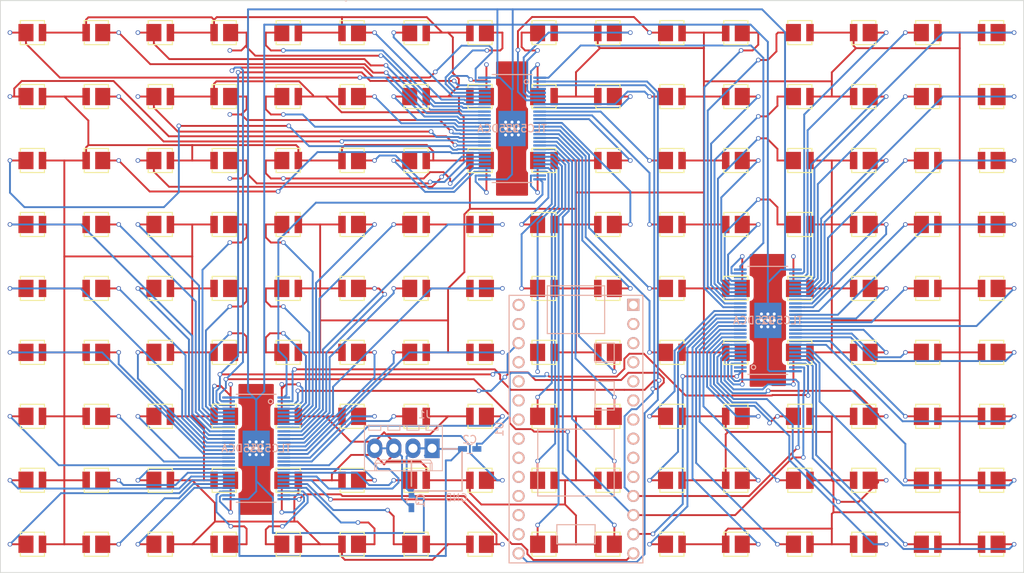
<source format=kicad_pcb>
(kicad_pcb (version 4) (host pcbnew 4.0.7-e1-6374~58~ubuntu16.04.1)
  (layers (0 F.Cu signal) (31 B.Cu signal) (34 B.Paste user) (35 F.Paste user) (36 B.SilkS user) (37 F.SilkS user) (38 B.Mask user) (39 F.Mask user) (44 Edge.Cuts user))
  (net 0 "")
  (net 1 +3V3)
  (net 2 GND)
  (net 3 VCC)
  (net 4 /0)
  (net 5 /16)
  (net 6 /32)
  (net 7 /48)
  (net 8 /64)
  (net 9 /80)
  (net 10 /96)
  (net 11 /112)
  (net 12 /128)
  (net 13 /1)
  (net 14 /17)
  (net 15 /33)
  (net 16 /49)
  (net 17 /65)
  (net 18 /81)
  (net 19 /97)
  (net 20 /113)
  (net 21 /129)
  (net 22 /2)
  (net 23 /18)
  (net 24 /34)
  (net 25 /50)
  (net 26 /66)
  (net 27 /82)
  (net 28 /98)
  (net 29 /114)
  (net 30 /130)
  (net 31 /3)
  (net 32 /19)
  (net 33 /35)
  (net 34 /51)
  (net 35 /67)
  (net 36 /83)
  (net 37 /99)
  (net 38 /115)
  (net 39 /131)
  (net 40 /4)
  (net 41 /20)
  (net 42 /36)
  (net 43 /52)
  (net 44 /68)
  (net 45 /84)
  (net 46 /100)
  (net 47 /116)
  (net 48 /132)
  (net 49 /5)
  (net 50 /21)
  (net 51 /37)
  (net 52 /53)
  (net 53 /69)
  (net 54 /85)
  (net 55 /101)
  (net 56 /117)
  (net 57 /133)
  (net 58 /6)
  (net 59 /22)
  (net 60 /38)
  (net 61 /54)
  (net 62 /70)
  (net 63 /86)
  (net 64 /102)
  (net 65 /118)
  (net 66 /134)
  (net 67 /7)
  (net 68 /23)
  (net 69 /39)
  (net 70 /55)
  (net 71 /71)
  (net 72 /87)
  (net 73 /103)
  (net 74 /119)
  (net 75 /135)
  (net 76 /8)
  (net 77 /24)
  (net 78 /40)
  (net 79 /56)
  (net 80 /72)
  (net 81 /88)
  (net 82 /104)
  (net 83 /120)
  (net 84 /136)
  (net 85 /9)
  (net 86 /25)
  (net 87 /41)
  (net 88 /57)
  (net 89 /73)
  (net 90 /89)
  (net 91 /105)
  (net 92 /121)
  (net 93 /137)
  (net 94 /10)
  (net 95 /26)
  (net 96 /42)
  (net 97 /58)
  (net 98 /74)
  (net 99 /90)
  (net 100 /106)
  (net 101 /122)
  (net 102 /138)
  (net 103 /11)
  (net 104 /27)
  (net 105 /43)
  (net 106 /59)
  (net 107 /75)
  (net 108 /91)
  (net 109 /107)
  (net 110 /123)
  (net 111 /139)
  (net 112 /12)
  (net 113 /28)
  (net 114 /44)
  (net 115 /60)
  (net 116 /76)
  (net 117 /92)
  (net 118 /108)
  (net 119 /124)
  (net 120 /140)
  (net 121 /13)
  (net 122 /29)
  (net 123 /45)
  (net 124 /61)
  (net 125 /77)
  (net 126 /93)
  (net 127 /109)
  (net 128 /125)
  (net 129 /141)
  (net 130 /14)
  (net 131 /30)
  (net 132 /46)
  (net 133 /62)
  (net 134 /78)
  (net 135 /94)
  (net 136 /110)
  (net 137 /126)
  (net 138 /142)
  (net 139 /15)
  (net 140 /31)
  (net 141 /47)
  (net 142 /63)
  (net 143 /79)
  (net 144 /95)
  (net 145 /111)
  (net 146 /127)
  (net 147 /143)
  (net 148 /SPI_CLK)
  (net 149 /SPI_DIN)
  (net 150 /SPI_MOSI)
  (net 151 /GSCLK)
  (net 152 /LAT)
  (net 153 /U2toU3)
  (net 154 /U3toU4)
  (net 155 "Net-(U1-Pad21)")
  (net 156 "Net-(U1-Pad22)")
  (net 157 "Net-(U1-Pad23)")
  (net 158 "Net-(U1-Pad24)")
  (net 159 "Net-(U1-Pad25)")
  (net 160 "Net-(U1-Pad26)")
  (net 161 "Net-(U1-Pad27)")
  (net 162 "Net-(U1-Pad28)")
  (net 163 "Net-(U1-Pad29)")
  (net 164 "Net-(U1-Pad30)")
  (net 165 "Net-(U1-Pad32)")
  (net 166 "Net-(U1-Pad33)")
  (net 167 "Net-(U1-Pad10)")
  (net 168 "Net-(U1-Pad9)")
  (net 169 "Net-(U1-Pad8)")
  (net 170 "Net-(U1-Pad7)")
  (net 171 "Net-(U1-Pad6)")
  (net 172 "Net-(U1-Pad5)")
  (net 173 "Net-(U1-Pad4)")
  (net 174 "Net-(U1-Pad3)")
  (net 175 "Net-(U1-Pad2)")
  (module Hdrlab_footprints:TLC5955DCA (layer B.Cu) (at 85 34 180)
    (fp_text reference U3 (at 0 0 180) (layer B.SilkS) (effects (justify mirror)))
    (fp_text value TLC5955DCA (at 0 0 180) (layer B.SilkS) (effects (justify mirror)))
    (pad 1 smd rect (at -3.6703 6.749986 180) (size 1.6764 0.3048) (layers B.Cu B.Mask) (net 153 /U2toU3) (clearance 0.095))
    (pad 2 smd rect (at -3.6703 6.249988 180) (size 1.6764 0.3048) (layers B.Cu B.Mask) (net 148 /SPI_CLK) (clearance 0.095))
    (pad 3 smd rect (at -3.6703 5.749988 180) (size 1.6764 0.3048) (layers B.Cu B.Mask) (net 152 /LAT))
    (pad 4 smd rect (at -3.6703 5.24999 180) (size 1.6764 0.3048) (layers B.Cu B.Mask) (net 77 /24))
    (pad 5 smd rect (at -3.6703 4.74999 180) (size 1.6764 0.3048) (layers B.Cu B.Mask) (net 76 /8))
    (pad 6 smd rect (at -3.6703 4.249991 180) (size 1.6764 0.3048) (layers B.Cu B.Mask) (net 85 /9))
    (pad 7 smd rect (at -3.6703 3.749992 180) (size 1.6764 0.3048) (layers B.Cu B.Mask) (net 94 /10))
    (pad 8 smd rect (at -3.6703 3.249994 180) (size 1.6764 0.3048) (layers B.Cu B.Mask) (net 95 /26))
    (pad 9 smd rect (at -3.6703 2.749994 180) (size 1.6764 0.3048) (layers B.Cu B.Mask) (net 86 /25))
    (pad 10 smd rect (at -3.6703 2.249996 180) (size 1.6764 0.3048) (layers B.Cu B.Mask) (net 96 /42))
    (pad 11 smd rect (at -3.6703 1.749996 180) (size 1.6764 0.3048) (layers B.Cu B.Mask) (net 97 /58))
    (pad 12 smd rect (at -3.6703 1.249997 180) (size 1.6764 0.3048) (layers B.Cu B.Mask) (net 87 /41))
    (pad 13 smd rect (at -3.6703 0.749998 180) (size 1.6764 0.3048) (layers B.Cu B.Mask) (net 88 /57))
    (pad 14 smd rect (at -3.6703 0.25 180) (size 1.6764 0.3048) (layers B.Cu B.Mask) (net 98 /74))
    (pad 15 smd rect (at -3.6703 -0.25 180) (size 1.6764 0.3048) (layers B.Cu B.Mask) (net 99 /90))
    (pad 16 smd rect (at -3.6703 -0.749998 180) (size 1.6764 0.3048) (layers B.Cu B.Mask) (net 89 /73))
    (pad 17 smd rect (at -3.6703 -1.249997 180) (size 1.6764 0.3048) (layers B.Cu B.Mask) (net 90 /89))
    (pad 18 smd rect (at -3.6703 -1.749996 180) (size 1.6764 0.3048) (layers B.Cu B.Mask) (net 91 /105))
    (pad 19 smd rect (at -3.6703 -2.249996 180) (size 1.6764 0.3048) (layers B.Cu B.Mask) (net 92 /121))
    (pad 20 smd rect (at -3.6703 -2.749994 180) (size 1.6764 0.3048) (layers B.Cu B.Mask) (net 93 /137))
    (pad 21 smd rect (at -3.6703 -3.249994 180) (size 1.6764 0.3048) (layers B.Cu B.Mask) (net 84 /136))
    (pad 22 smd rect (at -3.6703 -3.749992 180) (size 1.6764 0.3048) (layers B.Cu B.Mask) (net 83 /120))
    (pad 23 smd rect (at -3.6703 -4.249991 180) (size 1.6764 0.3048) (layers B.Cu B.Mask) (net 82 /104))
    (pad 24 smd rect (at -3.6703 -4.74999 180) (size 1.6764 0.3048) (layers B.Cu B.Mask) (net 81 /88))
    (pad 25 smd rect (at -3.6703 -5.24999 180) (size 1.6764 0.3048) (layers B.Cu B.Mask) (net 80 /72))
    (pad 26 smd rect (at -3.6703 -5.749988 180) (size 1.6764 0.3048) (layers B.Cu B.Mask) (net 79 /56))
    (pad 27 smd rect (at -3.6703 -6.249988 180) (size 1.6764 0.3048) (layers B.Cu B.Mask) (net 78 /40))
    (pad 28 smd rect (at -3.6703 -6.749986 180) (size 1.6764 0.3048) (layers B.Cu B.Mask) (net 154 /U3toU4))
    (pad 29 smd rect (at 3.6703 -6.749986 180) (size 1.6764 0.3048) (layers B.Cu B.Mask) (net 2 GND))
    (pad 30 smd rect (at 3.6703 -6.249988 180) (size 1.6764 0.3048) (layers B.Cu B.Mask) (net 69 /39))
    (pad 31 smd rect (at 3.6703 -5.749988 180) (size 1.6764 0.3048) (layers B.Cu B.Mask) (net 60 /38))
    (pad 32 smd rect (at 3.6703 -5.24999 180) (size 1.6764 0.3048) (layers B.Cu B.Mask) (net 51 /37))
    (pad 33 smd rect (at 3.6703 -4.74999 180) (size 1.6764 0.3048) (layers B.Cu B.Mask) (net 42 /36))
    (pad 34 smd rect (at 3.6703 -4.249991 180) (size 1.6764 0.3048) (layers B.Cu B.Mask) (net 33 /35))
    (pad 35 smd rect (at 3.6703 -3.749992 180) (size 1.6764 0.3048) (layers B.Cu B.Mask) (net 24 /34))
    (pad 36 smd rect (at 3.6703 -3.249994 180) (size 1.6764 0.3048) (layers B.Cu B.Mask) (net 15 /33))
    (pad 37 smd rect (at 3.6703 -2.749994 180) (size 1.6764 0.3048) (layers B.Cu B.Mask) (net 6 /32))
    (pad 38 smd rect (at 3.6703 -2.249996 180) (size 1.6764 0.3048) (layers B.Cu B.Mask) (net 5 /16))
    (pad 39 smd rect (at 3.6703 -1.749996 180) (size 1.6764 0.3048) (layers B.Cu B.Mask) (net 14 /17))
    (pad 40 smd rect (at 3.6703 -1.249997 180) (size 1.6764 0.3048) (layers B.Cu B.Mask) (net 23 /18))
    (pad 41 smd rect (at 3.6703 -0.749998 180) (size 1.6764 0.3048) (layers B.Cu B.Mask) (net 32 /19))
    (pad 42 smd rect (at 3.6703 -0.25 180) (size 1.6764 0.3048) (layers B.Cu B.Mask) (net 41 /20))
    (pad 43 smd rect (at 3.6703 0.25 180) (size 1.6764 0.3048) (layers B.Cu B.Mask) (net 50 /21))
    (pad 44 smd rect (at 3.6703 0.749998 180) (size 1.6764 0.3048) (layers B.Cu B.Mask) (net 59 /22))
    (pad 45 smd rect (at 3.6703 1.249997 180) (size 1.6764 0.3048) (layers B.Cu B.Mask) (net 4 /0))
    (pad 46 smd rect (at 3.6703 1.749996 180) (size 1.6764 0.3048) (layers B.Cu B.Mask) (net 13 /1))
    (pad 47 smd rect (at 3.6703 2.249996 180) (size 1.6764 0.3048) (layers B.Cu B.Mask) (net 22 /2))
    (pad 48 smd rect (at 3.6703 2.749994 180) (size 1.6764 0.3048) (layers B.Cu B.Mask) (net 31 /3))
    (pad 49 smd rect (at 3.6703 3.249994 180) (size 1.6764 0.3048) (layers B.Cu B.Mask) (net 40 /4))
    (pad 50 smd rect (at 3.6703 3.749992 180) (size 1.6764 0.3048) (layers B.Cu B.Mask) (net 49 /5))
    (pad 51 smd rect (at 3.6703 4.249991 180) (size 1.6764 0.3048) (layers B.Cu B.Mask) (net 58 /6))
    (pad 52 smd rect (at 3.6703 4.74999 180) (size 1.6764 0.3048) (layers B.Cu B.Mask) (net 67 /7))
    (pad 53 smd rect (at 3.6703 5.24999 180) (size 1.6764 0.3048) (layers B.Cu B.Mask) (net 68 /23))
    (pad 54 smd rect (at 3.6703 5.749988 180) (size 1.6764 0.3048) (layers B.Cu B.Mask) (net 3 VCC))
    (pad 55 smd rect (at 3.6703 6.249988 180) (size 1.6764 0.3048) (layers B.Cu B.Mask) (net 151 /GSCLK))
    (pad 56 smd rect (at 3.6703 6.749986 180) (size 1.6764 0.3048) (layers B.Cu B.Mask) (net 2 GND))
    (pad 57 smd rect (at 0 0 180) (size 3.61 4.700001) (layers B.Cu B.Mask) (net 2 GND) (clearance 0.9))
  )
  (module Hdrlab_footprints:LED_6500K (layer F.Cu) (at 55.25 46.75 90)
    (fp_text reference D40 hide)
    (fp_text value LED)
    (pad 1 smd rect (at 0 -0.85 90) (size 2.3 2) (layers F.Cu F.Paste F.Mask) (net 43 /52) (clearance 0.3))
    (pad 2 smd rect (at 0 1.35 90) (size 2.3 1) (layers F.Cu F.Paste F.Mask) (net 1 +3V3) (clearance 0.3))
  )
  (module Capacitors_SMD:C_0603_HandSoldering (layer B.Cu) (at 71.628 83.439 90)
    (fp_text reference C1 (at 0 1.25 90) (layer B.SilkS) (effects (justify mirror)))
    (fp_text value C)
    (pad 1 smd rect (at -0.95 0 90) (size 1.2 0.75) (layers B.Cu B.Paste B.Mask) (net 1 +3V3))
    (pad 2 smd rect (at 0.95 0 90) (size 1.2 0.75) (layers B.Cu B.Paste B.Mask) (net 2 GND))
  )
  (module Capacitors_SMD:C_0603_HandSoldering (layer B.Cu) (at 79.375 76.581 180)
    (fp_text reference C2 (at 0 1.25 180) (layer B.SilkS) (effects (justify mirror)))
    (fp_text value C)
    (pad 1 smd rect (at -0.95 0 180) (size 1.2 0.75) (layers B.Cu B.Paste B.Mask) (net 3 VCC))
    (pad 2 smd rect (at 0.95 0 180) (size 1.2 0.75) (layers B.Cu B.Paste B.Mask) (net 2 GND))
  )
  (module Hdrlab_footprints:LED_6500K (layer F.Cu) (at 21.25 21.25 90)
    (fp_text reference D1 hide)
    (fp_text value LED)
    (pad 1 smd rect (at 0 -0.85 90) (size 2.3 2) (layers F.Cu F.Paste F.Mask) (net 4 /0) (clearance 0.3))
    (pad 2 smd rect (at 0 1.35 90) (size 2.3 1) (layers F.Cu F.Paste F.Mask) (net 1 +3V3) (clearance 0.3))
  )
  (module Hdrlab_footprints:LED_6500K (layer F.Cu) (at 21.25 29.75 90)
    (fp_text reference D2 hide)
    (fp_text value LED)
    (pad 1 smd rect (at 0 -0.85 90) (size 2.3 2) (layers F.Cu F.Paste F.Mask) (net 5 /16) (clearance 0.3))
    (pad 2 smd rect (at 0 1.35 90) (size 2.3 1) (layers F.Cu F.Paste F.Mask) (net 1 +3V3) (clearance 0.3))
  )
  (module Hdrlab_footprints:LED_6500K (layer F.Cu) (at 21.25 38.25 90)
    (fp_text reference D3 hide)
    (fp_text value LED)
    (pad 1 smd rect (at 0 -0.85 90) (size 2.3 2) (layers F.Cu F.Paste F.Mask) (net 6 /32) (clearance 0.3))
    (pad 2 smd rect (at 0 1.35 90) (size 2.3 1) (layers F.Cu F.Paste F.Mask) (net 1 +3V3) (clearance 0.3))
  )
  (module Hdrlab_footprints:LED_6500K (layer F.Cu) (at 21.25 46.75 90)
    (fp_text reference D4 hide)
    (fp_text value LED)
    (pad 1 smd rect (at 0 -0.85 90) (size 2.3 2) (layers F.Cu F.Paste F.Mask) (net 7 /48) (clearance 0.3))
    (pad 2 smd rect (at 0 1.35 90) (size 2.3 1) (layers F.Cu F.Paste F.Mask) (net 1 +3V3) (clearance 0.3))
  )
  (module Hdrlab_footprints:LED_6500K (layer F.Cu) (at 21.25 55.25 90)
    (fp_text reference D5 hide)
    (fp_text value LED)
    (pad 1 smd rect (at 0 -0.85 90) (size 2.3 2) (layers F.Cu F.Paste F.Mask) (net 8 /64) (clearance 0.3))
    (pad 2 smd rect (at 0 1.35 90) (size 2.3 1) (layers F.Cu F.Paste F.Mask) (net 1 +3V3) (clearance 0.3))
  )
  (module Hdrlab_footprints:LED_6500K (layer F.Cu) (at 21.25 63.75 90)
    (fp_text reference D6 hide)
    (fp_text value LED)
    (pad 1 smd rect (at 0 -0.85 90) (size 2.3 2) (layers F.Cu F.Paste F.Mask) (net 9 /80) (clearance 0.3))
    (pad 2 smd rect (at 0 1.35 90) (size 2.3 1) (layers F.Cu F.Paste F.Mask) (net 1 +3V3) (clearance 0.3))
  )
  (module Hdrlab_footprints:LED_6500K (layer F.Cu) (at 21.25 72.25 90)
    (fp_text reference D7 hide)
    (fp_text value LED)
    (pad 1 smd rect (at 0 -0.85 90) (size 2.3 2) (layers F.Cu F.Paste F.Mask) (net 10 /96) (clearance 0.3))
    (pad 2 smd rect (at 0 1.35 90) (size 2.3 1) (layers F.Cu F.Paste F.Mask) (net 1 +3V3) (clearance 0.3))
  )
  (module Hdrlab_footprints:LED_6500K (layer F.Cu) (at 21.25 80.75 90)
    (fp_text reference D8 hide)
    (fp_text value LED)
    (pad 1 smd rect (at 0 -0.85 90) (size 2.3 2) (layers F.Cu F.Paste F.Mask) (net 11 /112) (clearance 0.3))
    (pad 2 smd rect (at 0 1.35 90) (size 2.3 1) (layers F.Cu F.Paste F.Mask) (net 1 +3V3) (clearance 0.3))
  )
  (module Hdrlab_footprints:LED_6500K (layer F.Cu) (at 21.25 89.25 90)
    (fp_text reference D9 hide)
    (fp_text value LED)
    (pad 1 smd rect (at 0 -0.85 90) (size 2.3 2) (layers F.Cu F.Paste F.Mask) (net 12 /128) (clearance 0.3))
    (pad 2 smd rect (at 0 1.35 90) (size 2.3 1) (layers F.Cu F.Paste F.Mask) (net 1 +3V3) (clearance 0.3))
  )
  (module Hdrlab_footprints:LED_6500K (layer F.Cu) (at 29.75 21.25 270)
    (fp_text reference D10 hide)
    (fp_text value LED)
    (pad 1 smd rect (at 0 -0.85 270) (size 2.3 2) (layers F.Cu F.Paste F.Mask) (net 13 /1) (clearance 0.3))
    (pad 2 smd rect (at 0 1.35 270) (size 2.3 1) (layers F.Cu F.Paste F.Mask) (net 1 +3V3) (clearance 0.3))
  )
  (module Hdrlab_footprints:LED_6500K (layer F.Cu) (at 29.75 29.75 270)
    (fp_text reference D11 hide)
    (fp_text value LED)
    (pad 1 smd rect (at 0 -0.85 270) (size 2.3 2) (layers F.Cu F.Paste F.Mask) (net 14 /17) (clearance 0.3))
    (pad 2 smd rect (at 0 1.35 270) (size 2.3 1) (layers F.Cu F.Paste F.Mask) (net 1 +3V3) (clearance 0.3))
  )
  (module Hdrlab_footprints:LED_6500K (layer F.Cu) (at 29.75 38.25 270)
    (fp_text reference D12 hide)
    (fp_text value LED)
    (pad 1 smd rect (at 0 -0.85 270) (size 2.3 2) (layers F.Cu F.Paste F.Mask) (net 15 /33) (clearance 0.3))
    (pad 2 smd rect (at 0 1.35 270) (size 2.3 1) (layers F.Cu F.Paste F.Mask) (net 1 +3V3) (clearance 0.3))
  )
  (module Hdrlab_footprints:LED_6500K (layer F.Cu) (at 29.75 46.75 270)
    (fp_text reference D13 hide)
    (fp_text value LED)
    (pad 1 smd rect (at 0 -0.85 270) (size 2.3 2) (layers F.Cu F.Paste F.Mask) (net 16 /49) (clearance 0.3))
    (pad 2 smd rect (at 0 1.35 270) (size 2.3 1) (layers F.Cu F.Paste F.Mask) (net 1 +3V3) (clearance 0.3))
  )
  (module Hdrlab_footprints:LED_6500K (layer F.Cu) (at 29.75 55.25 270)
    (fp_text reference D14 hide)
    (fp_text value LED)
    (pad 1 smd rect (at 0 -0.85 270) (size 2.3 2) (layers F.Cu F.Paste F.Mask) (net 17 /65) (clearance 0.3))
    (pad 2 smd rect (at 0 1.35 270) (size 2.3 1) (layers F.Cu F.Paste F.Mask) (net 1 +3V3) (clearance 0.3))
  )
  (module Hdrlab_footprints:LED_6500K (layer F.Cu) (at 29.75 63.75 270)
    (fp_text reference D15 hide)
    (fp_text value LED)
    (pad 1 smd rect (at 0 -0.85 270) (size 2.3 2) (layers F.Cu F.Paste F.Mask) (net 18 /81) (clearance 0.3))
    (pad 2 smd rect (at 0 1.35 270) (size 2.3 1) (layers F.Cu F.Paste F.Mask) (net 1 +3V3) (clearance 0.3))
  )
  (module Hdrlab_footprints:LED_6500K (layer F.Cu) (at 29.75 72.25 270)
    (fp_text reference D16 hide)
    (fp_text value LED)
    (pad 1 smd rect (at 0 -0.85 270) (size 2.3 2) (layers F.Cu F.Paste F.Mask) (net 19 /97) (clearance 0.3))
    (pad 2 smd rect (at 0 1.35 270) (size 2.3 1) (layers F.Cu F.Paste F.Mask) (net 1 +3V3) (clearance 0.3))
  )
  (module Hdrlab_footprints:LED_6500K (layer F.Cu) (at 29.75 80.75 270)
    (fp_text reference D17 hide)
    (fp_text value LED)
    (pad 1 smd rect (at 0 -0.85 270) (size 2.3 2) (layers F.Cu F.Paste F.Mask) (net 20 /113) (clearance 0.3))
    (pad 2 smd rect (at 0 1.35 270) (size 2.3 1) (layers F.Cu F.Paste F.Mask) (net 1 +3V3) (clearance 0.3))
  )
  (module Hdrlab_footprints:LED_6500K (layer F.Cu) (at 29.75 89.25 270)
    (fp_text reference D18 hide)
    (fp_text value LED)
    (pad 1 smd rect (at 0 -0.85 270) (size 2.3 2) (layers F.Cu F.Paste F.Mask) (net 21 /129) (clearance 0.3))
    (pad 2 smd rect (at 0 1.35 270) (size 2.3 1) (layers F.Cu F.Paste F.Mask) (net 1 +3V3) (clearance 0.3))
  )
  (module Hdrlab_footprints:LED_6500K (layer F.Cu) (at 38.25 21.25 90)
    (fp_text reference D19 hide)
    (fp_text value LED)
    (pad 1 smd rect (at 0 -0.85 90) (size 2.3 2) (layers F.Cu F.Paste F.Mask) (net 22 /2) (clearance 0.3))
    (pad 2 smd rect (at 0 1.35 90) (size 2.3 1) (layers F.Cu F.Paste F.Mask) (net 1 +3V3) (clearance 0.3))
  )
  (module Hdrlab_footprints:LED_6500K (layer F.Cu) (at 38.25 29.75 90)
    (fp_text reference D20 hide)
    (fp_text value LED)
    (pad 1 smd rect (at 0 -0.85 90) (size 2.3 2) (layers F.Cu F.Paste F.Mask) (net 23 /18) (clearance 0.3))
    (pad 2 smd rect (at 0 1.35 90) (size 2.3 1) (layers F.Cu F.Paste F.Mask) (net 1 +3V3) (clearance 0.3))
  )
  (module Hdrlab_footprints:LED_6500K (layer F.Cu) (at 38.25 38.25 90)
    (fp_text reference D21 hide)
    (fp_text value LED)
    (pad 1 smd rect (at 0 -0.85 90) (size 2.3 2) (layers F.Cu F.Paste F.Mask) (net 24 /34) (clearance 0.3))
    (pad 2 smd rect (at 0 1.35 90) (size 2.3 1) (layers F.Cu F.Paste F.Mask) (net 1 +3V3) (clearance 0.3))
  )
  (module Hdrlab_footprints:LED_6500K (layer F.Cu) (at 38.25 46.75 90)
    (fp_text reference D22 hide)
    (fp_text value LED)
    (pad 1 smd rect (at 0 -0.85 90) (size 2.3 2) (layers F.Cu F.Paste F.Mask) (net 25 /50) (clearance 0.3))
    (pad 2 smd rect (at 0 1.35 90) (size 2.3 1) (layers F.Cu F.Paste F.Mask) (net 1 +3V3) (clearance 0.3))
  )
  (module Hdrlab_footprints:LED_6500K (layer F.Cu) (at 38.25 55.25 90)
    (fp_text reference D23 hide)
    (fp_text value LED)
    (pad 1 smd rect (at 0 -0.85 90) (size 2.3 2) (layers F.Cu F.Paste F.Mask) (net 26 /66) (clearance 0.3))
    (pad 2 smd rect (at 0 1.35 90) (size 2.3 1) (layers F.Cu F.Paste F.Mask) (net 1 +3V3) (clearance 0.3))
  )
  (module Hdrlab_footprints:LED_6500K (layer F.Cu) (at 38.25 63.75 90)
    (fp_text reference D24 hide)
    (fp_text value LED)
    (pad 1 smd rect (at 0 -0.85 90) (size 2.3 2) (layers F.Cu F.Paste F.Mask) (net 27 /82) (clearance 0.3))
    (pad 2 smd rect (at 0 1.35 90) (size 2.3 1) (layers F.Cu F.Paste F.Mask) (net 1 +3V3) (clearance 0.3))
  )
  (module Hdrlab_footprints:LED_6500K (layer F.Cu) (at 38.25 72.25 90)
    (fp_text reference D25 hide)
    (fp_text value LED)
    (pad 1 smd rect (at 0 -0.85 90) (size 2.3 2) (layers F.Cu F.Paste F.Mask) (net 28 /98) (clearance 0.3))
    (pad 2 smd rect (at 0 1.35 90) (size 2.3 1) (layers F.Cu F.Paste F.Mask) (net 1 +3V3) (clearance 0.3))
  )
  (module Hdrlab_footprints:LED_6500K (layer F.Cu) (at 38.25 80.75 90)
    (fp_text reference D26 hide)
    (fp_text value LED)
    (pad 1 smd rect (at 0 -0.85 90) (size 2.3 2) (layers F.Cu F.Paste F.Mask) (net 29 /114) (clearance 0.3))
    (pad 2 smd rect (at 0 1.35 90) (size 2.3 1) (layers F.Cu F.Paste F.Mask) (net 1 +3V3) (clearance 0.3))
  )
  (module Hdrlab_footprints:LED_6500K (layer F.Cu) (at 38.25 89.25 90)
    (fp_text reference D27 hide)
    (fp_text value LED)
    (pad 1 smd rect (at 0 -0.85 90) (size 2.3 2) (layers F.Cu F.Paste F.Mask) (net 30 /130) (clearance 0.3))
    (pad 2 smd rect (at 0 1.35 90) (size 2.3 1) (layers F.Cu F.Paste F.Mask) (net 1 +3V3) (clearance 0.3))
  )
  (module Hdrlab_footprints:LED_6500K (layer F.Cu) (at 46.75 21.25 270)
    (fp_text reference D28 hide)
    (fp_text value LED)
    (pad 1 smd rect (at 0 -0.85 270) (size 2.3 2) (layers F.Cu F.Paste F.Mask) (net 31 /3) (clearance 0.3))
    (pad 2 smd rect (at 0 1.35 270) (size 2.3 1) (layers F.Cu F.Paste F.Mask) (net 1 +3V3) (clearance 0.3))
  )
  (module Hdrlab_footprints:LED_6500K (layer F.Cu) (at 46.75 29.75 270)
    (fp_text reference D29 hide)
    (fp_text value LED)
    (pad 1 smd rect (at 0 -0.85 270) (size 2.3 2) (layers F.Cu F.Paste F.Mask) (net 32 /19) (clearance 0.3))
    (pad 2 smd rect (at 0 1.35 270) (size 2.3 1) (layers F.Cu F.Paste F.Mask) (net 1 +3V3) (clearance 0.3))
  )
  (module Hdrlab_footprints:LED_6500K (layer F.Cu) (at 46.75 38.25 270)
    (fp_text reference D30 hide)
    (fp_text value LED)
    (pad 1 smd rect (at 0 -0.85 270) (size 2.3 2) (layers F.Cu F.Paste F.Mask) (net 33 /35) (clearance 0.3))
    (pad 2 smd rect (at 0 1.35 270) (size 2.3 1) (layers F.Cu F.Paste F.Mask) (net 1 +3V3) (clearance 0.3))
  )
  (module Hdrlab_footprints:LED_6500K (layer F.Cu) (at 46.75 46.75 270)
    (fp_text reference D31 hide)
    (fp_text value LED)
    (pad 1 smd rect (at 0 -0.85 270) (size 2.3 2) (layers F.Cu F.Paste F.Mask) (net 34 /51) (clearance 0.3))
    (pad 2 smd rect (at 0 1.35 270) (size 2.3 1) (layers F.Cu F.Paste F.Mask) (net 1 +3V3) (clearance 0.3))
  )
  (module Hdrlab_footprints:LED_6500K (layer F.Cu) (at 46.75 55.25 270)
    (fp_text reference D32 hide)
    (fp_text value LED)
    (pad 1 smd rect (at 0 -0.85 270) (size 2.3 2) (layers F.Cu F.Paste F.Mask) (net 35 /67) (clearance 0.3))
    (pad 2 smd rect (at 0 1.35 270) (size 2.3 1) (layers F.Cu F.Paste F.Mask) (net 1 +3V3) (clearance 0.3))
  )
  (module Hdrlab_footprints:LED_6500K (layer F.Cu) (at 46.75 63.75 270)
    (fp_text reference D33 hide)
    (fp_text value LED)
    (pad 1 smd rect (at 0 -0.85 270) (size 2.3 2) (layers F.Cu F.Paste F.Mask) (net 36 /83) (clearance 0.3))
    (pad 2 smd rect (at 0 1.35 270) (size 2.3 1) (layers F.Cu F.Paste F.Mask) (net 1 +3V3) (clearance 0.3))
  )
  (module Hdrlab_footprints:LED_6500K (layer F.Cu) (at 46.75 72.25 270)
    (fp_text reference D34 hide)
    (fp_text value LED)
    (pad 1 smd rect (at 0 -0.85 270) (size 2.3 2) (layers F.Cu F.Paste F.Mask) (net 37 /99) (clearance 0.3))
    (pad 2 smd rect (at 0 1.35 270) (size 2.3 1) (layers F.Cu F.Paste F.Mask) (net 1 +3V3) (clearance 0.3))
  )
  (module Hdrlab_footprints:LED_6500K (layer F.Cu) (at 46.75 80.75 270)
    (fp_text reference D35 hide)
    (fp_text value LED)
    (pad 1 smd rect (at 0 -0.85 270) (size 2.3 2) (layers F.Cu F.Paste F.Mask) (net 38 /115) (clearance 0.3))
    (pad 2 smd rect (at 0 1.35 270) (size 2.3 1) (layers F.Cu F.Paste F.Mask) (net 1 +3V3) (clearance 0.3))
  )
  (module Hdrlab_footprints:LED_6500K (layer F.Cu) (at 46.75 89.25 270)
    (fp_text reference D36 hide)
    (fp_text value LED)
    (pad 1 smd rect (at 0 -0.85 270) (size 2.3 2) (layers F.Cu F.Paste F.Mask) (net 39 /131) (clearance 0.3))
    (pad 2 smd rect (at 0 1.35 270) (size 2.3 1) (layers F.Cu F.Paste F.Mask) (net 1 +3V3) (clearance 0.3))
  )
  (module Hdrlab_footprints:LED_6500K (layer F.Cu) (at 55.25 21.25 90)
    (fp_text reference D37 hide)
    (fp_text value LED)
    (pad 1 smd rect (at 0 -0.85 90) (size 2.3 2) (layers F.Cu F.Paste F.Mask) (net 40 /4) (clearance 0.3))
    (pad 2 smd rect (at 0 1.35 90) (size 2.3 1) (layers F.Cu F.Paste F.Mask) (net 1 +3V3) (clearance 0.3))
  )
  (module Hdrlab_footprints:LED_6500K (layer F.Cu) (at 55.25 29.75 90)
    (fp_text reference D38 hide)
    (fp_text value LED)
    (pad 1 smd rect (at 0 -0.85 90) (size 2.3 2) (layers F.Cu F.Paste F.Mask) (net 41 /20) (clearance 0.3))
    (pad 2 smd rect (at 0 1.35 90) (size 2.3 1) (layers F.Cu F.Paste F.Mask) (net 1 +3V3) (clearance 0.3))
  )
  (module Hdrlab_footprints:LED_6500K (layer F.Cu) (at 55.25 38.25 90)
    (fp_text reference D39 hide)
    (fp_text value LED)
    (pad 1 smd rect (at 0 -0.85 90) (size 2.3 2) (layers F.Cu F.Paste F.Mask) (net 42 /36) (clearance 0.3))
    (pad 2 smd rect (at 0 1.35 90) (size 2.3 1) (layers F.Cu F.Paste F.Mask) (net 1 +3V3) (clearance 0.3))
  )
  (module Hdrlab_footprints:LED_6500K (layer F.Cu) (at 55.25 55.25 90)
    (fp_text reference D41 hide)
    (fp_text value LED)
    (pad 1 smd rect (at 0 -0.85 90) (size 2.3 2) (layers F.Cu F.Paste F.Mask) (net 44 /68) (clearance 0.3))
    (pad 2 smd rect (at 0 1.35 90) (size 2.3 1) (layers F.Cu F.Paste F.Mask) (net 1 +3V3) (clearance 0.3))
  )
  (module Hdrlab_footprints:LED_6500K (layer F.Cu) (at 55.25 63.75 90)
    (fp_text reference D42 hide)
    (fp_text value LED)
    (pad 1 smd rect (at 0 -0.85 90) (size 2.3 2) (layers F.Cu F.Paste F.Mask) (net 45 /84) (clearance 0.3))
    (pad 2 smd rect (at 0 1.35 90) (size 2.3 1) (layers F.Cu F.Paste F.Mask) (net 1 +3V3) (clearance 0.3))
  )
  (module Hdrlab_footprints:LED_6500K (layer F.Cu) (at 55.25 72.25 90)
    (fp_text reference D43 hide)
    (fp_text value LED)
    (pad 1 smd rect (at 0 -0.85 90) (size 2.3 2) (layers F.Cu F.Paste F.Mask) (net 46 /100) (clearance 0.3))
    (pad 2 smd rect (at 0 1.35 90) (size 2.3 1) (layers F.Cu F.Paste F.Mask) (net 1 +3V3) (clearance 0.3))
  )
  (module Hdrlab_footprints:LED_6500K (layer F.Cu) (at 55.25 80.75 90)
    (fp_text reference D44 hide)
    (fp_text value LED)
    (pad 1 smd rect (at 0 -0.85 90) (size 2.3 2) (layers F.Cu F.Paste F.Mask) (net 47 /116) (clearance 0.3))
    (pad 2 smd rect (at 0 1.35 90) (size 2.3 1) (layers F.Cu F.Paste F.Mask) (net 1 +3V3) (clearance 0.3))
  )
  (module Hdrlab_footprints:LED_6500K (layer F.Cu) (at 55.25 89.25 90)
    (fp_text reference D45 hide)
    (fp_text value LED)
    (pad 1 smd rect (at 0 -0.85 90) (size 2.3 2) (layers F.Cu F.Paste F.Mask) (net 48 /132) (clearance 0.3))
    (pad 2 smd rect (at 0 1.35 90) (size 2.3 1) (layers F.Cu F.Paste F.Mask) (net 1 +3V3) (clearance 0.3))
  )
  (module Hdrlab_footprints:LED_6500K (layer F.Cu) (at 63.75 21.25 270)
    (fp_text reference D46 hide)
    (fp_text value LED)
    (pad 1 smd rect (at 0 -0.85 270) (size 2.3 2) (layers F.Cu F.Paste F.Mask) (net 49 /5) (clearance 0.3))
    (pad 2 smd rect (at 0 1.35 270) (size 2.3 1) (layers F.Cu F.Paste F.Mask) (net 1 +3V3) (clearance 0.3))
  )
  (module Hdrlab_footprints:LED_6500K (layer F.Cu) (at 63.75 29.75 270)
    (fp_text reference D47 hide)
    (fp_text value LED)
    (pad 1 smd rect (at 0 -0.85 270) (size 2.3 2) (layers F.Cu F.Paste F.Mask) (net 50 /21) (clearance 0.3))
    (pad 2 smd rect (at 0 1.35 270) (size 2.3 1) (layers F.Cu F.Paste F.Mask) (net 1 +3V3) (clearance 0.3))
  )
  (module Hdrlab_footprints:LED_6500K (layer F.Cu) (at 63.75 38.25 270)
    (fp_text reference D48 hide)
    (fp_text value LED)
    (pad 1 smd rect (at 0 -0.85 270) (size 2.3 2) (layers F.Cu F.Paste F.Mask) (net 51 /37) (clearance 0.3))
    (pad 2 smd rect (at 0 1.35 270) (size 2.3 1) (layers F.Cu F.Paste F.Mask) (net 1 +3V3) (clearance 0.3))
  )
  (module Hdrlab_footprints:LED_6500K (layer F.Cu) (at 63.75 46.75 270)
    (fp_text reference D49 hide)
    (fp_text value LED)
    (pad 1 smd rect (at 0 -0.85 270) (size 2.3 2) (layers F.Cu F.Paste F.Mask) (net 52 /53) (clearance 0.3))
    (pad 2 smd rect (at 0 1.35 270) (size 2.3 1) (layers F.Cu F.Paste F.Mask) (net 1 +3V3) (clearance 0.3))
  )
  (module Hdrlab_footprints:LED_6500K (layer F.Cu) (at 63.75 55.25 270)
    (fp_text reference D50 hide)
    (fp_text value LED)
    (pad 1 smd rect (at 0 -0.85 270) (size 2.3 2) (layers F.Cu F.Paste F.Mask) (net 53 /69) (clearance 0.3))
    (pad 2 smd rect (at 0 1.35 270) (size 2.3 1) (layers F.Cu F.Paste F.Mask) (net 1 +3V3) (clearance 0.3))
  )
  (module Hdrlab_footprints:LED_6500K (layer F.Cu) (at 63.75 63.75 270)
    (fp_text reference D51 hide)
    (fp_text value LED)
    (pad 1 smd rect (at 0 -0.85 270) (size 2.3 2) (layers F.Cu F.Paste F.Mask) (net 54 /85) (clearance 0.3))
    (pad 2 smd rect (at 0 1.35 270) (size 2.3 1) (layers F.Cu F.Paste F.Mask) (net 1 +3V3) (clearance 0.3))
  )
  (module Hdrlab_footprints:LED_6500K (layer F.Cu) (at 63.75 72.25 270)
    (fp_text reference D52 hide)
    (fp_text value LED)
    (pad 1 smd rect (at 0 -0.85 270) (size 2.3 2) (layers F.Cu F.Paste F.Mask) (net 55 /101) (clearance 0.3))
    (pad 2 smd rect (at 0 1.35 270) (size 2.3 1) (layers F.Cu F.Paste F.Mask) (net 1 +3V3) (clearance 0.3))
  )
  (module Hdrlab_footprints:LED_6500K (layer F.Cu) (at 63.75 80.75 270)
    (fp_text reference D53 hide)
    (fp_text value LED)
    (pad 1 smd rect (at 0 -0.85 270) (size 2.3 2) (layers F.Cu F.Paste F.Mask) (net 56 /117) (clearance 0.3))
    (pad 2 smd rect (at 0 1.35 270) (size 2.3 1) (layers F.Cu F.Paste F.Mask) (net 1 +3V3) (clearance 0.3))
  )
  (module Hdrlab_footprints:LED_6500K (layer F.Cu) (at 63.75 89.25 270)
    (fp_text reference D54 hide)
    (fp_text value LED)
    (pad 1 smd rect (at 0 -0.85 270) (size 2.3 2) (layers F.Cu F.Paste F.Mask) (net 57 /133) (clearance 0.3))
    (pad 2 smd rect (at 0 1.35 270) (size 2.3 1) (layers F.Cu F.Paste F.Mask) (net 1 +3V3) (clearance 0.3))
  )
  (module Hdrlab_footprints:LED_6500K (layer F.Cu) (at 72.25 21.25 90)
    (fp_text reference D55 hide)
    (fp_text value LED)
    (pad 1 smd rect (at 0 -0.85 90) (size 2.3 2) (layers F.Cu F.Paste F.Mask) (net 58 /6) (clearance 0.3))
    (pad 2 smd rect (at 0 1.35 90) (size 2.3 1) (layers F.Cu F.Paste F.Mask) (net 1 +3V3) (clearance 0.3))
  )
  (module Hdrlab_footprints:LED_6500K (layer F.Cu) (at 72.25 29.75 90)
    (fp_text reference D56 hide)
    (fp_text value LED)
    (pad 1 smd rect (at 0 -0.85 90) (size 2.3 2) (layers F.Cu F.Paste F.Mask) (net 59 /22) (clearance 0.3))
    (pad 2 smd rect (at 0 1.35 90) (size 2.3 1) (layers F.Cu F.Paste F.Mask) (net 1 +3V3) (clearance 0.3))
  )
  (module Hdrlab_footprints:LED_6500K (layer F.Cu) (at 72.25 38.25 90)
    (fp_text reference D57 hide)
    (fp_text value LED)
    (pad 1 smd rect (at 0 -0.85 90) (size 2.3 2) (layers F.Cu F.Paste F.Mask) (net 60 /38) (clearance 0.3))
    (pad 2 smd rect (at 0 1.35 90) (size 2.3 1) (layers F.Cu F.Paste F.Mask) (net 1 +3V3) (clearance 0.3))
  )
  (module Hdrlab_footprints:LED_6500K (layer F.Cu) (at 72.25 46.75 90)
    (fp_text reference D58 hide)
    (fp_text value LED)
    (pad 1 smd rect (at 0 -0.85 90) (size 2.3 2) (layers F.Cu F.Paste F.Mask) (net 61 /54) (clearance 0.3))
    (pad 2 smd rect (at 0 1.35 90) (size 2.3 1) (layers F.Cu F.Paste F.Mask) (net 1 +3V3) (clearance 0.3))
  )
  (module Hdrlab_footprints:LED_6500K (layer F.Cu) (at 72.25 55.25 90)
    (fp_text reference D59 hide)
    (fp_text value LED)
    (pad 1 smd rect (at 0 -0.85 90) (size 2.3 2) (layers F.Cu F.Paste F.Mask) (net 62 /70) (clearance 0.3))
    (pad 2 smd rect (at 0 1.35 90) (size 2.3 1) (layers F.Cu F.Paste F.Mask) (net 1 +3V3) (clearance 0.3))
  )
  (module Hdrlab_footprints:LED_6500K (layer F.Cu) (at 72.25 63.75 90)
    (fp_text reference D60 hide)
    (fp_text value LED)
    (pad 1 smd rect (at 0 -0.85 90) (size 2.3 2) (layers F.Cu F.Paste F.Mask) (net 63 /86) (clearance 0.3))
    (pad 2 smd rect (at 0 1.35 90) (size 2.3 1) (layers F.Cu F.Paste F.Mask) (net 1 +3V3) (clearance 0.3))
  )
  (module Hdrlab_footprints:LED_6500K (layer F.Cu) (at 72.25 72.25 90)
    (fp_text reference D61 hide)
    (fp_text value LED)
    (pad 1 smd rect (at 0 -0.85 90) (size 2.3 2) (layers F.Cu F.Paste F.Mask) (net 64 /102) (clearance 0.3))
    (pad 2 smd rect (at 0 1.35 90) (size 2.3 1) (layers F.Cu F.Paste F.Mask) (net 1 +3V3) (clearance 0.3))
  )
  (module Hdrlab_footprints:LED_6500K (layer F.Cu) (at 72.25 80.75 90)
    (fp_text reference D62 hide)
    (fp_text value LED)
    (pad 1 smd rect (at 0 -0.85 90) (size 2.3 2) (layers F.Cu F.Paste F.Mask) (net 65 /118) (clearance 0.3))
    (pad 2 smd rect (at 0 1.35 90) (size 2.3 1) (layers F.Cu F.Paste F.Mask) (net 1 +3V3) (clearance 0.3))
  )
  (module Hdrlab_footprints:LED_6500K (layer F.Cu) (at 72.25 89.25 90)
    (fp_text reference D63 hide)
    (fp_text value LED)
    (pad 1 smd rect (at 0 -0.85 90) (size 2.3 2) (layers F.Cu F.Paste F.Mask) (net 66 /134) (clearance 0.3))
    (pad 2 smd rect (at 0 1.35 90) (size 2.3 1) (layers F.Cu F.Paste F.Mask) (net 1 +3V3) (clearance 0.3))
  )
  (module Hdrlab_footprints:LED_6500K (layer F.Cu) (at 80.75 21.25 270)
    (fp_text reference D64 hide)
    (fp_text value LED)
    (pad 1 smd rect (at 0 -0.85 270) (size 2.3 2) (layers F.Cu F.Paste F.Mask) (net 67 /7) (clearance 0.3))
    (pad 2 smd rect (at 0 1.35 270) (size 2.3 1) (layers F.Cu F.Paste F.Mask) (net 1 +3V3) (clearance 0.3))
  )
  (module Hdrlab_footprints:LED_6500K (layer F.Cu) (at 80.75 29.75 270)
    (fp_text reference D65 hide)
    (fp_text value LED)
    (pad 1 smd rect (at 0 -0.85 270) (size 2.3 2) (layers F.Cu F.Paste F.Mask) (net 68 /23) (clearance 0.3))
    (pad 2 smd rect (at 0 1.35 270) (size 2.3 1) (layers F.Cu F.Paste F.Mask) (net 1 +3V3) (clearance 0.3))
  )
  (module Hdrlab_footprints:LED_6500K (layer F.Cu) (at 80.75 38.25 270)
    (fp_text reference D66 hide)
    (fp_text value LED)
    (pad 1 smd rect (at 0 -0.85 270) (size 2.3 2) (layers F.Cu F.Paste F.Mask) (net 69 /39) (clearance 0.3))
    (pad 2 smd rect (at 0 1.35 270) (size 2.3 1) (layers F.Cu F.Paste F.Mask) (net 1 +3V3) (clearance 0.3))
  )
  (module Hdrlab_footprints:LED_6500K (layer F.Cu) (at 80.75 46.75 270)
    (fp_text reference D67 hide)
    (fp_text value LED)
    (pad 1 smd rect (at 0 -0.85 270) (size 2.3 2) (layers F.Cu F.Paste F.Mask) (net 70 /55) (clearance 0.3))
    (pad 2 smd rect (at 0 1.35 270) (size 2.3 1) (layers F.Cu F.Paste F.Mask) (net 1 +3V3) (clearance 0.3))
  )
  (module Hdrlab_footprints:LED_6500K (layer F.Cu) (at 80.75 55.25 270)
    (fp_text reference D68 hide)
    (fp_text value LED)
    (pad 1 smd rect (at 0 -0.85 270) (size 2.3 2) (layers F.Cu F.Paste F.Mask) (net 71 /71) (clearance 0.3))
    (pad 2 smd rect (at 0 1.35 270) (size 2.3 1) (layers F.Cu F.Paste F.Mask) (net 1 +3V3) (clearance 0.3))
  )
  (module Hdrlab_footprints:LED_6500K (layer F.Cu) (at 80.75 63.75 270)
    (fp_text reference D69 hide)
    (fp_text value LED)
    (pad 1 smd rect (at 0 -0.85 270) (size 2.3 2) (layers F.Cu F.Paste F.Mask) (net 72 /87) (clearance 0.3))
    (pad 2 smd rect (at 0 1.35 270) (size 2.3 1) (layers F.Cu F.Paste F.Mask) (net 1 +3V3) (clearance 0.3))
  )
  (module Hdrlab_footprints:LED_6500K (layer F.Cu) (at 80.75 72.25 270)
    (fp_text reference D70 hide)
    (fp_text value LED)
    (pad 1 smd rect (at 0 -0.85 270) (size 2.3 2) (layers F.Cu F.Paste F.Mask) (net 73 /103) (clearance 0.3))
    (pad 2 smd rect (at 0 1.35 270) (size 2.3 1) (layers F.Cu F.Paste F.Mask) (net 1 +3V3) (clearance 0.3))
  )
  (module Hdrlab_footprints:LED_6500K (layer F.Cu) (at 80.75 80.75 270)
    (fp_text reference D71 hide)
    (fp_text value LED)
    (pad 1 smd rect (at 0 -0.85 270) (size 2.3 2) (layers F.Cu F.Paste F.Mask) (net 74 /119) (clearance 0.3))
    (pad 2 smd rect (at 0 1.35 270) (size 2.3 1) (layers F.Cu F.Paste F.Mask) (net 1 +3V3) (clearance 0.3))
  )
  (module Hdrlab_footprints:LED_6500K (layer F.Cu) (at 80.75 89.25 270)
    (fp_text reference D72 hide)
    (fp_text value LED)
    (pad 1 smd rect (at 0 -0.85 270) (size 2.3 2) (layers F.Cu F.Paste F.Mask) (net 75 /135) (clearance 0.3))
    (pad 2 smd rect (at 0 1.35 270) (size 2.3 1) (layers F.Cu F.Paste F.Mask) (net 1 +3V3) (clearance 0.3))
  )
  (module Hdrlab_footprints:LED_6500K (layer F.Cu) (at 89.25 21.25 90)
    (fp_text reference D73 hide)
    (fp_text value LED)
    (pad 1 smd rect (at 0 -0.85 90) (size 2.3 2) (layers F.Cu F.Paste F.Mask) (net 76 /8) (clearance 0.3))
    (pad 2 smd rect (at 0 1.35 90) (size 2.3 1) (layers F.Cu F.Paste F.Mask) (net 1 +3V3) (clearance 0.3))
  )
  (module Hdrlab_footprints:LED_6500K (layer F.Cu) (at 89.25 29.75 90)
    (fp_text reference D74 hide)
    (fp_text value LED)
    (pad 1 smd rect (at 0 -0.85 90) (size 2.3 2) (layers F.Cu F.Paste F.Mask) (net 77 /24) (clearance 0.3))
    (pad 2 smd rect (at 0 1.35 90) (size 2.3 1) (layers F.Cu F.Paste F.Mask) (net 1 +3V3) (clearance 0.3))
  )
  (module Hdrlab_footprints:LED_6500K (layer F.Cu) (at 89.25 38.25 90)
    (fp_text reference D75 hide)
    (fp_text value LED)
    (pad 1 smd rect (at 0 -0.85 90) (size 2.3 2) (layers F.Cu F.Paste F.Mask) (net 78 /40) (clearance 0.3))
    (pad 2 smd rect (at 0 1.35 90) (size 2.3 1) (layers F.Cu F.Paste F.Mask) (net 1 +3V3) (clearance 0.3))
  )
  (module Hdrlab_footprints:LED_6500K (layer F.Cu) (at 89.25 46.75 90)
    (fp_text reference D76 hide)
    (fp_text value LED)
    (pad 1 smd rect (at 0 -0.85 90) (size 2.3 2) (layers F.Cu F.Paste F.Mask) (net 79 /56) (clearance 0.3))
    (pad 2 smd rect (at 0 1.35 90) (size 2.3 1) (layers F.Cu F.Paste F.Mask) (net 1 +3V3) (clearance 0.3))
  )
  (module Hdrlab_footprints:LED_6500K (layer F.Cu) (at 89.25 55.25 90)
    (fp_text reference D77 hide)
    (fp_text value LED)
    (pad 1 smd rect (at 0 -0.85 90) (size 2.3 2) (layers F.Cu F.Paste F.Mask) (net 80 /72) (clearance 0.3))
    (pad 2 smd rect (at 0 1.35 90) (size 2.3 1) (layers F.Cu F.Paste F.Mask) (net 1 +3V3) (clearance 0.3))
  )
  (module Hdrlab_footprints:LED_6500K (layer F.Cu) (at 89.25 63.75 90)
    (fp_text reference D78 hide)
    (fp_text value LED)
    (pad 1 smd rect (at 0 -0.85 90) (size 2.3 2) (layers F.Cu F.Paste F.Mask) (net 81 /88) (clearance 0.3))
    (pad 2 smd rect (at 0 1.35 90) (size 2.3 1) (layers F.Cu F.Paste F.Mask) (net 1 +3V3) (clearance 0.3))
  )
  (module Hdrlab_footprints:LED_6500K (layer F.Cu) (at 89.25 72.25 90)
    (fp_text reference D79 hide)
    (fp_text value LED)
    (pad 1 smd rect (at 0 -0.85 90) (size 2.3 2) (layers F.Cu F.Paste F.Mask) (net 82 /104) (clearance 0.3))
    (pad 2 smd rect (at 0 1.35 90) (size 2.3 1) (layers F.Cu F.Paste F.Mask) (net 1 +3V3) (clearance 0.3))
  )
  (module Hdrlab_footprints:LED_6500K (layer F.Cu) (at 89.25 80.75 90)
    (fp_text reference D80 hide)
    (fp_text value LED)
    (pad 1 smd rect (at 0 -0.85 90) (size 2.3 2) (layers F.Cu F.Paste F.Mask) (net 83 /120) (clearance 0.3))
    (pad 2 smd rect (at 0 1.35 90) (size 2.3 1) (layers F.Cu F.Paste F.Mask) (net 1 +3V3) (clearance 0.3))
  )
  (module Hdrlab_footprints:LED_6500K (layer F.Cu) (at 89.25 89.25 90)
    (fp_text reference D81 hide)
    (fp_text value LED)
    (pad 1 smd rect (at 0 -0.85 90) (size 2.3 2) (layers F.Cu F.Paste F.Mask) (net 84 /136) (clearance 0.3))
    (pad 2 smd rect (at 0 1.35 90) (size 2.3 1) (layers F.Cu F.Paste F.Mask) (net 1 +3V3) (clearance 0.3))
  )
  (module Hdrlab_footprints:LED_6500K (layer F.Cu) (at 97.75 21.25 270)
    (fp_text reference D82 hide)
    (fp_text value LED)
    (pad 1 smd rect (at 0 -0.85 270) (size 2.3 2) (layers F.Cu F.Paste F.Mask) (net 85 /9) (clearance 0.3))
    (pad 2 smd rect (at 0 1.35 270) (size 2.3 1) (layers F.Cu F.Paste F.Mask) (net 1 +3V3) (clearance 0.3))
  )
  (module Hdrlab_footprints:LED_6500K (layer F.Cu) (at 97.75 29.75 270)
    (fp_text reference D83 hide)
    (fp_text value LED)
    (pad 1 smd rect (at 0 -0.85 270) (size 2.3 2) (layers F.Cu F.Paste F.Mask) (net 86 /25) (clearance 0.3))
    (pad 2 smd rect (at 0 1.35 270) (size 2.3 1) (layers F.Cu F.Paste F.Mask) (net 1 +3V3) (clearance 0.3))
  )
  (module Hdrlab_footprints:LED_6500K (layer F.Cu) (at 97.75 38.25 270)
    (fp_text reference D84 hide)
    (fp_text value LED)
    (pad 1 smd rect (at 0 -0.85 270) (size 2.3 2) (layers F.Cu F.Paste F.Mask) (net 87 /41) (clearance 0.3))
    (pad 2 smd rect (at 0 1.35 270) (size 2.3 1) (layers F.Cu F.Paste F.Mask) (net 1 +3V3) (clearance 0.3))
  )
  (module Hdrlab_footprints:LED_6500K (layer F.Cu) (at 97.75 46.75 270)
    (fp_text reference D85 hide)
    (fp_text value LED)
    (pad 1 smd rect (at 0 -0.85 270) (size 2.3 2) (layers F.Cu F.Paste F.Mask) (net 88 /57) (clearance 0.3))
    (pad 2 smd rect (at 0 1.35 270) (size 2.3 1) (layers F.Cu F.Paste F.Mask) (net 1 +3V3) (clearance 0.3))
  )
  (module Hdrlab_footprints:LED_6500K (layer F.Cu) (at 97.75 55.25 270)
    (fp_text reference D86 hide)
    (fp_text value LED)
    (pad 1 smd rect (at 0 -0.85 270) (size 2.3 2) (layers F.Cu F.Paste F.Mask) (net 89 /73) (clearance 0.3))
    (pad 2 smd rect (at 0 1.35 270) (size 2.3 1) (layers F.Cu F.Paste F.Mask) (net 1 +3V3) (clearance 0.3))
  )
  (module Hdrlab_footprints:LED_6500K (layer F.Cu) (at 97.75 63.75 270)
    (fp_text reference D87 hide)
    (fp_text value LED)
    (pad 1 smd rect (at 0 -0.85 270) (size 2.3 2) (layers F.Cu F.Paste F.Mask) (net 90 /89) (clearance 0.3))
    (pad 2 smd rect (at 0 1.35 270) (size 2.3 1) (layers F.Cu F.Paste F.Mask) (net 1 +3V3) (clearance 0.3))
  )
  (module Hdrlab_footprints:LED_6500K (layer F.Cu) (at 97.75 72.25 270)
    (fp_text reference D88 hide)
    (fp_text value LED)
    (pad 1 smd rect (at 0 -0.85 270) (size 2.3 2) (layers F.Cu F.Paste F.Mask) (net 91 /105) (clearance 0.3))
    (pad 2 smd rect (at 0 1.35 270) (size 2.3 1) (layers F.Cu F.Paste F.Mask) (net 1 +3V3) (clearance 0.3))
  )
  (module Hdrlab_footprints:LED_6500K (layer F.Cu) (at 97.75 80.75 270)
    (fp_text reference D89 hide)
    (fp_text value LED)
    (pad 1 smd rect (at 0 -0.85 270) (size 2.3 2) (layers F.Cu F.Paste F.Mask) (net 92 /121) (clearance 0.3))
    (pad 2 smd rect (at 0 1.35 270) (size 2.3 1) (layers F.Cu F.Paste F.Mask) (net 1 +3V3) (clearance 0.3))
  )
  (module Hdrlab_footprints:LED_6500K (layer F.Cu) (at 97.75 89.25 270)
    (fp_text reference D90 hide)
    (fp_text value LED)
    (pad 1 smd rect (at 0 -0.85 270) (size 2.3 2) (layers F.Cu F.Paste F.Mask) (net 93 /137) (clearance 0.3))
    (pad 2 smd rect (at 0 1.35 270) (size 2.3 1) (layers F.Cu F.Paste F.Mask) (net 1 +3V3) (clearance 0.3))
  )
  (module Hdrlab_footprints:LED_6500K (layer F.Cu) (at 106.25 21.25 90)
    (fp_text reference D91 hide)
    (fp_text value LED)
    (pad 1 smd rect (at 0 -0.85 90) (size 2.3 2) (layers F.Cu F.Paste F.Mask) (net 94 /10) (clearance 0.3))
    (pad 2 smd rect (at 0 1.35 90) (size 2.3 1) (layers F.Cu F.Paste F.Mask) (net 1 +3V3) (clearance 0.3))
  )
  (module Hdrlab_footprints:LED_6500K (layer F.Cu) (at 106.25 29.75 90)
    (fp_text reference D92 hide)
    (fp_text value LED)
    (pad 1 smd rect (at 0 -0.85 90) (size 2.3 2) (layers F.Cu F.Paste F.Mask) (net 95 /26) (clearance 0.3))
    (pad 2 smd rect (at 0 1.35 90) (size 2.3 1) (layers F.Cu F.Paste F.Mask) (net 1 +3V3) (clearance 0.3))
  )
  (module Hdrlab_footprints:LED_6500K (layer F.Cu) (at 106.25 38.25 90)
    (fp_text reference D93 hide)
    (fp_text value LED)
    (pad 1 smd rect (at 0 -0.85 90) (size 2.3 2) (layers F.Cu F.Paste F.Mask) (net 96 /42) (clearance 0.3))
    (pad 2 smd rect (at 0 1.35 90) (size 2.3 1) (layers F.Cu F.Paste F.Mask) (net 1 +3V3) (clearance 0.3))
  )
  (module Hdrlab_footprints:LED_6500K (layer F.Cu) (at 106.25 46.75 90)
    (fp_text reference D94 hide)
    (fp_text value LED)
    (pad 1 smd rect (at 0 -0.85 90) (size 2.3 2) (layers F.Cu F.Paste F.Mask) (net 97 /58) (clearance 0.3))
    (pad 2 smd rect (at 0 1.35 90) (size 2.3 1) (layers F.Cu F.Paste F.Mask) (net 1 +3V3) (clearance 0.3))
  )
  (module Hdrlab_footprints:LED_6500K (layer F.Cu) (at 106.25 55.25 90)
    (fp_text reference D95 hide)
    (fp_text value LED)
    (pad 1 smd rect (at 0 -0.85 90) (size 2.3 2) (layers F.Cu F.Paste F.Mask) (net 98 /74) (clearance 0.3))
    (pad 2 smd rect (at 0 1.35 90) (size 2.3 1) (layers F.Cu F.Paste F.Mask) (net 1 +3V3) (clearance 0.3))
  )
  (module Hdrlab_footprints:LED_6500K (layer F.Cu) (at 106.25 63.75 90)
    (fp_text reference D96 hide)
    (fp_text value LED)
    (pad 1 smd rect (at 0 -0.85 90) (size 2.3 2) (layers F.Cu F.Paste F.Mask) (net 99 /90) (clearance 0.3))
    (pad 2 smd rect (at 0 1.35 90) (size 2.3 1) (layers F.Cu F.Paste F.Mask) (net 1 +3V3) (clearance 0.3))
  )
  (module Hdrlab_footprints:LED_6500K (layer F.Cu) (at 106.25 72.25 90)
    (fp_text reference D97 hide)
    (fp_text value LED)
    (pad 1 smd rect (at 0 -0.85 90) (size 2.3 2) (layers F.Cu F.Paste F.Mask) (net 100 /106) (clearance 0.3))
    (pad 2 smd rect (at 0 1.35 90) (size 2.3 1) (layers F.Cu F.Paste F.Mask) (net 1 +3V3) (clearance 0.3))
  )
  (module Hdrlab_footprints:LED_6500K (layer F.Cu) (at 106.25 80.75 90)
    (fp_text reference D98 hide)
    (fp_text value LED)
    (pad 1 smd rect (at 0 -0.85 90) (size 2.3 2) (layers F.Cu F.Paste F.Mask) (net 101 /122) (clearance 0.3))
    (pad 2 smd rect (at 0 1.35 90) (size 2.3 1) (layers F.Cu F.Paste F.Mask) (net 1 +3V3) (clearance 0.3))
  )
  (module Hdrlab_footprints:LED_6500K (layer F.Cu) (at 106.25 89.25 90)
    (fp_text reference D99 hide)
    (fp_text value LED)
    (pad 1 smd rect (at 0 -0.85 90) (size 2.3 2) (layers F.Cu F.Paste F.Mask) (net 102 /138) (clearance 0.3))
    (pad 2 smd rect (at 0 1.35 90) (size 2.3 1) (layers F.Cu F.Paste F.Mask) (net 1 +3V3) (clearance 0.3))
  )
  (module Hdrlab_footprints:LED_6500K (layer F.Cu) (at 114.75 21.25 270)
    (fp_text reference D100 hide)
    (fp_text value LED)
    (pad 1 smd rect (at 0 -0.85 270) (size 2.3 2) (layers F.Cu F.Paste F.Mask) (net 103 /11) (clearance 0.3))
    (pad 2 smd rect (at 0 1.35 270) (size 2.3 1) (layers F.Cu F.Paste F.Mask) (net 1 +3V3) (clearance 0.3))
  )
  (module Hdrlab_footprints:LED_6500K (layer F.Cu) (at 114.75 29.75 270)
    (fp_text reference D101 hide)
    (fp_text value LED)
    (pad 1 smd rect (at 0 -0.85 270) (size 2.3 2) (layers F.Cu F.Paste F.Mask) (net 104 /27) (clearance 0.3))
    (pad 2 smd rect (at 0 1.35 270) (size 2.3 1) (layers F.Cu F.Paste F.Mask) (net 1 +3V3) (clearance 0.3))
  )
  (module Hdrlab_footprints:LED_6500K (layer F.Cu) (at 114.75 38.25 270)
    (fp_text reference D102 hide)
    (fp_text value LED)
    (pad 1 smd rect (at 0 -0.85 270) (size 2.3 2) (layers F.Cu F.Paste F.Mask) (net 105 /43) (clearance 0.3))
    (pad 2 smd rect (at 0 1.35 270) (size 2.3 1) (layers F.Cu F.Paste F.Mask) (net 1 +3V3) (clearance 0.3))
  )
  (module Hdrlab_footprints:LED_6500K (layer F.Cu) (at 114.75 46.75 270)
    (fp_text reference D103 hide)
    (fp_text value LED)
    (pad 1 smd rect (at 0 -0.85 270) (size 2.3 2) (layers F.Cu F.Paste F.Mask) (net 106 /59) (clearance 0.3))
    (pad 2 smd rect (at 0 1.35 270) (size 2.3 1) (layers F.Cu F.Paste F.Mask) (net 1 +3V3) (clearance 0.3))
  )
  (module Hdrlab_footprints:LED_6500K (layer F.Cu) (at 114.75 55.25 270)
    (fp_text reference D104 hide)
    (fp_text value LED)
    (pad 1 smd rect (at 0 -0.85 270) (size 2.3 2) (layers F.Cu F.Paste F.Mask) (net 107 /75) (clearance 0.3))
    (pad 2 smd rect (at 0 1.35 270) (size 2.3 1) (layers F.Cu F.Paste F.Mask) (net 1 +3V3) (clearance 0.3))
  )
  (module Hdrlab_footprints:LED_6500K (layer F.Cu) (at 114.75 63.75 270)
    (fp_text reference D105 hide)
    (fp_text value LED)
    (pad 1 smd rect (at 0 -0.85 270) (size 2.3 2) (layers F.Cu F.Paste F.Mask) (net 108 /91) (clearance 0.3))
    (pad 2 smd rect (at 0 1.35 270) (size 2.3 1) (layers F.Cu F.Paste F.Mask) (net 1 +3V3) (clearance 0.3))
  )
  (module Hdrlab_footprints:LED_6500K (layer F.Cu) (at 114.75 72.25 270)
    (fp_text reference D106 hide)
    (fp_text value LED)
    (pad 1 smd rect (at 0 -0.85 270) (size 2.3 2) (layers F.Cu F.Paste F.Mask) (net 109 /107) (clearance 0.3))
    (pad 2 smd rect (at 0 1.35 270) (size 2.3 1) (layers F.Cu F.Paste F.Mask) (net 1 +3V3) (clearance 0.3))
  )
  (module Hdrlab_footprints:LED_6500K (layer F.Cu) (at 114.75 80.75 270)
    (fp_text reference D107 hide)
    (fp_text value LED)
    (pad 1 smd rect (at 0 -0.85 270) (size 2.3 2) (layers F.Cu F.Paste F.Mask) (net 110 /123) (clearance 0.3))
    (pad 2 smd rect (at 0 1.35 270) (size 2.3 1) (layers F.Cu F.Paste F.Mask) (net 1 +3V3) (clearance 0.3))
  )
  (module Hdrlab_footprints:LED_6500K (layer F.Cu) (at 114.75 89.25 270)
    (fp_text reference D108 hide)
    (fp_text value LED)
    (pad 1 smd rect (at 0 -0.85 270) (size 2.3 2) (layers F.Cu F.Paste F.Mask) (net 111 /139) (clearance 0.3))
    (pad 2 smd rect (at 0 1.35 270) (size 2.3 1) (layers F.Cu F.Paste F.Mask) (net 1 +3V3) (clearance 0.3))
  )
  (module Hdrlab_footprints:LED_6500K (layer F.Cu) (at 123.25 21.25 90)
    (fp_text reference D109 hide)
    (fp_text value LED)
    (pad 1 smd rect (at 0 -0.85 90) (size 2.3 2) (layers F.Cu F.Paste F.Mask) (net 112 /12) (clearance 0.3))
    (pad 2 smd rect (at 0 1.35 90) (size 2.3 1) (layers F.Cu F.Paste F.Mask) (net 1 +3V3) (clearance 0.3))
  )
  (module Hdrlab_footprints:LED_6500K (layer F.Cu) (at 123.25 29.75 90)
    (fp_text reference D110 hide)
    (fp_text value LED)
    (pad 1 smd rect (at 0 -0.85 90) (size 2.3 2) (layers F.Cu F.Paste F.Mask) (net 113 /28) (clearance 0.3))
    (pad 2 smd rect (at 0 1.35 90) (size 2.3 1) (layers F.Cu F.Paste F.Mask) (net 1 +3V3) (clearance 0.3))
  )
  (module Hdrlab_footprints:LED_6500K (layer F.Cu) (at 123.25 38.25 90)
    (fp_text reference D111 hide)
    (fp_text value LED)
    (pad 1 smd rect (at 0 -0.85 90) (size 2.3 2) (layers F.Cu F.Paste F.Mask) (net 114 /44) (clearance 0.3))
    (pad 2 smd rect (at 0 1.35 90) (size 2.3 1) (layers F.Cu F.Paste F.Mask) (net 1 +3V3) (clearance 0.3))
  )
  (module Hdrlab_footprints:LED_6500K (layer F.Cu) (at 123.25 46.75 90)
    (fp_text reference D112 hide)
    (fp_text value LED)
    (pad 1 smd rect (at 0 -0.85 90) (size 2.3 2) (layers F.Cu F.Paste F.Mask) (net 115 /60) (clearance 0.3))
    (pad 2 smd rect (at 0 1.35 90) (size 2.3 1) (layers F.Cu F.Paste F.Mask) (net 1 +3V3) (clearance 0.3))
  )
  (module Hdrlab_footprints:LED_6500K (layer F.Cu) (at 123.25 55.25 90)
    (fp_text reference D113 hide)
    (fp_text value LED)
    (pad 1 smd rect (at 0 -0.85 90) (size 2.3 2) (layers F.Cu F.Paste F.Mask) (net 116 /76) (clearance 0.3))
    (pad 2 smd rect (at 0 1.35 90) (size 2.3 1) (layers F.Cu F.Paste F.Mask) (net 1 +3V3) (clearance 0.3))
  )
  (module Hdrlab_footprints:LED_6500K (layer F.Cu) (at 123.25 63.75 90)
    (fp_text reference D114 hide)
    (fp_text value LED)
    (pad 1 smd rect (at 0 -0.85 90) (size 2.3 2) (layers F.Cu F.Paste F.Mask) (net 117 /92) (clearance 0.3))
    (pad 2 smd rect (at 0 1.35 90) (size 2.3 1) (layers F.Cu F.Paste F.Mask) (net 1 +3V3) (clearance 0.3))
  )
  (module Hdrlab_footprints:LED_6500K (layer F.Cu) (at 123.25 72.25 90)
    (fp_text reference D115 hide)
    (fp_text value LED)
    (pad 1 smd rect (at 0 -0.85 90) (size 2.3 2) (layers F.Cu F.Paste F.Mask) (net 118 /108) (clearance 0.3))
    (pad 2 smd rect (at 0 1.35 90) (size 2.3 1) (layers F.Cu F.Paste F.Mask) (net 1 +3V3) (clearance 0.3))
  )
  (module Hdrlab_footprints:LED_6500K (layer F.Cu) (at 123.25 80.75 90)
    (fp_text reference D116 hide)
    (fp_text value LED)
    (pad 1 smd rect (at 0 -0.85 90) (size 2.3 2) (layers F.Cu F.Paste F.Mask) (net 119 /124) (clearance 0.3))
    (pad 2 smd rect (at 0 1.35 90) (size 2.3 1) (layers F.Cu F.Paste F.Mask) (net 1 +3V3) (clearance 0.3))
  )
  (module Hdrlab_footprints:LED_6500K (layer F.Cu) (at 123.25 89.25 90)
    (fp_text reference D117 hide)
    (fp_text value LED)
    (pad 1 smd rect (at 0 -0.85 90) (size 2.3 2) (layers F.Cu F.Paste F.Mask) (net 120 /140) (clearance 0.3))
    (pad 2 smd rect (at 0 1.35 90) (size 2.3 1) (layers F.Cu F.Paste F.Mask) (net 1 +3V3) (clearance 0.3))
  )
  (module Hdrlab_footprints:LED_6500K (layer F.Cu) (at 131.75 21.25 270)
    (fp_text reference D118 hide)
    (fp_text value LED)
    (pad 1 smd rect (at 0 -0.85 270) (size 2.3 2) (layers F.Cu F.Paste F.Mask) (net 121 /13) (clearance 0.3))
    (pad 2 smd rect (at 0 1.35 270) (size 2.3 1) (layers F.Cu F.Paste F.Mask) (net 1 +3V3) (clearance 0.3))
  )
  (module Hdrlab_footprints:LED_6500K (layer F.Cu) (at 131.75 29.75 270)
    (fp_text reference D119 hide)
    (fp_text value LED)
    (pad 1 smd rect (at 0 -0.85 270) (size 2.3 2) (layers F.Cu F.Paste F.Mask) (net 122 /29) (clearance 0.3))
    (pad 2 smd rect (at 0 1.35 270) (size 2.3 1) (layers F.Cu F.Paste F.Mask) (net 1 +3V3) (clearance 0.3))
  )
  (module Hdrlab_footprints:LED_6500K (layer F.Cu) (at 131.75 38.25 270)
    (fp_text reference D120 hide)
    (fp_text value LED)
    (pad 1 smd rect (at 0 -0.85 270) (size 2.3 2) (layers F.Cu F.Paste F.Mask) (net 123 /45) (clearance 0.3))
    (pad 2 smd rect (at 0 1.35 270) (size 2.3 1) (layers F.Cu F.Paste F.Mask) (net 1 +3V3) (clearance 0.3))
  )
  (module Hdrlab_footprints:LED_6500K (layer F.Cu) (at 131.75 46.75 270)
    (fp_text reference D121 hide)
    (fp_text value LED)
    (pad 1 smd rect (at 0 -0.85 270) (size 2.3 2) (layers F.Cu F.Paste F.Mask) (net 124 /61) (clearance 0.3))
    (pad 2 smd rect (at 0 1.35 270) (size 2.3 1) (layers F.Cu F.Paste F.Mask) (net 1 +3V3) (clearance 0.3))
  )
  (module Hdrlab_footprints:LED_6500K (layer F.Cu) (at 131.75 55.25 270)
    (fp_text reference D122 hide)
    (fp_text value LED)
    (pad 1 smd rect (at 0 -0.85 270) (size 2.3 2) (layers F.Cu F.Paste F.Mask) (net 125 /77) (clearance 0.3))
    (pad 2 smd rect (at 0 1.35 270) (size 2.3 1) (layers F.Cu F.Paste F.Mask) (net 1 +3V3) (clearance 0.3))
  )
  (module Hdrlab_footprints:LED_6500K (layer F.Cu) (at 131.75 63.75 270)
    (fp_text reference D123 hide)
    (fp_text value LED)
    (pad 1 smd rect (at 0 -0.85 270) (size 2.3 2) (layers F.Cu F.Paste F.Mask) (net 126 /93) (clearance 0.3))
    (pad 2 smd rect (at 0 1.35 270) (size 2.3 1) (layers F.Cu F.Paste F.Mask) (net 1 +3V3) (clearance 0.3))
  )
  (module Hdrlab_footprints:LED_6500K (layer F.Cu) (at 131.75 72.25 270)
    (fp_text reference D124 hide)
    (fp_text value LED)
    (pad 1 smd rect (at 0 -0.85 270) (size 2.3 2) (layers F.Cu F.Paste F.Mask) (net 127 /109) (clearance 0.3))
    (pad 2 smd rect (at 0 1.35 270) (size 2.3 1) (layers F.Cu F.Paste F.Mask) (net 1 +3V3) (clearance 0.3))
  )
  (module Hdrlab_footprints:LED_6500K (layer F.Cu) (at 131.75 80.75 270)
    (fp_text reference D125 hide)
    (fp_text value LED)
    (pad 1 smd rect (at 0 -0.85 270) (size 2.3 2) (layers F.Cu F.Paste F.Mask) (net 128 /125) (clearance 0.3))
    (pad 2 smd rect (at 0 1.35 270) (size 2.3 1) (layers F.Cu F.Paste F.Mask) (net 1 +3V3) (clearance 0.3))
  )
  (module Hdrlab_footprints:LED_6500K (layer F.Cu) (at 131.75 89.25 270)
    (fp_text reference D126 hide)
    (fp_text value LED)
    (pad 1 smd rect (at 0 -0.85 270) (size 2.3 2) (layers F.Cu F.Paste F.Mask) (net 129 /141) (clearance 0.3))
    (pad 2 smd rect (at 0 1.35 270) (size 2.3 1) (layers F.Cu F.Paste F.Mask) (net 1 +3V3) (clearance 0.3))
  )
  (module Hdrlab_footprints:LED_6500K (layer F.Cu) (at 140.25 21.25 90)
    (fp_text reference D127 hide)
    (fp_text value LED)
    (pad 1 smd rect (at 0 -0.85 90) (size 2.3 2) (layers F.Cu F.Paste F.Mask) (net 130 /14) (clearance 0.3))
    (pad 2 smd rect (at 0 1.35 90) (size 2.3 1) (layers F.Cu F.Paste F.Mask) (net 1 +3V3) (clearance 0.3))
  )
  (module Hdrlab_footprints:LED_6500K (layer F.Cu) (at 140.25 29.75 90)
    (fp_text reference D128 hide)
    (fp_text value LED)
    (pad 1 smd rect (at 0 -0.85 90) (size 2.3 2) (layers F.Cu F.Paste F.Mask) (net 131 /30) (clearance 0.3))
    (pad 2 smd rect (at 0 1.35 90) (size 2.3 1) (layers F.Cu F.Paste F.Mask) (net 1 +3V3) (clearance 0.3))
  )
  (module Hdrlab_footprints:LED_6500K (layer F.Cu) (at 140.25 38.25 90)
    (fp_text reference D129 hide)
    (fp_text value LED)
    (pad 1 smd rect (at 0 -0.85 90) (size 2.3 2) (layers F.Cu F.Paste F.Mask) (net 132 /46) (clearance 0.3))
    (pad 2 smd rect (at 0 1.35 90) (size 2.3 1) (layers F.Cu F.Paste F.Mask) (net 1 +3V3) (clearance 0.3))
  )
  (module Hdrlab_footprints:LED_6500K (layer F.Cu) (at 140.25 46.75 90)
    (fp_text reference D130 hide)
    (fp_text value LED)
    (pad 1 smd rect (at 0 -0.85 90) (size 2.3 2) (layers F.Cu F.Paste F.Mask) (net 133 /62) (clearance 0.3))
    (pad 2 smd rect (at 0 1.35 90) (size 2.3 1) (layers F.Cu F.Paste F.Mask) (net 1 +3V3) (clearance 0.3))
  )
  (module Hdrlab_footprints:LED_6500K (layer F.Cu) (at 140.25 55.25 90)
    (fp_text reference D131 hide)
    (fp_text value LED)
    (pad 1 smd rect (at 0 -0.85 90) (size 2.3 2) (layers F.Cu F.Paste F.Mask) (net 134 /78) (clearance 0.3))
    (pad 2 smd rect (at 0 1.35 90) (size 2.3 1) (layers F.Cu F.Paste F.Mask) (net 1 +3V3) (clearance 0.3))
  )
  (module Hdrlab_footprints:LED_6500K (layer F.Cu) (at 140.25 63.75 90)
    (fp_text reference D132 hide)
    (fp_text value LED)
    (pad 1 smd rect (at 0 -0.85 90) (size 2.3 2) (layers F.Cu F.Paste F.Mask) (net 135 /94) (clearance 0.3))
    (pad 2 smd rect (at 0 1.35 90) (size 2.3 1) (layers F.Cu F.Paste F.Mask) (net 1 +3V3) (clearance 0.3))
  )
  (module Hdrlab_footprints:LED_6500K (layer F.Cu) (at 140.25 72.25 90)
    (fp_text reference D133 hide)
    (fp_text value LED)
    (pad 1 smd rect (at 0 -0.85 90) (size 2.3 2) (layers F.Cu F.Paste F.Mask) (net 136 /110) (clearance 0.3))
    (pad 2 smd rect (at 0 1.35 90) (size 2.3 1) (layers F.Cu F.Paste F.Mask) (net 1 +3V3) (clearance 0.3))
  )
  (module Hdrlab_footprints:LED_6500K (layer F.Cu) (at 140.25 80.75 90)
    (fp_text reference D134 hide)
    (fp_text value LED)
    (pad 1 smd rect (at 0 -0.85 90) (size 2.3 2) (layers F.Cu F.Paste F.Mask) (net 137 /126) (clearance 0.3))
    (pad 2 smd rect (at 0 1.35 90) (size 2.3 1) (layers F.Cu F.Paste F.Mask) (net 1 +3V3) (clearance 0.3))
  )
  (module Hdrlab_footprints:LED_6500K (layer F.Cu) (at 140.25 89.25 90)
    (fp_text reference D135 hide)
    (fp_text value LED)
    (pad 1 smd rect (at 0 -0.85 90) (size 2.3 2) (layers F.Cu F.Paste F.Mask) (net 138 /142) (clearance 0.3))
    (pad 2 smd rect (at 0 1.35 90) (size 2.3 1) (layers F.Cu F.Paste F.Mask) (net 1 +3V3) (clearance 0.3))
  )
  (module Hdrlab_footprints:LED_6500K (layer F.Cu) (at 148.75 21.25 270)
    (fp_text reference D136 hide)
    (fp_text value LED)
    (pad 1 smd rect (at 0 -0.85 270) (size 2.3 2) (layers F.Cu F.Paste F.Mask) (net 139 /15) (clearance 0.3))
    (pad 2 smd rect (at 0 1.35 270) (size 2.3 1) (layers F.Cu F.Paste F.Mask) (net 1 +3V3) (clearance 0.3))
  )
  (module Hdrlab_footprints:LED_6500K (layer F.Cu) (at 148.75 29.75 270)
    (fp_text reference D137 hide)
    (fp_text value LED)
    (pad 1 smd rect (at 0 -0.85 270) (size 2.3 2) (layers F.Cu F.Paste F.Mask) (net 140 /31) (clearance 0.3))
    (pad 2 smd rect (at 0 1.35 270) (size 2.3 1) (layers F.Cu F.Paste F.Mask) (net 1 +3V3) (clearance 0.3))
  )
  (module Hdrlab_footprints:LED_6500K (layer F.Cu) (at 148.75 38.25 270)
    (fp_text reference D138 hide)
    (fp_text value LED)
    (pad 1 smd rect (at 0 -0.85 270) (size 2.3 2) (layers F.Cu F.Paste F.Mask) (net 141 /47) (clearance 0.3))
    (pad 2 smd rect (at 0 1.35 270) (size 2.3 1) (layers F.Cu F.Paste F.Mask) (net 1 +3V3) (clearance 0.3))
  )
  (module Hdrlab_footprints:LED_6500K (layer F.Cu) (at 148.75 46.75 270)
    (fp_text reference D139 hide)
    (fp_text value LED)
    (pad 1 smd rect (at 0 -0.85 270) (size 2.3 2) (layers F.Cu F.Paste F.Mask) (net 142 /63) (clearance 0.3))
    (pad 2 smd rect (at 0 1.35 270) (size 2.3 1) (layers F.Cu F.Paste F.Mask) (net 1 +3V3) (clearance 0.3))
  )
  (module Hdrlab_footprints:LED_6500K (layer F.Cu) (at 148.75 55.25 270)
    (fp_text reference D140 hide)
    (fp_text value LED)
    (pad 1 smd rect (at 0 -0.85 270) (size 2.3 2) (layers F.Cu F.Paste F.Mask) (net 143 /79) (clearance 0.3))
    (pad 2 smd rect (at 0 1.35 270) (size 2.3 1) (layers F.Cu F.Paste F.Mask) (net 1 +3V3) (clearance 0.3))
  )
  (module Hdrlab_footprints:LED_6500K (layer F.Cu) (at 148.75 63.75 270)
    (fp_text reference D141 hide)
    (fp_text value LED)
    (pad 1 smd rect (at 0 -0.85 270) (size 2.3 2) (layers F.Cu F.Paste F.Mask) (net 144 /95) (clearance 0.3))
    (pad 2 smd rect (at 0 1.35 270) (size 2.3 1) (layers F.Cu F.Paste F.Mask) (net 1 +3V3) (clearance 0.3))
  )
  (module Hdrlab_footprints:LED_6500K (layer F.Cu) (at 148.75 72.25 270)
    (fp_text reference D142 hide)
    (fp_text value LED)
    (pad 1 smd rect (at 0 -0.85 270) (size 2.3 2) (layers F.Cu F.Paste F.Mask) (net 145 /111) (clearance 0.3))
    (pad 2 smd rect (at 0 1.35 270) (size 2.3 1) (layers F.Cu F.Paste F.Mask) (net 1 +3V3) (clearance 0.3))
  )
  (module Hdrlab_footprints:LED_6500K (layer F.Cu) (at 148.75 80.75 270)
    (fp_text reference D143 hide)
    (fp_text value LED)
    (pad 1 smd rect (at 0 -0.85 270) (size 2.3 2) (layers F.Cu F.Paste F.Mask) (net 146 /127) (clearance 0.3))
    (pad 2 smd rect (at 0 1.35 270) (size 2.3 1) (layers F.Cu F.Paste F.Mask) (net 1 +3V3) (clearance 0.3))
  )
  (module Hdrlab_footprints:LED_6500K (layer F.Cu) (at 148.75 89.25 270)
    (fp_text reference D144 hide)
    (fp_text value LED)
    (pad 1 smd rect (at 0 -0.85 270) (size 2.3 2) (layers F.Cu F.Paste F.Mask) (net 147 /143) (clearance 0.3))
    (pad 2 smd rect (at 0 1.35 270) (size 2.3 1) (layers F.Cu F.Paste F.Mask) (net 1 +3V3) (clearance 0.3))
  )
  (module Hdrlab_footprints:TLC5955DCA (layer B.Cu) (at 119 59.5)
    (fp_text reference U2 (at 0 0) (layer B.SilkS) (effects (justify mirror)))
    (fp_text value TLC5955DCA (at 0 0) (layer B.SilkS) (effects (justify mirror)))
    (pad 1 smd rect (at -3.6703 6.749986) (size 1.6764 0.3048) (layers B.Cu B.Mask) (net 150 /SPI_MOSI) (clearance 0.095))
    (pad 2 smd rect (at -3.6703 6.249988) (size 1.6764 0.3048) (layers B.Cu B.Mask) (net 148 /SPI_CLK) (clearance 0.095))
    (pad 3 smd rect (at -3.6703 5.749988) (size 1.6764 0.3048) (layers B.Cu B.Mask) (net 152 /LAT))
    (pad 4 smd rect (at -3.6703 5.24999) (size 1.6764 0.3048) (layers B.Cu B.Mask) (net 108 /91))
    (pad 5 smd rect (at -3.6703 4.74999) (size 1.6764 0.3048) (layers B.Cu B.Mask) (net 117 /92))
    (pad 6 smd rect (at -3.6703 4.249991) (size 1.6764 0.3048) (layers B.Cu B.Mask) (net 127 /109))
    (pad 7 smd rect (at -3.6703 3.749992) (size 1.6764 0.3048) (layers B.Cu B.Mask) (net 128 /125))
    (pad 8 smd rect (at -3.6703 3.249994) (size 1.6764 0.3048) (layers B.Cu B.Mask) (net 129 /141))
    (pad 9 smd rect (at -3.6703 2.749994) (size 1.6764 0.3048) (layers B.Cu B.Mask) (net 118 /108))
    (pad 10 smd rect (at -3.6703 2.249996) (size 1.6764 0.3048) (layers B.Cu B.Mask) (net 109 /107))
    (pad 11 smd rect (at -3.6703 1.749996) (size 1.6764 0.3048) (layers B.Cu B.Mask) (net 119 /124))
    (pad 12 smd rect (at -3.6703 1.249997) (size 1.6764 0.3048) (layers B.Cu B.Mask) (net 110 /123))
    (pad 13 smd rect (at -3.6703 0.749998) (size 1.6764 0.3048) (layers B.Cu B.Mask) (net 120 /140))
    (pad 14 smd rect (at -3.6703 0.25) (size 1.6764 0.3048) (layers B.Cu B.Mask) (net 111 /139))
    (pad 15 smd rect (at -3.6703 -0.25) (size 1.6764 0.3048) (layers B.Cu B.Mask) (net 102 /138))
    (pad 16 smd rect (at -3.6703 -0.749998) (size 1.6764 0.3048) (layers B.Cu B.Mask) (net 101 /122))
    (pad 17 smd rect (at -3.6703 -1.249997) (size 1.6764 0.3048) (layers B.Cu B.Mask) (net 100 /106))
    (pad 18 smd rect (at -3.6703 -1.749996) (size 1.6764 0.3048) (layers B.Cu B.Mask) (net 103 /11))
    (pad 19 smd rect (at -3.6703 -2.249996) (size 1.6764 0.3048) (layers B.Cu B.Mask) (net 112 /12))
    (pad 20 smd rect (at -3.6703 -2.749994) (size 1.6764 0.3048) (layers B.Cu B.Mask) (net 104 /27))
    (pad 21 smd rect (at -3.6703 -3.249994) (size 1.6764 0.3048) (layers B.Cu B.Mask) (net 113 /28))
    (pad 22 smd rect (at -3.6703 -3.749992) (size 1.6764 0.3048) (layers B.Cu B.Mask) (net 114 /44))
    (pad 23 smd rect (at -3.6703 -4.249991) (size 1.6764 0.3048) (layers B.Cu B.Mask) (net 105 /43))
    (pad 24 smd rect (at -3.6703 -4.74999) (size 1.6764 0.3048) (layers B.Cu B.Mask) (net 115 /60))
    (pad 25 smd rect (at -3.6703 -5.24999) (size 1.6764 0.3048) (layers B.Cu B.Mask) (net 106 /59))
    (pad 26 smd rect (at -3.6703 -5.749988) (size 1.6764 0.3048) (layers B.Cu B.Mask) (net 116 /76))
    (pad 27 smd rect (at -3.6703 -6.249988) (size 1.6764 0.3048) (layers B.Cu B.Mask) (net 107 /75))
    (pad 28 smd rect (at -3.6703 -6.749986) (size 1.6764 0.3048) (layers B.Cu B.Mask) (net 153 /U2toU3))
    (pad 29 smd rect (at 3.6703 -6.749986) (size 1.6764 0.3048) (layers B.Cu B.Mask) (net 2 GND))
    (pad 30 smd rect (at 3.6703 -6.249988) (size 1.6764 0.3048) (layers B.Cu B.Mask) (net 121 /13))
    (pad 31 smd rect (at 3.6703 -5.749988) (size 1.6764 0.3048) (layers B.Cu B.Mask) (net 130 /14))
    (pad 32 smd rect (at 3.6703 -5.24999) (size 1.6764 0.3048) (layers B.Cu B.Mask) (net 139 /15))
    (pad 33 smd rect (at 3.6703 -4.74999) (size 1.6764 0.3048) (layers B.Cu B.Mask) (net 122 /29))
    (pad 34 smd rect (at 3.6703 -4.249991) (size 1.6764 0.3048) (layers B.Cu B.Mask) (net 131 /30))
    (pad 35 smd rect (at 3.6703 -3.749992) (size 1.6764 0.3048) (layers B.Cu B.Mask) (net 140 /31))
    (pad 36 smd rect (at 3.6703 -3.249994) (size 1.6764 0.3048) (layers B.Cu B.Mask) (net 123 /45))
    (pad 37 smd rect (at 3.6703 -2.749994) (size 1.6764 0.3048) (layers B.Cu B.Mask) (net 132 /46))
    (pad 38 smd rect (at 3.6703 -2.249996) (size 1.6764 0.3048) (layers B.Cu B.Mask) (net 141 /47))
    (pad 39 smd rect (at 3.6703 -1.749996) (size 1.6764 0.3048) (layers B.Cu B.Mask) (net 124 /61))
    (pad 40 smd rect (at 3.6703 -1.249997) (size 1.6764 0.3048) (layers B.Cu B.Mask) (net 133 /62))
    (pad 41 smd rect (at 3.6703 -0.749998) (size 1.6764 0.3048) (layers B.Cu B.Mask) (net 142 /63))
    (pad 42 smd rect (at 3.6703 -0.25) (size 1.6764 0.3048) (layers B.Cu B.Mask) (net 125 /77))
    (pad 43 smd rect (at 3.6703 0.25) (size 1.6764 0.3048) (layers B.Cu B.Mask) (net 134 /78))
    (pad 44 smd rect (at 3.6703 0.749998) (size 1.6764 0.3048) (layers B.Cu B.Mask) (net 143 /79))
    (pad 45 smd rect (at 3.6703 1.249997) (size 1.6764 0.3048) (layers B.Cu B.Mask) (net 126 /93))
    (pad 46 smd rect (at 3.6703 1.749996) (size 1.6764 0.3048) (layers B.Cu B.Mask) (net 135 /94))
    (pad 47 smd rect (at 3.6703 2.249996) (size 1.6764 0.3048) (layers B.Cu B.Mask) (net 144 /95))
    (pad 48 smd rect (at 3.6703 2.749994) (size 1.6764 0.3048) (layers B.Cu B.Mask) (net 136 /110))
    (pad 49 smd rect (at 3.6703 3.249994) (size 1.6764 0.3048) (layers B.Cu B.Mask) (net 145 /111))
    (pad 50 smd rect (at 3.6703 3.749992) (size 1.6764 0.3048) (layers B.Cu B.Mask) (net 137 /126))
    (pad 51 smd rect (at 3.6703 4.249991) (size 1.6764 0.3048) (layers B.Cu B.Mask) (net 146 /127))
    (pad 52 smd rect (at 3.6703 4.74999) (size 1.6764 0.3048) (layers B.Cu B.Mask) (net 138 /142))
    (pad 53 smd rect (at 3.6703 5.24999) (size 1.6764 0.3048) (layers B.Cu B.Mask) (net 147 /143))
    (pad 54 smd rect (at 3.6703 5.749988) (size 1.6764 0.3048) (layers B.Cu B.Mask) (net 3 VCC))
    (pad 55 smd rect (at 3.6703 6.249988) (size 1.6764 0.3048) (layers B.Cu B.Mask) (net 151 /GSCLK))
    (pad 56 smd rect (at 3.6703 6.749986) (size 1.6764 0.3048) (layers B.Cu B.Mask) (net 2 GND))
    (pad 57 smd rect (at 0 0) (size 3.61 4.700001) (layers B.Cu B.Mask) (net 2 GND) (clearance 0.9))
  )
  (module Hdrlab_footprints:TLC5955DCA (layer B.Cu) (at 51 76.5 180)
    (fp_text reference U4 (at 0 0 180) (layer B.SilkS) (effects (justify mirror)))
    (fp_text value TLC5955DCA (at 0 0 180) (layer B.SilkS) (effects (justify mirror)))
    (pad 1 smd rect (at -3.6703 6.749986 180) (size 1.6764 0.3048) (layers B.Cu B.Mask) (net 154 /U3toU4) (clearance 0.095))
    (pad 2 smd rect (at -3.6703 6.249988 180) (size 1.6764 0.3048) (layers B.Cu B.Mask) (net 148 /SPI_CLK) (clearance 0.095))
    (pad 3 smd rect (at -3.6703 5.749988 180) (size 1.6764 0.3048) (layers B.Cu B.Mask) (net 152 /LAT))
    (pad 4 smd rect (at -3.6703 5.24999 180) (size 1.6764 0.3048) (layers B.Cu B.Mask) (net 46 /100))
    (pad 5 smd rect (at -3.6703 4.74999 180) (size 1.6764 0.3048) (layers B.Cu B.Mask) (net 45 /84))
    (pad 6 smd rect (at -3.6703 4.249991 180) (size 1.6764 0.3048) (layers B.Cu B.Mask) (net 44 /68))
    (pad 7 smd rect (at -3.6703 3.749992 180) (size 1.6764 0.3048) (layers B.Cu B.Mask) (net 43 /52))
    (pad 8 smd rect (at -3.6703 3.249994 180) (size 1.6764 0.3048) (layers B.Cu B.Mask) (net 52 /53))
    (pad 9 smd rect (at -3.6703 2.749994 180) (size 1.6764 0.3048) (layers B.Cu B.Mask) (net 61 /54))
    (pad 10 smd rect (at -3.6703 2.249996 180) (size 1.6764 0.3048) (layers B.Cu B.Mask) (net 70 /55))
    (pad 11 smd rect (at -3.6703 1.749996 180) (size 1.6764 0.3048) (layers B.Cu B.Mask) (net 53 /69))
    (pad 12 smd rect (at -3.6703 1.249997 180) (size 1.6764 0.3048) (layers B.Cu B.Mask) (net 62 /70))
    (pad 13 smd rect (at -3.6703 0.749998 180) (size 1.6764 0.3048) (layers B.Cu B.Mask) (net 71 /71))
    (pad 14 smd rect (at -3.6703 0.25 180) (size 1.6764 0.3048) (layers B.Cu B.Mask) (net 54 /85))
    (pad 15 smd rect (at -3.6703 -0.25 180) (size 1.6764 0.3048) (layers B.Cu B.Mask) (net 63 /86))
    (pad 16 smd rect (at -3.6703 -0.749998 180) (size 1.6764 0.3048) (layers B.Cu B.Mask) (net 72 /87))
    (pad 17 smd rect (at -3.6703 -1.249997 180) (size 1.6764 0.3048) (layers B.Cu B.Mask) (net 55 /101))
    (pad 18 smd rect (at -3.6703 -1.749996 180) (size 1.6764 0.3048) (layers B.Cu B.Mask) (net 64 /102))
    (pad 19 smd rect (at -3.6703 -2.249996 180) (size 1.6764 0.3048) (layers B.Cu B.Mask) (net 73 /103))
    (pad 20 smd rect (at -3.6703 -2.749994 180) (size 1.6764 0.3048) (layers B.Cu B.Mask) (net 56 /117))
    (pad 21 smd rect (at -3.6703 -3.249994 180) (size 1.6764 0.3048) (layers B.Cu B.Mask) (net 65 /118))
    (pad 22 smd rect (at -3.6703 -3.749992 180) (size 1.6764 0.3048) (layers B.Cu B.Mask) (net 74 /119))
    (pad 23 smd rect (at -3.6703 -4.249991 180) (size 1.6764 0.3048) (layers B.Cu B.Mask) (net 75 /135))
    (pad 24 smd rect (at -3.6703 -4.74999 180) (size 1.6764 0.3048) (layers B.Cu B.Mask) (net 66 /134))
    (pad 25 smd rect (at -3.6703 -5.24999 180) (size 1.6764 0.3048) (layers B.Cu B.Mask) (net 57 /133))
    (pad 26 smd rect (at -3.6703 -5.749988 180) (size 1.6764 0.3048) (layers B.Cu B.Mask) (net 48 /132))
    (pad 27 smd rect (at -3.6703 -6.249988 180) (size 1.6764 0.3048) (layers B.Cu B.Mask) (net 47 /116))
    (pad 28 smd rect (at -3.6703 -6.749986 180) (size 1.6764 0.3048) (layers B.Cu B.Mask) (net 149 /SPI_DIN))
    (pad 29 smd rect (at 3.6703 -6.749986 180) (size 1.6764 0.3048) (layers B.Cu B.Mask) (net 2 GND))
    (pad 30 smd rect (at 3.6703 -6.249988 180) (size 1.6764 0.3048) (layers B.Cu B.Mask) (net 38 /115))
    (pad 31 smd rect (at 3.6703 -5.749988 180) (size 1.6764 0.3048) (layers B.Cu B.Mask) (net 39 /131))
    (pad 32 smd rect (at 3.6703 -5.24999 180) (size 1.6764 0.3048) (layers B.Cu B.Mask) (net 30 /130))
    (pad 33 smd rect (at 3.6703 -4.74999 180) (size 1.6764 0.3048) (layers B.Cu B.Mask) (net 21 /129))
    (pad 34 smd rect (at 3.6703 -4.249991 180) (size 1.6764 0.3048) (layers B.Cu B.Mask) (net 12 /128))
    (pad 35 smd rect (at 3.6703 -3.749992 180) (size 1.6764 0.3048) (layers B.Cu B.Mask) (net 11 /112))
    (pad 36 smd rect (at 3.6703 -3.249994 180) (size 1.6764 0.3048) (layers B.Cu B.Mask) (net 20 /113))
    (pad 37 smd rect (at 3.6703 -2.749994 180) (size 1.6764 0.3048) (layers B.Cu B.Mask) (net 29 /114))
    (pad 38 smd rect (at 3.6703 -2.249996 180) (size 1.6764 0.3048) (layers B.Cu B.Mask) (net 10 /96))
    (pad 39 smd rect (at 3.6703 -1.749996 180) (size 1.6764 0.3048) (layers B.Cu B.Mask) (net 19 /97))
    (pad 40 smd rect (at 3.6703 -1.249997 180) (size 1.6764 0.3048) (layers B.Cu B.Mask) (net 28 /98))
    (pad 41 smd rect (at 3.6703 -0.749998 180) (size 1.6764 0.3048) (layers B.Cu B.Mask) (net 9 /80))
    (pad 42 smd rect (at 3.6703 -0.25 180) (size 1.6764 0.3048) (layers B.Cu B.Mask) (net 18 /81))
    (pad 43 smd rect (at 3.6703 0.25 180) (size 1.6764 0.3048) (layers B.Cu B.Mask) (net 27 /82))
    (pad 44 smd rect (at 3.6703 0.749998 180) (size 1.6764 0.3048) (layers B.Cu B.Mask) (net 8 /64))
    (pad 45 smd rect (at 3.6703 1.249997 180) (size 1.6764 0.3048) (layers B.Cu B.Mask) (net 17 /65))
    (pad 46 smd rect (at 3.6703 1.749996 180) (size 1.6764 0.3048) (layers B.Cu B.Mask) (net 26 /66))
    (pad 47 smd rect (at 3.6703 2.249996 180) (size 1.6764 0.3048) (layers B.Cu B.Mask) (net 7 /48))
    (pad 48 smd rect (at 3.6703 2.749994 180) (size 1.6764 0.3048) (layers B.Cu B.Mask) (net 16 /49))
    (pad 49 smd rect (at 3.6703 3.249994 180) (size 1.6764 0.3048) (layers B.Cu B.Mask) (net 25 /50))
    (pad 50 smd rect (at 3.6703 3.749992 180) (size 1.6764 0.3048) (layers B.Cu B.Mask) (net 34 /51))
    (pad 51 smd rect (at 3.6703 4.249991 180) (size 1.6764 0.3048) (layers B.Cu B.Mask) (net 35 /67))
    (pad 52 smd rect (at 3.6703 4.74999 180) (size 1.6764 0.3048) (layers B.Cu B.Mask) (net 36 /83))
    (pad 53 smd rect (at 3.6703 5.24999 180) (size 1.6764 0.3048) (layers B.Cu B.Mask) (net 37 /99))
    (pad 54 smd rect (at 3.6703 5.749988 180) (size 1.6764 0.3048) (layers B.Cu B.Mask) (net 3 VCC))
    (pad 55 smd rect (at 3.6703 6.249988 180) (size 1.6764 0.3048) (layers B.Cu B.Mask) (net 151 /GSCLK))
    (pad 56 smd rect (at 3.6703 6.749986 180) (size 1.6764 0.3048) (layers B.Cu B.Mask) (net 2 GND))
    (pad 57 smd rect (at 0 0 180) (size 3.61 4.700001) (layers B.Cu B.Mask) (net 2 GND) (clearance 0.9))
  )
  (module Connectors_Molex:Molex_KK-6410-04_04x2.54mm_Straight (layer B.Cu) (at 74.375 76.5 180)
    (fp_text reference J1 (at 1 4.5 180) (layer B.SilkS) (effects (justify mirror)))
    (fp_text value CONN_01X04)
    (pad 1 thru_hole rect (at 0 0 180) (size 2 2.6) (drill 1.2) (layers *.Cu *.Mask) (net 2 GND))
    (pad 2 thru_hole oval (at 2.54 0 180) (size 2 2.6) (drill 1.2) (layers *.Cu *.Mask) (net 2 GND))
    (pad 3 thru_hole oval (at 5.08 0 180) (size 2 2.6) (drill 1.2) (layers *.Cu *.Mask) (net 1 +3V3))
    (pad 4 thru_hole oval (at 7.62 0 180) (size 2 2.6) (drill 1.2) (layers *.Cu *.Mask) (net 1 +3V3))
  )
  (module Hdrlab_footprints:Teensy30_31_32_LC (layer B.Cu) (at 93.5 73.95 270)
    (fp_text reference U1 (at 0 10.16 270) (layer B.SilkS) (effects (justify mirror)))
    (fp_text value Teensy3.2)
    (pad 20 thru_hole circle (at 16.51 7.62 270) (size 1.6 1.6) (drill 1.1) (layers *.Cu *.Mask B.SilkS) (net 148 /SPI_CLK))
    (pad 14 thru_hole circle (at 16.51 -7.62 270) (size 1.6 1.6) (drill 1.1) (layers *.Cu *.Mask B.SilkS) (net 149 /SPI_DIN))
    (pad 21 thru_hole circle (at 13.97 7.62 270) (size 1.6 1.6) (drill 1.1) (layers *.Cu *.Mask B.SilkS) (net 155 "Net-(U1-Pad21)"))
    (pad 22 thru_hole circle (at 11.43 7.62 270) (size 1.6 1.6) (drill 1.1) (layers *.Cu *.Mask B.SilkS) (net 156 "Net-(U1-Pad22)"))
    (pad 23 thru_hole circle (at 8.89 7.62 270) (size 1.6 1.6) (drill 1.1) (layers *.Cu *.Mask B.SilkS) (net 157 "Net-(U1-Pad23)"))
    (pad 24 thru_hole circle (at 6.35 7.62 270) (size 1.6 1.6) (drill 1.1) (layers *.Cu *.Mask B.SilkS) (net 158 "Net-(U1-Pad24)"))
    (pad 25 thru_hole circle (at 3.81 7.62 270) (size 1.6 1.6) (drill 1.1) (layers *.Cu *.Mask B.SilkS) (net 159 "Net-(U1-Pad25)"))
    (pad 26 thru_hole circle (at 1.27 7.62 270) (size 1.6 1.6) (drill 1.1) (layers *.Cu *.Mask B.SilkS) (net 160 "Net-(U1-Pad26)"))
    (pad 27 thru_hole circle (at -1.27 7.62 270) (size 1.6 1.6) (drill 1.1) (layers *.Cu *.Mask B.SilkS) (net 161 "Net-(U1-Pad27)"))
    (pad 28 thru_hole circle (at -3.81 7.62 270) (size 1.6 1.6) (drill 1.1) (layers *.Cu *.Mask B.SilkS) (net 162 "Net-(U1-Pad28)"))
    (pad 29 thru_hole circle (at -6.35 7.62 270) (size 1.6 1.6) (drill 1.1) (layers *.Cu *.Mask B.SilkS) (net 163 "Net-(U1-Pad29)"))
    (pad 30 thru_hole circle (at -8.89 7.62 270) (size 1.6 1.6) (drill 1.1) (layers *.Cu *.Mask B.SilkS) (net 164 "Net-(U1-Pad30)"))
    (pad 31 thru_hole circle (at -11.43 7.62 270) (size 1.6 1.6) (drill 1.1) (layers *.Cu *.Mask B.SilkS) (net 3 VCC))
    (pad 32 thru_hole circle (at -13.97 7.62 270) (size 1.6 1.6) (drill 1.1) (layers *.Cu *.Mask B.SilkS) (net 165 "Net-(U1-Pad32)"))
    (pad 33 thru_hole circle (at -16.51 7.62 270) (size 1.6 1.6) (drill 1.1) (layers *.Cu *.Mask B.SilkS) (net 166 "Net-(U1-Pad33)"))
    (pad 13 thru_hole circle (at 13.97 -7.62 270) (size 1.6 1.6) (drill 1.1) (layers *.Cu *.Mask B.SilkS) (net 150 /SPI_MOSI))
    (pad 12 thru_hole circle (at 11.43 -7.62 270) (size 1.6 1.6) (drill 1.1) (layers *.Cu *.Mask B.SilkS) (net 151 /GSCLK))
    (pad 11 thru_hole circle (at 8.89 -7.62 270) (size 1.6 1.6) (drill 1.1) (layers *.Cu *.Mask B.SilkS) (net 152 /LAT))
    (pad 10 thru_hole circle (at 6.35 -7.62 270) (size 1.6 1.6) (drill 1.1) (layers *.Cu *.Mask B.SilkS) (net 167 "Net-(U1-Pad10)"))
    (pad 9 thru_hole circle (at 3.81 -7.62 270) (size 1.6 1.6) (drill 1.1) (layers *.Cu *.Mask B.SilkS) (net 168 "Net-(U1-Pad9)"))
    (pad 8 thru_hole circle (at 1.27 -7.62 270) (size 1.6 1.6) (drill 1.1) (layers *.Cu *.Mask B.SilkS) (net 169 "Net-(U1-Pad8)"))
    (pad 7 thru_hole circle (at -1.27 -7.62 270) (size 1.6 1.6) (drill 1.1) (layers *.Cu *.Mask B.SilkS) (net 170 "Net-(U1-Pad7)"))
    (pad 6 thru_hole circle (at -3.81 -7.62 270) (size 1.6 1.6) (drill 1.1) (layers *.Cu *.Mask B.SilkS) (net 171 "Net-(U1-Pad6)"))
    (pad 5 thru_hole circle (at -6.35 -7.62 270) (size 1.6 1.6) (drill 1.1) (layers *.Cu *.Mask B.SilkS) (net 172 "Net-(U1-Pad5)"))
    (pad 4 thru_hole circle (at -8.89 -7.62 270) (size 1.6 1.6) (drill 1.1) (layers *.Cu *.Mask B.SilkS) (net 173 "Net-(U1-Pad4)"))
    (pad 3 thru_hole circle (at -11.43 -7.62 270) (size 1.6 1.6) (drill 1.1) (layers *.Cu *.Mask B.SilkS) (net 174 "Net-(U1-Pad3)"))
    (pad 2 thru_hole circle (at -13.97 -7.62 270) (size 1.6 1.6) (drill 1.1) (layers *.Cu *.Mask B.SilkS) (net 175 "Net-(U1-Pad2)"))
    (pad 1 thru_hole rect (at -16.51 -7.62 270) (size 1.6 1.6) (drill 1.1) (layers *.Cu *.Mask B.SilkS) (net 2 GND))
  )
  (gr_text GND (at 77.597 83.058) (layer B.SilkS) (effects (font (size 1 1) (thickness 0.1)) (justify mirror)))
  (gr_line (start 72.009 82.169) (end 72.009 82.296) (angle 90) (layer B.SilkS) (width 0.2))
  (gr_line (start 78.359 82.169) (end 72.009 82.169) (angle 90) (layer B.SilkS) (width 0.2))
  (gr_line (start 78.359 76.962) (end 78.359 82.169) (angle 90) (layer B.SilkS) (width 0.2))
  (gr_line (start 75.692 76.581) (end 77.724 76.581) (angle 90) (layer B.SilkS) (width 0.2))
  (gr_line (start 71.628 81.534) (end 71.628 78.105) (angle 90) (layer B.SilkS) (width 0.2))
  (gr_line (start 62.992 17.018) (end 62.865 17.018) (angle 90) (layer B.SilkS) (width 0.2))
  (gr_line (start 17 93) (end 17 17) (angle 90) (layer Edge.Cuts) (width 0.1))
  (gr_line (start 153 93) (end 17 93) (angle 90) (layer Edge.Cuts) (width 0.1))
  (gr_line (start 153 17) (end 153 93) (angle 90) (layer Edge.Cuts) (width 0.1))
  (gr_line (start 17 17) (end 153 17) (angle 90) (layer Edge.Cuts) (width 0.1))
  (segment (start 39.6 21.25) (end 45.4 21.25) (width 0.25) (layer F.Cu) (net 1))
  (segment (start 39.6 29.75) (end 45.4 29.75) (width 0.25) (layer F.Cu) (net 1))
  (segment (start 56.6 21.25) (end 62.4 21.25) (width 0.25) (layer F.Cu) (net 1))
  (segment (start 56.6 38.25) (end 62.4 38.25) (width 0.25) (layer F.Cu) (net 1))
  (segment (start 73.6 80.75) (end 79.4 80.75) (width 0.25) (layer F.Cu) (net 1))
  (segment (start 90.6 21.25) (end 96.4 21.25) (width 0.25) (layer F.Cu) (net 1))
  (segment (start 107.6 89.25) (end 113.4 89.25) (width 0.25) (layer F.Cu) (net 1))
  (segment (start 107.6 80.75) (end 113.4 80.75) (width 0.25) (layer F.Cu) (net 1))
  (segment (start 107.6 72.25) (end 113.4 72.25) (width 0.25) (layer F.Cu) (net 1))
  (segment (start 124.6 21.25) (end 130.4 21.25) (width 0.25) (layer F.Cu) (net 1))
  (segment (start 69.295 76.5) (end 66.755 76.5) (width 0.25) (layer B.Cu) (net 1))
  (segment (start 73.6 89.25) (end 76.5 89.25) (width 0.25) (layer F.Cu) (net 1))
  (segment (start 76.5 89.25) (end 79.4 89.25) (width 0.25) (layer F.Cu) (net 1))
  (segment (start 62.4 90.9405) (end 62.4 89.25) (width 0.25) (layer F.Cu) (net 1))
  (segment (start 62.7803 91.3208) (end 62.4 90.9405) (width 0.25) (layer F.Cu) (net 1))
  (segment (start 74.4292 91.3208) (end 62.7803 91.3208) (width 0.25) (layer F.Cu) (net 1))
  (segment (start 76.5 89.25) (end 74.4292 91.3208) (width 0.25) (layer F.Cu) (net 1))
  (segment (start 141.6 21.25) (end 144.5 21.25) (width 0.25) (layer F.Cu) (net 1))
  (segment (start 144.5 21.25) (end 147.4 21.25) (width 0.25) (layer F.Cu) (net 1))
  (segment (start 141.6 29.75) (end 144.5 29.75) (width 0.25) (layer F.Cu) (net 1))
  (segment (start 144.5 29.75) (end 147.4 29.75) (width 0.25) (layer F.Cu) (net 1))
  (segment (start 69.295 75.67) (end 69.295 76.5) (width 0.25) (layer F.Cu) (net 1))
  (segment (start 68.3625 74.7374) (end 69.295 75.67) (width 0.25) (layer F.Cu) (net 1))
  (segment (start 71.628 84.389) (end 71.628 84.422) (width 0.25) (layer B.Cu) (net 1))
  (segment (start 71.628 84.422) (end 71.628 84.455) (width 0.25) (layer B.Cu) (net 1))
  (segment (start 70.3808 77.5858) (end 69.295 76.5) (width 0.25) (layer B.Cu) (net 1))
  (segment (start 70.3808 83.1748) (end 70.3808 77.5858) (width 0.25) (layer B.Cu) (net 1))
  (segment (start 71.628 84.422) (end 70.3808 83.1748) (width 0.25) (layer B.Cu) (net 1))
  (segment (start 144.5 21.25) (end 144.5 23.3219) (width 0.25) (layer F.Cu) (net 1))
  (segment (start 144.5 23.3219) (end 144.5 29.75) (width 0.25) (layer F.Cu) (net 1))
  (segment (start 144.5 38.25) (end 144.5 29.75) (width 0.25) (layer F.Cu) (net 1))
  (segment (start 141.6 38.25) (end 144.5 38.25) (width 0.25) (layer F.Cu) (net 1))
  (segment (start 144.5 38.25) (end 147.4 38.25) (width 0.25) (layer F.Cu) (net 1))
  (segment (start 144.5 46.75) (end 144.5 38.25) (width 0.25) (layer F.Cu) (net 1))
  (segment (start 141.6 46.75) (end 144.5 46.75) (width 0.25) (layer F.Cu) (net 1))
  (segment (start 144.5 46.75) (end 147.4 46.75) (width 0.25) (layer F.Cu) (net 1))
  (segment (start 144.5 55.25) (end 144.5 46.75) (width 0.25) (layer F.Cu) (net 1))
  (segment (start 141.6 55.25) (end 144.5 55.25) (width 0.25) (layer F.Cu) (net 1))
  (segment (start 144.5 55.25) (end 147.4 55.25) (width 0.25) (layer F.Cu) (net 1))
  (segment (start 141.6 63.75) (end 144.5 63.75) (width 0.25) (layer F.Cu) (net 1))
  (segment (start 144.5 63.75) (end 147.4 63.75) (width 0.25) (layer F.Cu) (net 1))
  (segment (start 144.5 72.25) (end 144.5 63.75) (width 0.25) (layer F.Cu) (net 1))
  (segment (start 141.6 72.25) (end 144.5 72.25) (width 0.25) (layer F.Cu) (net 1))
  (segment (start 144.5 72.25) (end 147.4 72.25) (width 0.25) (layer F.Cu) (net 1))
  (segment (start 144.5 80.75) (end 144.5 72.25) (width 0.25) (layer F.Cu) (net 1))
  (segment (start 141.6 80.75) (end 144.5 80.75) (width 0.25) (layer F.Cu) (net 1))
  (segment (start 144.5 80.75) (end 147.4 80.75) (width 0.25) (layer F.Cu) (net 1))
  (segment (start 141.6 89.25) (end 144.5 89.25) (width 0.25) (layer F.Cu) (net 1))
  (segment (start 144.5 89.25) (end 147.4 89.25) (width 0.25) (layer F.Cu) (net 1))
  (segment (start 124.6 89.25) (end 127.5 89.25) (width 0.25) (layer F.Cu) (net 1))
  (segment (start 127.5 89.25) (end 130.4 89.25) (width 0.25) (layer F.Cu) (net 1))
  (segment (start 124.6 80.75) (end 127.5 80.75) (width 0.25) (layer F.Cu) (net 1))
  (segment (start 127.5 80.75) (end 130.4 80.75) (width 0.25) (layer F.Cu) (net 1))
  (segment (start 144.5 89.25) (end 144.5 85) (width 0.25) (layer F.Cu) (net 1))
  (segment (start 144.5 85) (end 144.5 80.75) (width 0.25) (layer F.Cu) (net 1))
  (segment (start 124.6 72.25) (end 127.5 72.25) (width 0.25) (layer F.Cu) (net 1))
  (segment (start 127.5 72.25) (end 130.4 72.25) (width 0.25) (layer F.Cu) (net 1))
  (segment (start 124.6 63.75) (end 127.5 63.75) (width 0.25) (layer F.Cu) (net 1))
  (segment (start 127.5 63.75) (end 130.4 63.75) (width 0.25) (layer F.Cu) (net 1))
  (segment (start 124.6 55.25) (end 127.5 55.25) (width 0.25) (layer F.Cu) (net 1))
  (segment (start 127.5 55.25) (end 130.4 55.25) (width 0.25) (layer F.Cu) (net 1))
  (segment (start 127.5 63.75) (end 127.5 59.5) (width 0.25) (layer F.Cu) (net 1))
  (segment (start 127.5 59.5) (end 127.5 55.25) (width 0.25) (layer F.Cu) (net 1))
  (segment (start 127.5 59.5) (end 144.5 59.5) (width 0.25) (layer F.Cu) (net 1))
  (segment (start 144.5 63.75) (end 144.5 59.5) (width 0.25) (layer F.Cu) (net 1))
  (segment (start 144.5 59.5) (end 144.5 55.25) (width 0.25) (layer F.Cu) (net 1))
  (segment (start 127.5 46.75) (end 127.5 55.25) (width 0.25) (layer F.Cu) (net 1))
  (segment (start 124.6 46.75) (end 127.5 46.75) (width 0.25) (layer F.Cu) (net 1))
  (segment (start 127.5 46.75) (end 130.4 46.75) (width 0.25) (layer F.Cu) (net 1))
  (segment (start 127.5 38.25) (end 127.5 46.75) (width 0.25) (layer F.Cu) (net 1))
  (segment (start 124.6 38.25) (end 127.5 38.25) (width 0.25) (layer F.Cu) (net 1))
  (segment (start 127.5 38.25) (end 130.4 38.25) (width 0.25) (layer F.Cu) (net 1))
  (segment (start 124.6 29.75) (end 127.5 29.75) (width 0.25) (layer F.Cu) (net 1))
  (segment (start 127.5 29.75) (end 130.4 29.75) (width 0.25) (layer F.Cu) (net 1))
  (segment (start 144.5 23.3219) (end 130.7112 23.3219) (width 0.25) (layer F.Cu) (net 1))
  (segment (start 130.4 23.0107) (end 130.4 21.25) (width 0.25) (layer F.Cu) (net 1))
  (segment (start 130.7112 23.3219) (end 130.4 23.0107) (width 0.25) (layer F.Cu) (net 1))
  (segment (start 127.5 72.25) (end 127.5 74.3219) (width 0.25) (layer F.Cu) (net 1))
  (segment (start 127.5 74.3219) (end 127.5 80.75) (width 0.25) (layer F.Cu) (net 1))
  (segment (start 107.6 21.25) (end 110.5 21.25) (width 0.25) (layer F.Cu) (net 1))
  (segment (start 110.5 21.25) (end 113.4 21.25) (width 0.25) (layer F.Cu) (net 1))
  (segment (start 107.6 29.75) (end 110.5 29.75) (width 0.25) (layer F.Cu) (net 1))
  (segment (start 110.5 29.75) (end 113.4 29.75) (width 0.25) (layer F.Cu) (net 1))
  (segment (start 127.5 29.75) (end 127.5 27.7246) (width 0.25) (layer F.Cu) (net 1))
  (segment (start 127.5 26.5331) (end 130.7112 23.3219) (width 0.25) (layer F.Cu) (net 1))
  (segment (start 127.5 27.7246) (end 127.5 26.5331) (width 0.25) (layer F.Cu) (net 1))
  (segment (start 110.5 27.7246) (end 127.5 27.7246) (width 0.25) (layer F.Cu) (net 1))
  (segment (start 110.5 27.7246) (end 110.5 29.75) (width 0.25) (layer F.Cu) (net 1))
  (segment (start 110.5 38.25) (end 110.5 29.75) (width 0.25) (layer F.Cu) (net 1))
  (segment (start 107.6 38.25) (end 110.5 38.25) (width 0.25) (layer F.Cu) (net 1))
  (segment (start 110.5 38.25) (end 113.4 38.25) (width 0.25) (layer F.Cu) (net 1))
  (segment (start 107.6 46.75) (end 110.5 46.75) (width 0.25) (layer F.Cu) (net 1))
  (segment (start 110.5 46.75) (end 113.4 46.75) (width 0.25) (layer F.Cu) (net 1))
  (segment (start 110.5 55.25) (end 110.5 46.75) (width 0.25) (layer F.Cu) (net 1))
  (segment (start 107.6 55.25) (end 110.5 55.25) (width 0.25) (layer F.Cu) (net 1))
  (segment (start 110.5 55.25) (end 113.4 55.25) (width 0.25) (layer F.Cu) (net 1))
  (segment (start 110.5 63.75) (end 110.5 55.25) (width 0.25) (layer F.Cu) (net 1))
  (segment (start 107.6 63.75) (end 110.5 63.75) (width 0.25) (layer F.Cu) (net 1))
  (segment (start 110.5 63.75) (end 113.4 63.75) (width 0.25) (layer F.Cu) (net 1))
  (segment (start 113.4 74.0107) (end 113.4 72.25) (width 0.25) (layer F.Cu) (net 1))
  (segment (start 113.7112 74.3219) (end 113.4 74.0107) (width 0.25) (layer F.Cu) (net 1))
  (segment (start 127.5 74.3219) (end 113.7112 74.3219) (width 0.25) (layer F.Cu) (net 1))
  (segment (start 113.4 74.6331) (end 113.4 80.75) (width 0.25) (layer F.Cu) (net 1))
  (segment (start 113.7112 74.3219) (end 113.4 74.6331) (width 0.25) (layer F.Cu) (net 1))
  (segment (start 113.4 87.4892) (end 113.4 89.25) (width 0.25) (layer F.Cu) (net 1))
  (segment (start 113.7161 87.1731) (end 113.4 87.4892) (width 0.25) (layer F.Cu) (net 1))
  (segment (start 127.5 87.1731) (end 113.7161 87.1731) (width 0.25) (layer F.Cu) (net 1))
  (segment (start 127.5 89.25) (end 127.5 87.1731) (width 0.25) (layer F.Cu) (net 1))
  (segment (start 110.5 21.25) (end 110.5 23.3078) (width 0.25) (layer F.Cu) (net 1))
  (segment (start 110.5 23.3078) (end 110.5 27.7246) (width 0.25) (layer F.Cu) (net 1))
  (segment (start 90.6 89.25) (end 93.5 89.25) (width 0.25) (layer F.Cu) (net 1))
  (segment (start 93.5 89.25) (end 96.4 89.25) (width 0.25) (layer F.Cu) (net 1))
  (segment (start 93.5 80.75) (end 96.4 80.75) (width 0.25) (layer F.Cu) (net 1))
  (segment (start 93.5 72.25) (end 93.5 80.75) (width 0.25) (layer F.Cu) (net 1))
  (segment (start 90.6 72.25) (end 93.5 72.25) (width 0.25) (layer F.Cu) (net 1))
  (segment (start 93.5 72.25) (end 96.4 72.25) (width 0.25) (layer F.Cu) (net 1))
  (segment (start 90.6 63.75) (end 93.5 63.75) (width 0.25) (layer F.Cu) (net 1))
  (segment (start 93.5 63.75) (end 96.4 63.75) (width 0.25) (layer F.Cu) (net 1))
  (segment (start 93.5 55.25) (end 93.5 63.75) (width 0.25) (layer F.Cu) (net 1))
  (segment (start 90.6 55.25) (end 93.5 55.25) (width 0.25) (layer F.Cu) (net 1))
  (segment (start 93.5 55.25) (end 96.4 55.25) (width 0.25) (layer F.Cu) (net 1))
  (segment (start 93.5 46.75) (end 93.5 55.25) (width 0.25) (layer F.Cu) (net 1))
  (segment (start 90.6 46.75) (end 93.5 46.75) (width 0.25) (layer F.Cu) (net 1))
  (segment (start 93.5 46.75) (end 96.4 46.75) (width 0.25) (layer F.Cu) (net 1))
  (segment (start 90.6 38.25) (end 93.5 38.25) (width 0.25) (layer F.Cu) (net 1))
  (segment (start 93.5 38.25) (end 96.4 38.25) (width 0.25) (layer F.Cu) (net 1))
  (segment (start 90.6 29.75) (end 93.5 29.75) (width 0.25) (layer F.Cu) (net 1))
  (segment (start 93.5 29.75) (end 96.4 29.75) (width 0.25) (layer F.Cu) (net 1))
  (segment (start 93.5 26.5049) (end 96.6971 23.3078) (width 0.25) (layer F.Cu) (net 1))
  (segment (start 93.5 29.75) (end 93.5 26.5049) (width 0.25) (layer F.Cu) (net 1))
  (segment (start 110.5 23.3078) (end 96.6971 23.3078) (width 0.25) (layer F.Cu) (net 1))
  (segment (start 96.4 23.0107) (end 96.4 21.25) (width 0.25) (layer F.Cu) (net 1))
  (segment (start 96.6971 23.3078) (end 96.4 23.0107) (width 0.25) (layer F.Cu) (net 1))
  (segment (start 110.5 46.75) (end 110.5 42.5) (width 0.25) (layer F.Cu) (net 1))
  (segment (start 110.5 42.5) (end 110.5 38.25) (width 0.25) (layer F.Cu) (net 1))
  (segment (start 110.5 42.5) (end 93.5 42.5) (width 0.25) (layer F.Cu) (net 1))
  (segment (start 93.5 38.25) (end 93.5 42.5) (width 0.25) (layer F.Cu) (net 1))
  (segment (start 76.5 21.25) (end 79.4 21.25) (width 0.25) (layer F.Cu) (net 1))
  (segment (start 73.6 29.75) (end 76.5 29.75) (width 0.25) (layer F.Cu) (net 1))
  (segment (start 73.6 21.25) (end 75.7208 21.25) (width 0.25) (layer F.Cu) (net 1))
  (segment (start 75.7208 21.25) (end 76.5 21.25) (width 0.25) (layer F.Cu) (net 1))
  (segment (start 73.6 38.25) (end 74.5376 38.25) (width 0.25) (layer F.Cu) (net 1))
  (segment (start 62.4 36.5874) (end 62.4 38.25) (width 0.25) (layer F.Cu) (net 1))
  (segment (start 62.7997 36.1877) (end 62.4 36.5874) (width 0.25) (layer F.Cu) (net 1))
  (segment (start 73.6757 36.1877) (end 62.7997 36.1877) (width 0.25) (layer F.Cu) (net 1))
  (segment (start 74.5376 37.0496) (end 73.6757 36.1877) (width 0.25) (layer F.Cu) (net 1))
  (segment (start 74.5376 38.25) (end 74.5376 37.0496) (width 0.25) (layer F.Cu) (net 1))
  (segment (start 73.6 46.75) (end 78.665 46.75) (width 0.25) (layer F.Cu) (net 1))
  (segment (start 78.665 46.75) (end 79.4 46.75) (width 0.25) (layer F.Cu) (net 1))
  (segment (start 93.5 42.5) (end 93.5 44.67) (width 0.25) (layer F.Cu) (net 1))
  (segment (start 93.5 44.67) (end 93.5 46.75) (width 0.25) (layer F.Cu) (net 1))
  (segment (start 73.6 55.25) (end 76.5 55.25) (width 0.25) (layer F.Cu) (net 1))
  (segment (start 76.5 55.25) (end 79.4 55.25) (width 0.25) (layer F.Cu) (net 1))
  (segment (start 78.665 53.085) (end 78.665 46.75) (width 0.25) (layer F.Cu) (net 1))
  (segment (start 76.5 55.25) (end 78.665 53.085) (width 0.25) (layer F.Cu) (net 1))
  (segment (start 73.6 63.75) (end 76.5 63.75) (width 0.25) (layer F.Cu) (net 1))
  (segment (start 76.5 63.75) (end 79.4 63.75) (width 0.25) (layer F.Cu) (net 1))
  (segment (start 73.6 72.25) (end 76.5 72.25) (width 0.25) (layer F.Cu) (net 1))
  (segment (start 76.5 72.25) (end 79.4 72.25) (width 0.25) (layer F.Cu) (net 1))
  (segment (start 68.4777 74.6222) (end 68.3625 74.7374) (width 0.25) (layer F.Cu) (net 1))
  (segment (start 74.1278 74.6222) (end 68.4777 74.6222) (width 0.25) (layer F.Cu) (net 1))
  (segment (start 76.5 72.25) (end 74.1278 74.6222) (width 0.25) (layer F.Cu) (net 1))
  (segment (start 79.4 44.67) (end 93.5 44.67) (width 0.25) (layer F.Cu) (net 1))
  (segment (start 78.665 45.405) (end 79.4 44.67) (width 0.25) (layer F.Cu) (net 1))
  (segment (start 78.665 46.75) (end 78.665 45.405) (width 0.25) (layer F.Cu) (net 1))
  (segment (start 79.4 44.67) (end 79.4 38.25) (width 0.25) (layer F.Cu) (net 1))
  (segment (start 56.6 89.25) (end 59.5 89.25) (width 0.25) (layer F.Cu) (net 1))
  (segment (start 59.5 89.25) (end 62.4 89.25) (width 0.25) (layer F.Cu) (net 1))
  (segment (start 56.6 80.75) (end 61.0584 80.75) (width 0.25) (layer F.Cu) (net 1))
  (segment (start 61.0584 80.75) (end 62.4 80.75) (width 0.25) (layer F.Cu) (net 1))
  (segment (start 63.6154 77.38) (end 66.755 77.38) (width 0.25) (layer F.Cu) (net 1))
  (segment (start 61.0584 79.937) (end 63.6154 77.38) (width 0.25) (layer F.Cu) (net 1))
  (segment (start 61.0584 80.75) (end 61.0584 79.937) (width 0.25) (layer F.Cu) (net 1))
  (segment (start 66.755 76.5) (end 66.755 77.38) (width 0.25) (layer F.Cu) (net 1))
  (segment (start 56.6 72.25) (end 60.4251 72.25) (width 0.25) (layer F.Cu) (net 1))
  (segment (start 60.4251 72.25) (end 62.4 72.25) (width 0.25) (layer F.Cu) (net 1))
  (segment (start 63.5636 75.62) (end 66.755 75.62) (width 0.25) (layer F.Cu) (net 1))
  (segment (start 60.4251 72.4815) (end 63.5636 75.62) (width 0.25) (layer F.Cu) (net 1))
  (segment (start 60.4251 72.25) (end 60.4251 72.4815) (width 0.25) (layer F.Cu) (net 1))
  (segment (start 66.755 76.5) (end 66.755 75.62) (width 0.25) (layer F.Cu) (net 1))
  (segment (start 68 74.375) (end 68.3625 74.7374) (width 0.25) (layer F.Cu) (net 1))
  (segment (start 66.755 75.62) (end 68 74.375) (width 0.25) (layer F.Cu) (net 1))
  (segment (start 56.6 63.75) (end 59.5 63.75) (width 0.25) (layer F.Cu) (net 1))
  (segment (start 59.5 63.75) (end 62.4 63.75) (width 0.25) (layer F.Cu) (net 1))
  (segment (start 56.6 55.25) (end 59.5 55.25) (width 0.25) (layer F.Cu) (net 1))
  (segment (start 59.5 55.25) (end 62.4 55.25) (width 0.25) (layer F.Cu) (net 1))
  (segment (start 59.5 46.75) (end 59.5 55.25) (width 0.25) (layer F.Cu) (net 1))
  (segment (start 56.6 46.75) (end 59.5 46.75) (width 0.25) (layer F.Cu) (net 1))
  (segment (start 59.5 46.75) (end 62.4 46.75) (width 0.25) (layer F.Cu) (net 1))
  (segment (start 76.5 63.75) (end 76.5 59.5) (width 0.25) (layer F.Cu) (net 1))
  (segment (start 76.5 59.5) (end 76.5 55.25) (width 0.25) (layer F.Cu) (net 1))
  (segment (start 76.5 59.5) (end 59.5 59.5) (width 0.25) (layer F.Cu) (net 1))
  (segment (start 59.5 55.25) (end 59.5 59.5) (width 0.25) (layer F.Cu) (net 1))
  (segment (start 59.5 59.5) (end 59.5 63.75) (width 0.25) (layer F.Cu) (net 1))
  (segment (start 62.4 19.197) (end 62.4 21.25) (width 0.25) (layer F.Cu) (net 1))
  (segment (start 73.6678 19.197) (end 62.4 19.197) (width 0.25) (layer F.Cu) (net 1))
  (segment (start 75.7208 21.25) (end 73.6678 19.197) (width 0.25) (layer F.Cu) (net 1))
  (segment (start 39.6 89.25) (end 42.5 89.25) (width 0.25) (layer F.Cu) (net 1))
  (segment (start 42.5 89.25) (end 45.4 89.25) (width 0.25) (layer F.Cu) (net 1))
  (segment (start 39.6 80.75) (end 42.5 80.75) (width 0.25) (layer F.Cu) (net 1))
  (segment (start 45.5144 83.7644) (end 45.5144 86.2356) (width 0.25) (layer F.Cu) (net 1))
  (segment (start 42.5 80.75) (end 45.5144 83.7644) (width 0.25) (layer F.Cu) (net 1))
  (segment (start 42.5 89.25) (end 45.5144 86.2356) (width 0.25) (layer F.Cu) (net 1))
  (segment (start 39.6 72.25) (end 42.5 72.25) (width 0.25) (layer F.Cu) (net 1))
  (segment (start 42.5 72.25) (end 45.4 72.25) (width 0.25) (layer F.Cu) (net 1))
  (segment (start 44.0584 73.8084) (end 44.0584 80.75) (width 0.25) (layer F.Cu) (net 1))
  (segment (start 42.5 72.25) (end 44.0584 73.8084) (width 0.25) (layer F.Cu) (net 1))
  (segment (start 42.5 80.75) (end 44.0584 80.75) (width 0.25) (layer F.Cu) (net 1))
  (segment (start 44.0584 80.75) (end 45.4 80.75) (width 0.25) (layer F.Cu) (net 1))
  (segment (start 42.5 63.75) (end 42.5 72.25) (width 0.25) (layer F.Cu) (net 1))
  (segment (start 39.6 63.75) (end 42.5 63.75) (width 0.25) (layer F.Cu) (net 1))
  (segment (start 42.5 63.75) (end 45.4 63.75) (width 0.25) (layer F.Cu) (net 1))
  (segment (start 42.5 55.25) (end 42.5 63.75) (width 0.25) (layer F.Cu) (net 1))
  (segment (start 39.6 55.25) (end 42.5 55.25) (width 0.25) (layer F.Cu) (net 1))
  (segment (start 42.5 55.25) (end 45.4 55.25) (width 0.25) (layer F.Cu) (net 1))
  (segment (start 39.6 46.75) (end 42.5 46.75) (width 0.25) (layer F.Cu) (net 1))
  (segment (start 42.5 46.75) (end 45.4 46.75) (width 0.25) (layer F.Cu) (net 1))
  (segment (start 39.6 38.25) (end 42.5 38.25) (width 0.25) (layer F.Cu) (net 1))
  (segment (start 42.5 38.25) (end 45.4 38.25) (width 0.25) (layer F.Cu) (net 1))
  (segment (start 28.4 19.5211) (end 28.4 21.25) (width 0.25) (layer F.Cu) (net 1))
  (segment (start 28.7026 19.2185) (end 28.4 19.5211) (width 0.25) (layer F.Cu) (net 1))
  (segment (start 45.0652 19.2185) (end 28.7026 19.2185) (width 0.25) (layer F.Cu) (net 1))
  (segment (start 45.4 19.5533) (end 45.0652 19.2185) (width 0.25) (layer F.Cu) (net 1))
  (segment (start 45.7563 19.197) (end 45.4 19.5533) (width 0.25) (layer F.Cu) (net 1))
  (segment (start 62.4 19.197) (end 45.7563 19.197) (width 0.25) (layer F.Cu) (net 1))
  (segment (start 45.4 19.5533) (end 45.4 21.25) (width 0.25) (layer F.Cu) (net 1))
  (segment (start 76.5 29.75) (end 77.95 29.75) (width 0.25) (layer F.Cu) (net 1))
  (segment (start 77.95 29.75) (end 79.4 29.75) (width 0.25) (layer F.Cu) (net 1))
  (segment (start 22.6 21.25) (end 28.4 21.25) (width 0.25) (layer F.Cu) (net 1))
  (segment (start 25.5 46.75) (end 25.5 38.25) (width 0.25) (layer F.Cu) (net 1))
  (segment (start 22.6 38.25) (end 25.5 38.25) (width 0.25) (layer F.Cu) (net 1))
  (segment (start 25.5 38.25) (end 28.4 38.25) (width 0.25) (layer F.Cu) (net 1))
  (segment (start 22.6 46.75) (end 25.5 46.75) (width 0.25) (layer F.Cu) (net 1))
  (segment (start 25.5 46.75) (end 28.4 46.75) (width 0.25) (layer F.Cu) (net 1))
  (segment (start 22.6 55.25) (end 25.5 55.25) (width 0.25) (layer F.Cu) (net 1))
  (segment (start 25.5 55.25) (end 28.4 55.25) (width 0.25) (layer F.Cu) (net 1))
  (segment (start 25.5 63.75) (end 25.5 55.25) (width 0.25) (layer F.Cu) (net 1))
  (segment (start 22.6 63.75) (end 25.5 63.75) (width 0.25) (layer F.Cu) (net 1))
  (segment (start 25.5 63.75) (end 28.4 63.75) (width 0.25) (layer F.Cu) (net 1))
  (segment (start 25.5 72.25) (end 25.5 63.75) (width 0.25) (layer F.Cu) (net 1))
  (segment (start 22.6 72.25) (end 25.5 72.25) (width 0.25) (layer F.Cu) (net 1))
  (segment (start 25.5 72.25) (end 28.4 72.25) (width 0.25) (layer F.Cu) (net 1))
  (segment (start 25.5 80.75) (end 25.5 72.25) (width 0.25) (layer F.Cu) (net 1))
  (segment (start 22.6 80.75) (end 25.5 80.75) (width 0.25) (layer F.Cu) (net 1))
  (segment (start 25.5 80.75) (end 28.4 80.75) (width 0.25) (layer F.Cu) (net 1))
  (segment (start 25.5 89.25) (end 25.5 80.75) (width 0.25) (layer F.Cu) (net 1))
  (segment (start 22.6 89.25) (end 25.5 89.25) (width 0.25) (layer F.Cu) (net 1))
  (segment (start 25.5 89.25) (end 28.4 89.25) (width 0.25) (layer F.Cu) (net 1))
  (segment (start 60.2598 29.75) (end 62.4 29.75) (width 0.25) (layer F.Cu) (net 1))
  (segment (start 62.3456 31.8358) (end 77.95 31.8358) (width 0.25) (layer F.Cu) (net 1))
  (segment (start 60.2598 29.75) (end 62.3456 31.8358) (width 0.25) (layer F.Cu) (net 1))
  (segment (start 77.95 29.75) (end 77.95 31.8358) (width 0.25) (layer F.Cu) (net 1))
  (segment (start 74.5376 38.25) (end 78.5747 38.25) (width 0.25) (layer F.Cu) (net 1))
  (segment (start 78.5747 38.25) (end 79.4 38.25) (width 0.25) (layer F.Cu) (net 1))
  (segment (start 92.05 80.75) (end 92.05 83.9676) (width 0.25) (layer F.Cu) (net 1))
  (segment (start 93.5 85.4176) (end 92.05 83.9676) (width 0.25) (layer F.Cu) (net 1))
  (segment (start 93.5 89.25) (end 93.5 85.4176) (width 0.25) (layer F.Cu) (net 1))
  (segment (start 79.4 82.4408) (end 79.4 80.75) (width 0.25) (layer F.Cu) (net 1))
  (segment (start 80.9268 83.9676) (end 79.4 82.4408) (width 0.25) (layer F.Cu) (net 1))
  (segment (start 92.05 83.9676) (end 80.9268 83.9676) (width 0.25) (layer F.Cu) (net 1))
  (segment (start 90.6 80.75) (end 92.05 80.75) (width 0.25) (layer F.Cu) (net 1))
  (segment (start 92.05 80.75) (end 93.5 80.75) (width 0.25) (layer F.Cu) (net 1))
  (segment (start 22.6 29.75) (end 25.5 29.75) (width 0.25) (layer F.Cu) (net 1))
  (segment (start 25.5 29.75) (end 28.4 29.75) (width 0.25) (layer F.Cu) (net 1))
  (segment (start 28.6914 32.9414) (end 28.6914 36.2062) (width 0.25) (layer F.Cu) (net 1))
  (segment (start 25.5 29.75) (end 28.6914 32.9414) (width 0.25) (layer F.Cu) (net 1))
  (segment (start 28.4 36.4976) (end 28.6914 36.2062) (width 0.25) (layer F.Cu) (net 1))
  (segment (start 28.4 38.25) (end 28.4 36.4976) (width 0.25) (layer F.Cu) (net 1))
  (segment (start 68 78.625) (end 68.3625 78.2625) (width 0.25) (layer F.Cu) (net 1))
  (segment (start 66.755 77.38) (end 68 78.625) (width 0.25) (layer F.Cu) (net 1))
  (segment (start 69.295 77.33) (end 69.295 76.5) (width 0.25) (layer F.Cu) (net 1))
  (segment (start 68.3625 78.2625) (end 69.295 77.33) (width 0.25) (layer F.Cu) (net 1))
  (segment (start 73.6 79.0189) (end 73.6 80.75) (width 0.25) (layer F.Cu) (net 1))
  (segment (start 72.8436 78.2625) (end 73.6 79.0189) (width 0.25) (layer F.Cu) (net 1))
  (segment (start 68.3625 78.2625) (end 72.8436 78.2625) (width 0.25) (layer F.Cu) (net 1))
  (segment (start 42.5 38.25) (end 42.5 36.2544) (width 0.25) (layer F.Cu) (net 1))
  (segment (start 42.4518 36.2062) (end 42.5 36.2544) (width 0.25) (layer F.Cu) (net 1))
  (segment (start 28.6914 36.2062) (end 42.4518 36.2062) (width 0.25) (layer F.Cu) (net 1))
  (segment (start 56.6 36.4976) (end 56.6 38.25) (width 0.25) (layer F.Cu) (net 1))
  (segment (start 56.3086 36.2062) (end 56.6 36.4976) (width 0.25) (layer F.Cu) (net 1))
  (segment (start 42.5482 36.2062) (end 56.3086 36.2062) (width 0.25) (layer F.Cu) (net 1))
  (segment (start 42.5 36.2544) (end 42.5482 36.2062) (width 0.25) (layer F.Cu) (net 1))
  (segment (start 77.1363 21.8863) (end 76.5 21.25) (width 0.25) (layer F.Cu) (net 1))
  (segment (start 77.1363 26.6216) (end 77.1363 21.8863) (width 0.25) (layer F.Cu) (net 1))
  (segment (start 77.1364 26.6216) (end 77.1363 26.6216) (width 0.25) (layer F.Cu) (net 1))
  (segment (start 77.93 27.4152) (end 77.1364 26.6216) (width 0.25) (layer F.Cu) (net 1))
  (segment (start 77.93 28.32) (end 77.93 27.4152) (width 0.25) (layer F.Cu) (net 1))
  (segment (start 76.5 29.75) (end 77.93 28.32) (width 0.25) (layer F.Cu) (net 1))
  (segment (start 56.6 29.75) (end 58.5576 29.75) (width 0.25) (layer F.Cu) (net 1))
  (segment (start 58.5576 29.75) (end 60.2598 29.75) (width 0.25) (layer F.Cu) (net 1))
  (segment (start 25.5 55.25) (end 25.5 51) (width 0.25) (layer F.Cu) (net 1))
  (segment (start 25.5 51) (end 25.5 46.75) (width 0.25) (layer F.Cu) (net 1))
  (segment (start 25.5 51) (end 42.5 51) (width 0.25) (layer F.Cu) (net 1))
  (segment (start 42.5 46.75) (end 42.5 51) (width 0.25) (layer F.Cu) (net 1))
  (segment (start 42.5 51) (end 42.5 55.25) (width 0.25) (layer F.Cu) (net 1))
  (segment (start 78.5747 32.4605) (end 77.95 31.8358) (width 0.25) (layer F.Cu) (net 1))
  (segment (start 78.5747 38.25) (end 78.5747 32.4605) (width 0.25) (layer F.Cu) (net 1))
  (segment (start 56.0687 83.034) (end 56.0687 86.2356) (width 0.25) (layer F.Cu) (net 1))
  (segment (start 56.6 82.5027) (end 56.0687 83.034) (width 0.25) (layer F.Cu) (net 1))
  (segment (start 56.6 80.75) (end 56.6 82.5027) (width 0.25) (layer F.Cu) (net 1))
  (segment (start 45.5144 86.2356) (end 56.0687 86.2356) (width 0.25) (layer F.Cu) (net 1))
  (segment (start 56.4856 86.2356) (end 59.5 89.25) (width 0.25) (layer F.Cu) (net 1))
  (segment (start 56.0687 86.2356) (end 56.4856 86.2356) (width 0.25) (layer F.Cu) (net 1))
  (segment (start 58.5576 29.5796) (end 58.5576 29.75) (width 0.25) (layer F.Cu) (net 1))
  (segment (start 56.7026 27.7246) (end 58.5576 29.5796) (width 0.25) (layer F.Cu) (net 1))
  (segment (start 45.7221 27.7246) (end 56.7026 27.7246) (width 0.25) (layer F.Cu) (net 1))
  (segment (start 45.4 28.0467) (end 45.7221 27.7246) (width 0.25) (layer F.Cu) (net 1))
  (segment (start 45.4 29.75) (end 45.4 28.0467) (width 0.25) (layer F.Cu) (net 1))
  (segment (start 127.7217 80.9717) (end 127.5 80.75) (width 0.25) (layer F.Cu) (net 1))
  (segment (start 127.7217 85) (end 127.7217 80.9717) (width 0.25) (layer F.Cu) (net 1))
  (segment (start 127.5 85.2217) (end 127.7217 85) (width 0.25) (layer F.Cu) (net 1))
  (segment (start 127.5 87.1731) (end 127.5 85.2217) (width 0.25) (layer F.Cu) (net 1))
  (segment (start 127.7217 85) (end 144.5 85) (width 0.25) (layer F.Cu) (net 1))
  (via (at 119 59.5) (size 0.6) (layers F.Cu B.Cu) (net 2))
  (via (at 118.15 59.5) (size 0.6) (layers F.Cu B.Cu) (net 2))
  (via (at 119 58.65) (size 0.6) (layers F.Cu B.Cu) (net 2))
  (via (at 118.15 58.65) (size 0.6) (layers F.Cu B.Cu) (net 2))
  (via (at 119 60.35) (size 0.6) (layers F.Cu B.Cu) (net 2))
  (via (at 118.15 60.35) (size 0.6) (layers F.Cu B.Cu) (net 2))
  (via (at 119.85 60.35) (size 0.6) (layers F.Cu B.Cu) (net 2))
  (via (at 119.85 59.5) (size 0.6) (layers F.Cu B.Cu) (net 2))
  (via (at 119.85 58.65) (size 0.6) (layers F.Cu B.Cu) (net 2))
  (via (at 85 34.85) (size 0.6) (layers F.Cu B.Cu) (net 2))
  (via (at 85.85 34.85) (size 0.6) (layers F.Cu B.Cu) (net 2))
  (via (at 84.15 34.85) (size 0.6) (layers F.Cu B.Cu) (net 2))
  (via (at 84.15 34) (size 0.6) (layers F.Cu B.Cu) (net 2))
  (via (at 85 34) (size 0.6) (layers F.Cu B.Cu) (net 2))
  (via (at 85 33.15) (size 0.6) (layers F.Cu B.Cu) (net 2))
  (via (at 84.15 33.15) (size 0.6) (layers F.Cu B.Cu) (net 2))
  (via (at 85.85 33.15) (size 0.6) (layers F.Cu B.Cu) (net 2))
  (via (at 85.85 34) (size 0.6) (layers F.Cu B.Cu) (net 2))
  (via (at 51 75.65) (size 0.6) (layers F.Cu B.Cu) (net 2))
  (via (at 51.85 75.65) (size 0.6) (layers F.Cu B.Cu) (net 2))
  (via (at 50.15 75.65) (size 0.6) (layers F.Cu B.Cu) (net 2))
  (via (at 51.85 77.35) (size 0.6) (layers F.Cu B.Cu) (net 2))
  (via (at 50.15 77.35) (size 0.6) (layers F.Cu B.Cu) (net 2))
  (via (at 51 76.5) (size 0.6) (layers F.Cu B.Cu) (net 2))
  (via (at 51 77.35) (size 0.6) (layers F.Cu B.Cu) (net 2))
  (via (at 50.15 76.5) (size 0.6) (layers F.Cu B.Cu) (net 2))
  (via (at 51.85 76.5) (size 0.6) (layers F.Cu B.Cu) (net 2))
  (segment (start 118.237 18.161) (end 85.09 18.161) (width 0.25) (layer B.Cu) (net 2))
  (segment (start 121.285 21.209) (end 118.237 18.161) (width 0.25) (layer B.Cu) (net 2))
  (segment (start 121.285 52.75) (end 121.285 21.209) (width 0.25) (layer B.Cu) (net 2))
  (segment (start 119 54.482) (end 119 59.5) (width 0.25) (layer B.Cu) (net 2))
  (segment (start 52.07 20.193) (end 83.058 20.193) (width 0.25) (layer B.Cu) (net 2))
  (segment (start 52.07 68.961) (end 52.07 20.193) (width 0.25) (layer B.Cu) (net 2))
  (segment (start 51 70.031) (end 52.07 68.961) (width 0.25) (layer B.Cu) (net 2))
  (segment (start 51 70.05) (end 51 70.031) (width 0.25) (layer B.Cu) (net 2))
  (segment (start 85.09 18.161) (end 83.058 18.161) (width 0.25) (layer B.Cu) (net 2))
  (segment (start 49.911 18.161) (end 83.058 18.161) (width 0.25) (layer B.Cu) (net 2))
  (segment (start 49.911 68.961) (end 49.911 18.161) (width 0.25) (layer B.Cu) (net 2))
  (segment (start 50.7 69.75) (end 49.911 68.961) (width 0.25) (layer B.Cu) (net 2))
  (segment (start 76.901 78.105) (end 78.425 76.581) (width 0.25) (layer B.Cu) (net 2))
  (segment (start 76.2 78.105) (end 76.901 78.105) (width 0.25) (layer B.Cu) (net 2))
  (segment (start 76.2 90.805) (end 76.2 78.105) (width 0.25) (layer B.Cu) (net 2))
  (segment (start 48.768 90.805) (end 76.2 90.805) (width 0.25) (layer B.Cu) (net 2))
  (segment (start 48.768 83.25) (end 48.768 90.805) (width 0.25) (layer B.Cu) (net 2))
  (segment (start 85 40.095) (end 85 34) (width 0.25) (layer B.Cu) (net 2))
  (segment (start 84.345 40.75) (end 85 40.095) (width 0.25) (layer B.Cu) (net 2))
  (segment (start 81.3297 40.75) (end 84.345 40.75) (width 0.25) (layer B.Cu) (net 2))
  (segment (start 86.614 32.386) (end 85 34) (width 0.25) (layer B.Cu) (net 2))
  (segment (start 83.312 32.312) (end 85 34) (width 0.25) (layer B.Cu) (net 2))
  (segment (start 85 33.311) (end 85 34) (width 0.25) (layer B.Cu) (net 2))
  (segment (start 74.456 76.581) (end 74.375 76.5) (width 0.25) (layer B.Cu) (net 2))
  (segment (start 73.406 77.469) (end 74.375 76.5) (width 0.25) (layer B.Cu) (net 2))
  (segment (start 71.628 82.489) (end 71.628 82.373) (width 0.25) (layer B.Cu) (net 2))
  (segment (start 71.835 76.5) (end 74.375 76.5) (width 0.25) (layer B.Cu) (net 2))
  (segment (start 74.456 76.581) (end 74.375 76.5) (width 0.25) (layer B.Cu) (net 2))
  (segment (start 75.245 77.37) (end 74.456 76.581) (width 0.25) (layer B.Cu) (net 2))
  (segment (start 74.456 76.581) (end 74.375 76.5) (width 0.25) (layer B.Cu) (net 2))
  (segment (start 70.993 81.854) (end 71.628 82.489) (width 0.25) (layer B.Cu) (net 2))
  (segment (start 70.993 77.597) (end 70.993 81.854) (width 0.25) (layer B.Cu) (net 2))
  (segment (start 72.09 76.5) (end 70.993 77.597) (width 0.25) (layer B.Cu) (net 2))
  (segment (start 74.375 76.5) (end 72.09 76.5) (width 0.25) (layer B.Cu) (net 2))
  (segment (start 85 32.983) (end 85 33.311) (width 0.25) (layer B.Cu) (net 2))
  (segment (start 85 33.311) (end 85 34) (width 0.25) (layer B.Cu) (net 2))
  (segment (start 85 33.311) (end 85 34) (width 0.25) (layer B.Cu) (net 2))
  (segment (start 85 32.983) (end 85 33.311) (width 0.25) (layer B.Cu) (net 2))
  (segment (start 51 70.05) (end 50.7 69.75) (width 0.25) (layer B.Cu) (net 2))
  (segment (start 47.3297 69.75) (end 50.7 69.75) (width 0.25) (layer B.Cu) (net 2))
  (segment (start 50.7 69.75) (end 51 70.05) (width 0.25) (layer B.Cu) (net 2))
  (segment (start 51 70.05) (end 51 76.5) (width 0.25) (layer B.Cu) (net 2))
  (segment (start 51 76.5) (end 51 70.05) (width 0.25) (layer B.Cu) (net 2))
  (segment (start 47.3297 83.25) (end 48.768 83.25) (width 0.25) (layer B.Cu) (net 2))
  (segment (start 53.213 83.058) (end 51 80.845) (width 0.25) (layer B.Cu) (net 2))
  (segment (start 53.213 87.757) (end 53.213 83.058) (width 0.25) (layer B.Cu) (net 2))
  (segment (start 73.279 87.757) (end 53.213 87.757) (width 0.25) (layer B.Cu) (net 2))
  (segment (start 73.279 83.185) (end 73.279 87.757) (width 0.25) (layer B.Cu) (net 2))
  (segment (start 72.324 83.185) (end 73.279 83.185) (width 0.25) (layer B.Cu) (net 2))
  (segment (start 71.628 82.489) (end 72.324 83.185) (width 0.25) (layer B.Cu) (net 2))
  (segment (start 51 80.845) (end 51 76.5) (width 0.25) (layer B.Cu) (net 2))
  (segment (start 51 82.226) (end 51 80.845) (width 0.25) (layer B.Cu) (net 2))
  (segment (start 49.976 83.25) (end 51 82.226) (width 0.25) (layer B.Cu) (net 2))
  (segment (start 48.768 83.25) (end 49.976 83.25) (width 0.25) (layer B.Cu) (net 2))
  (segment (start 51 80.845) (end 51 76.5) (width 0.25) (layer B.Cu) (net 2))
  (segment (start 119 59.5) (end 118.936 59.5) (width 0.25) (layer B.Cu) (net 2))
  (segment (start 78.613 76.581) (end 78.425 76.581) (width 0.25) (layer B.Cu) (net 2))
  (segment (start 78.425 76.581) (end 74.456 76.581) (width 0.25) (layer B.Cu) (net 2))
  (segment (start 85.09 18.161) (end 85.09 20.193) (width 0.25) (layer B.Cu) (net 2))
  (segment (start 85.09 28.776) (end 85 28.866) (width 0.25) (layer B.Cu) (net 2))
  (segment (start 85.09 20.193) (end 85.09 28.776) (width 0.25) (layer B.Cu) (net 2))
  (segment (start 85 28.866) (end 85 32.983) (width 0.25) (layer B.Cu) (net 2))
  (segment (start 81.3297 27.25) (end 83.058 27.25) (width 0.25) (layer B.Cu) (net 2))
  (segment (start 83.384 27.25) (end 85 28.866) (width 0.25) (layer B.Cu) (net 2))
  (segment (start 83.058 27.25) (end 83.384 27.25) (width 0.25) (layer B.Cu) (net 2))
  (segment (start 85.09 20.193) (end 83.058 20.193) (width 0.25) (layer B.Cu) (net 2))
  (segment (start 83.058 27.25) (end 83.058 20.193) (width 0.25) (layer B.Cu) (net 2))
  (segment (start 83.058 20.193) (end 83.058 18.161) (width 0.25) (layer B.Cu) (net 2))
  (segment (start 119 22.48) (end 119 54.482) (width 0.25) (layer B.Cu) (net 2))
  (segment (start 116.713 20.193) (end 119 22.48) (width 0.25) (layer B.Cu) (net 2))
  (segment (start 85.09 20.193) (end 116.713 20.193) (width 0.25) (layer B.Cu) (net 2))
  (segment (start 119 54.482) (end 119 59.5) (width 0.25) (layer B.Cu) (net 2))
  (segment (start 120.732 52.75) (end 119 54.482) (width 0.25) (layer B.Cu) (net 2))
  (segment (start 121.285 52.75) (end 120.732 52.75) (width 0.25) (layer B.Cu) (net 2))
  (segment (start 119 66.041) (end 119 59.5) (width 0.25) (layer B.Cu) (net 2))
  (segment (start 119.209 66.25) (end 119 66.041) (width 0.25) (layer B.Cu) (net 2))
  (segment (start 122.67 66.25) (end 119.209 66.25) (width 0.25) (layer B.Cu) (net 2))
  (segment (start 122.67 66.25) (end 122.6703 66.25) (width 0.25) (layer B.Cu) (net 2))
  (segment (start 122.67 52.75) (end 121.285 52.75) (width 0.25) (layer B.Cu) (net 2))
  (segment (start 122.67 52.75) (end 122.6703 52.75) (width 0.25) (layer B.Cu) (net 2))
  (via (at 46.1771 66.6756) (size 0.6) (layers F.Cu B.Cu) (net 3))
  (via (at 82.4558 66.6756) (size 0.6) (layers F.Cu B.Cu) (net 3))
  (via (at 77.3047 27.6743) (size 0.6) (layers F.Cu B.Cu) (net 3))
  (via (at 48.593 26.5302) (size 0.6) (layers F.Cu B.Cu) (net 3))
  (via (at 89.6317 66.6513) (size 0.6) (layers F.Cu B.Cu) (net 3))
  (via (at 124.3427 69.4874) (size 0.6) (layers F.Cu B.Cu) (net 3))
  (segment (start 80.325 76.581) (end 80.325 75.8807) (width 0.25) (layer B.Cu) (net 3))
  (segment (start 47.3297 70.75) (end 46.1662 70.75) (width 0.25) (layer B.Cu) (net 3))
  (segment (start 45.7159 70.2997) (end 46.1662 70.75) (width 0.25) (layer B.Cu) (net 3))
  (segment (start 45.7159 68.8757) (end 45.7159 70.2997) (width 0.25) (layer B.Cu) (net 3))
  (segment (start 46.1771 68.4145) (end 45.7159 68.8757) (width 0.25) (layer B.Cu) (net 3))
  (segment (start 46.1771 66.6756) (end 46.1771 68.4145) (width 0.25) (layer B.Cu) (net 3))
  (segment (start 46.1771 66.6756) (end 82.4558 66.6756) (width 0.25) (layer F.Cu) (net 3))
  (segment (start 77.8804 28.25) (end 77.3047 27.6743) (width 0.25) (layer B.Cu) (net 3))
  (segment (start 81.3297 28.25) (end 77.8804 28.25) (width 0.25) (layer B.Cu) (net 3))
  (segment (start 65.0125 26.5302) (end 48.593 26.5302) (width 0.25) (layer F.Cu) (net 3))
  (segment (start 66.1566 27.6743) (end 65.0125 26.5302) (width 0.25) (layer F.Cu) (net 3))
  (segment (start 77.3047 27.6743) (end 66.1566 27.6743) (width 0.25) (layer F.Cu) (net 3))
  (segment (start 82.7253 66.4061) (end 82.4558 66.6756) (width 0.25) (layer B.Cu) (net 3))
  (segment (start 84.4064 66.4061) (end 82.7253 66.4061) (width 0.25) (layer B.Cu) (net 3))
  (segment (start 84.4064 63.9936) (end 84.4064 66.4061) (width 0.25) (layer B.Cu) (net 3))
  (segment (start 85.88 62.52) (end 84.4064 63.9936) (width 0.25) (layer B.Cu) (net 3))
  (segment (start 124.0146 65.25) (end 122.6703 65.25) (width 0.25) (layer B.Cu) (net 3))
  (segment (start 124.3427 65.5781) (end 124.0146 65.25) (width 0.25) (layer B.Cu) (net 3))
  (segment (start 124.3427 69.4874) (end 124.3427 65.5781) (width 0.25) (layer B.Cu) (net 3))
  (segment (start 84.4064 66.4061) (end 84.6759 66.6756) (width 0.25) (layer B.Cu) (net 3))
  (segment (start 81.0253 75.8807) (end 80.325 75.8807) (width 0.25) (layer B.Cu) (net 3))
  (segment (start 84.6759 72.2301) (end 81.0253 75.8807) (width 0.25) (layer B.Cu) (net 3))
  (segment (start 84.6759 66.6756) (end 84.6759 72.2301) (width 0.25) (layer B.Cu) (net 3))
  (segment (start 89.3576 66.9254) (end 89.6317 66.6513) (width 0.25) (layer B.Cu) (net 3))
  (segment (start 87.6594 66.9254) (end 89.3576 66.9254) (width 0.25) (layer B.Cu) (net 3))
  (segment (start 87.2041 66.4701) (end 87.6594 66.9254) (width 0.25) (layer B.Cu) (net 3))
  (segment (start 84.8814 66.4701) (end 87.2041 66.4701) (width 0.25) (layer B.Cu) (net 3))
  (segment (start 84.6759 66.6756) (end 84.8814 66.4701) (width 0.25) (layer B.Cu) (net 3))
  (segment (start 48.593 64.2597) (end 46.1771 66.6756) (width 0.25) (layer B.Cu) (net 3))
  (segment (start 48.593 26.5302) (end 48.593 64.2597) (width 0.25) (layer B.Cu) (net 3))
  (segment (start 89.951 66.9706) (end 89.6317 66.6513) (width 0.25) (layer F.Cu) (net 3))
  (segment (start 98.8876 66.9706) (end 89.951 66.9706) (width 0.25) (layer F.Cu) (net 3))
  (segment (start 99.9254 65.9328) (end 98.8876 66.9706) (width 0.25) (layer F.Cu) (net 3))
  (segment (start 99.9254 64.5998) (end 99.9254 65.9328) (width 0.25) (layer F.Cu) (net 3))
  (segment (start 100.5932 63.932) (end 99.9254 64.5998) (width 0.25) (layer F.Cu) (net 3))
  (segment (start 102.5228 63.932) (end 100.5932 63.932) (width 0.25) (layer F.Cu) (net 3))
  (segment (start 108.0782 69.4874) (end 102.5228 63.932) (width 0.25) (layer F.Cu) (net 3))
  (segment (start 119.5314 69.4874) (end 108.0782 69.4874) (width 0.25) (layer F.Cu) (net 3))
  (segment (start 119.5982 69.4206) (end 119.5314 69.4874) (width 0.25) (layer F.Cu) (net 3))
  (segment (start 124.2759 69.4206) (end 119.5982 69.4206) (width 0.25) (layer F.Cu) (net 3))
  (segment (start 124.3427 69.4874) (end 124.2759 69.4206) (width 0.25) (layer F.Cu) (net 3))
  (via (at 18.275 21.25) (size 0.6) (layers F.Cu B.Cu) (net 4))
  (via (at 64.7776 27.2332) (size 0.6) (layers F.Cu B.Cu) (net 4))
  (segment (start 20.4 21.25) (end 18.275 21.25) (width 0.25) (layer F.Cu) (net 4))
  (segment (start 20.4 21.25) (end 20.4 22.7253) (width 0.25) (layer F.Cu) (net 4))
  (segment (start 68.1955 27.2332) (end 64.7776 27.2332) (width 0.25) (layer B.Cu) (net 4))
  (segment (start 73.37 32.4077) (end 68.1955 27.2332) (width 0.25) (layer B.Cu) (net 4))
  (segment (start 77.7328 32.4077) (end 73.37 32.4077) (width 0.25) (layer B.Cu) (net 4))
  (segment (start 78.0751 32.75) (end 77.7328 32.4077) (width 0.25) (layer B.Cu) (net 4))
  (segment (start 81.3297 32.75) (end 78.0751 32.75) (width 0.25) (layer B.Cu) (net 4))
  (segment (start 24.9079 27.2332) (end 64.7776 27.2332) (width 0.25) (layer F.Cu) (net 4))
  (segment (start 20.4 22.7253) (end 24.9079 27.2332) (width 0.25) (layer F.Cu) (net 4))
  (via (at 18.275 29.75) (size 0.6) (layers F.Cu B.Cu) (net 5))
  (via (at 77.4285 36.199) (size 0.6) (layers F.Cu B.Cu) (net 5))
  (segment (start 20.4 29.75) (end 18.8417 29.75) (width 0.25) (layer F.Cu) (net 5))
  (segment (start 18.8417 29.75) (end 18.275 29.75) (width 0.25) (layer F.Cu) (net 5))
  (segment (start 76.2598 35.0303) (end 77.4285 36.199) (width 0.25) (layer F.Cu) (net 5))
  (segment (start 39.3799 35.0303) (end 76.2598 35.0303) (width 0.25) (layer F.Cu) (net 5))
  (segment (start 32.0332 27.6836) (end 39.3799 35.0303) (width 0.25) (layer F.Cu) (net 5))
  (segment (start 19.8407 27.6836) (end 32.0332 27.6836) (width 0.25) (layer F.Cu) (net 5))
  (segment (start 18.8417 28.6826) (end 19.8407 27.6836) (width 0.25) (layer F.Cu) (net 5))
  (segment (start 18.8417 29.75) (end 18.8417 28.6826) (width 0.25) (layer F.Cu) (net 5))
  (segment (start 77.4795 36.25) (end 81.3297 36.25) (width 0.25) (layer B.Cu) (net 5))
  (segment (start 77.4285 36.199) (end 77.4795 36.25) (width 0.25) (layer B.Cu) (net 5))
  (segment (start 40.7195 42.4655) (end 40.7195 33.6496) (width 0.25) (layer B.Cu) (net 6))
  (segment (start 38.735 44.45) (end 40.7195 42.4655) (width 0.25) (layer B.Cu) (net 6))
  (segment (start 20.193 44.45) (end 38.735 44.45) (width 0.25) (layer B.Cu) (net 6))
  (segment (start 18.275 42.532) (end 20.193 44.45) (width 0.25) (layer B.Cu) (net 6))
  (segment (start 18.275 38.25) (end 18.275 42.532) (width 0.25) (layer B.Cu) (net 6))
  (segment (start 55.3332 33.6496) (end 58.0256 36.342) (width 0.25) (layer B.Cu) (net 6))
  (segment (start 58.0256 36.342) (end 76.6872 36.342) (width 0.25) (layer B.Cu) (net 6))
  (segment (start 76.6872 36.342) (end 77.1695 36.8243) (width 0.25) (layer B.Cu) (net 6))
  (segment (start 77.1695 36.8243) (end 77.6876 36.8243) (width 0.25) (layer B.Cu) (net 6))
  (segment (start 77.6876 36.8243) (end 77.7619 36.75) (width 0.25) (layer B.Cu) (net 6))
  (segment (start 81.3297 36.75) (end 77.7619 36.75) (width 0.25) (layer B.Cu) (net 6))
  (segment (start 55.3332 33.6496) (end 40.7195 33.6496) (width 0.25) (layer F.Cu) (net 6))
  (segment (start 18.275 38.25) (end 20.4 38.25) (width 0.25) (layer F.Cu) (net 6))
  (via (at 40.7195 33.6496) (size 0.6) (layers F.Cu B.Cu) (net 6))
  (via (at 55.3332 33.6496) (size 0.6) (layers F.Cu B.Cu) (net 6))
  (via (at 18.275 38.25) (size 0.6) (layers F.Cu B.Cu) (net 6))
  (via (at 18.275 46.75) (size 0.6) (layers F.Cu B.Cu) (net 7))
  (segment (start 20.4 46.75) (end 18.275 46.75) (width 0.25) (layer F.Cu) (net 7))
  (segment (start 44.8448 74.25) (end 47.3297 74.25) (width 0.25) (layer B.Cu) (net 7))
  (segment (start 42.5106 71.9158) (end 44.8448 74.25) (width 0.25) (layer B.Cu) (net 7))
  (segment (start 42.5106 61.5558) (end 42.5106 71.9158) (width 0.25) (layer B.Cu) (net 7))
  (segment (start 27.7048 46.75) (end 42.5106 61.5558) (width 0.25) (layer B.Cu) (net 7))
  (segment (start 18.275 46.75) (end 27.7048 46.75) (width 0.25) (layer B.Cu) (net 7))
  (via (at 18.275 55.25) (size 0.6) (layers F.Cu B.Cu) (net 8))
  (segment (start 20.4 55.25) (end 18.275 55.25) (width 0.25) (layer F.Cu) (net 8))
  (segment (start 44.4341 75.75) (end 47.3297 75.75) (width 0.25) (layer B.Cu) (net 8))
  (segment (start 41.1597 72.4756) (end 44.4341 75.75) (width 0.25) (layer B.Cu) (net 8))
  (segment (start 41.1597 68.7476) (end 41.1597 72.4756) (width 0.25) (layer B.Cu) (net 8))
  (segment (start 27.6621 55.25) (end 41.1597 68.7476) (width 0.25) (layer B.Cu) (net 8))
  (segment (start 18.275 55.25) (end 27.6621 55.25) (width 0.25) (layer B.Cu) (net 8))
  (via (at 18.275 63.75) (size 0.6) (layers F.Cu B.Cu) (net 9))
  (segment (start 20.4 63.75) (end 18.275 63.75) (width 0.25) (layer F.Cu) (net 9))
  (segment (start 44.0234 77.25) (end 47.3297 77.25) (width 0.25) (layer B.Cu) (net 9))
  (segment (start 30.5234 63.75) (end 44.0234 77.25) (width 0.25) (layer B.Cu) (net 9))
  (segment (start 18.275 63.75) (end 30.5234 63.75) (width 0.25) (layer B.Cu) (net 9))
  (via (at 18.275 72.25) (size 0.6) (layers F.Cu B.Cu) (net 10))
  (segment (start 20.4 72.25) (end 18.275 72.25) (width 0.25) (layer F.Cu) (net 10))
  (segment (start 24.775 78.75) (end 47.3297 78.75) (width 0.25) (layer B.Cu) (net 10))
  (segment (start 18.275 72.25) (end 24.775 78.75) (width 0.25) (layer B.Cu) (net 10))
  (via (at 18.275 80.75) (size 0.6) (layers F.Cu B.Cu) (net 11))
  (segment (start 20.4 80.75) (end 18.275 80.75) (width 0.25) (layer F.Cu) (net 11))
  (segment (start 42.3618 80.25) (end 47.3297 80.25) (width 0.25) (layer B.Cu) (net 11))
  (segment (start 40.7634 81.8484) (end 42.3618 80.25) (width 0.25) (layer B.Cu) (net 11))
  (segment (start 19.3734 81.8484) (end 40.7634 81.8484) (width 0.25) (layer B.Cu) (net 11))
  (segment (start 18.275 80.75) (end 19.3734 81.8484) (width 0.25) (layer B.Cu) (net 11))
  (via (at 18.275 89.25) (size 0.6) (layers F.Cu B.Cu) (net 12))
  (segment (start 20.4 89.25) (end 18.275 89.25) (width 0.25) (layer F.Cu) (net 12))
  (segment (start 42.4987 80.75) (end 47.3297 80.75) (width 0.25) (layer B.Cu) (net 12))
  (segment (start 40.7841 82.4646) (end 42.4987 80.75) (width 0.25) (layer B.Cu) (net 12))
  (segment (start 25.0604 82.4646) (end 40.7841 82.4646) (width 0.25) (layer B.Cu) (net 12))
  (segment (start 18.275 89.25) (end 25.0604 82.4646) (width 0.25) (layer B.Cu) (net 12))
  (via (at 32.725 21.25) (size 0.6) (layers F.Cu B.Cu) (net 13))
  (via (at 68.275 26.5736) (size 0.6) (layers F.Cu B.Cu) (net 13))
  (segment (start 30.6 21.25) (end 32.725 21.25) (width 0.25) (layer F.Cu) (net 13))
  (segment (start 73.6588 31.9574) (end 68.275 26.5736) (width 0.25) (layer B.Cu) (net 13))
  (segment (start 77.9194 31.9574) (end 73.6588 31.9574) (width 0.25) (layer B.Cu) (net 13))
  (segment (start 78.212 32.25) (end 77.9194 31.9574) (width 0.25) (layer B.Cu) (net 13))
  (segment (start 81.3297 32.25) (end 78.212 32.25) (width 0.25) (layer B.Cu) (net 13))
  (segment (start 36.9213 25.4463) (end 32.725 21.25) (width 0.25) (layer F.Cu) (net 13))
  (segment (start 65.4274 25.4463) (end 36.9213 25.4463) (width 0.25) (layer F.Cu) (net 13))
  (segment (start 66.5547 26.5736) (end 65.4274 25.4463) (width 0.25) (layer F.Cu) (net 13))
  (segment (start 68.275 26.5736) (end 66.5547 26.5736) (width 0.25) (layer F.Cu) (net 13))
  (via (at 32.725 29.75) (size 0.6) (layers F.Cu B.Cu) (net 14))
  (via (at 62.3746 35.7166) (size 0.6) (layers F.Cu B.Cu) (net 14))
  (segment (start 30.6 29.75) (end 32.725 29.75) (width 0.25) (layer F.Cu) (net 14))
  (segment (start 38.6916 35.7166) (end 62.3746 35.7166) (width 0.25) (layer F.Cu) (net 14))
  (segment (start 32.725 29.75) (end 38.6916 35.7166) (width 0.25) (layer F.Cu) (net 14))
  (segment (start 62.5175 35.5737) (end 62.3746 35.7166) (width 0.25) (layer B.Cu) (net 14))
  (segment (start 77.6876 35.5737) (end 62.5175 35.5737) (width 0.25) (layer B.Cu) (net 14))
  (segment (start 77.8639 35.75) (end 77.6876 35.5737) (width 0.25) (layer B.Cu) (net 14))
  (segment (start 81.3297 35.75) (end 77.8639 35.75) (width 0.25) (layer B.Cu) (net 14))
  (via (at 32.725 38.25) (size 0.6) (layers F.Cu B.Cu) (net 15))
  (via (at 53.9113 42.366) (size 0.6) (layers F.Cu B.Cu) (net 15))
  (segment (start 30.6 38.25) (end 32.725 38.25) (width 0.25) (layer F.Cu) (net 15))
  (segment (start 36.841 42.366) (end 53.9113 42.366) (width 0.25) (layer F.Cu) (net 15))
  (segment (start 32.725 38.25) (end 36.841 42.366) (width 0.25) (layer F.Cu) (net 15))
  (segment (start 77.8988 37.25) (end 81.3297 37.25) (width 0.25) (layer B.Cu) (net 15))
  (segment (start 77.8742 37.2746) (end 77.8988 37.25) (width 0.25) (layer B.Cu) (net 15))
  (segment (start 76.9829 37.2746) (end 77.8742 37.2746) (width 0.25) (layer B.Cu) (net 15))
  (segment (start 76.8409 37.1326) (end 76.9829 37.2746) (width 0.25) (layer B.Cu) (net 15))
  (segment (start 59.1447 37.1326) (end 76.8409 37.1326) (width 0.25) (layer B.Cu) (net 15))
  (segment (start 53.9113 42.366) (end 59.1447 37.1326) (width 0.25) (layer B.Cu) (net 15))
  (via (at 32.725 46.75) (size 0.6) (layers F.Cu B.Cu) (net 16))
  (segment (start 30.6 46.75) (end 32.725 46.75) (width 0.25) (layer F.Cu) (net 16))
  (segment (start 45.0551 73.75) (end 47.3297 73.75) (width 0.25) (layer B.Cu) (net 16))
  (segment (start 42.9609 71.6558) (end 45.0551 73.75) (width 0.25) (layer B.Cu) (net 16))
  (segment (start 42.9609 56.9859) (end 42.9609 71.6558) (width 0.25) (layer B.Cu) (net 16))
  (segment (start 32.725 46.75) (end 42.9609 56.9859) (width 0.25) (layer B.Cu) (net 16))
  (via (at 32.725 55.25) (size 0.6) (layers F.Cu B.Cu) (net 17))
  (segment (start 30.6 55.25) (end 32.725 55.25) (width 0.25) (layer F.Cu) (net 17))
  (segment (start 44.571 75.25) (end 47.3297 75.25) (width 0.25) (layer B.Cu) (net 17))
  (segment (start 41.61 72.289) (end 44.571 75.25) (width 0.25) (layer B.Cu) (net 17))
  (segment (start 41.61 64.135) (end 41.61 72.289) (width 0.25) (layer B.Cu) (net 17))
  (segment (start 32.725 55.25) (end 41.61 64.135) (width 0.25) (layer B.Cu) (net 17))
  (via (at 32.725 63.75) (size 0.6) (layers F.Cu B.Cu) (net 18))
  (segment (start 30.6 63.75) (end 32.725 63.75) (width 0.25) (layer F.Cu) (net 18))
  (segment (start 44.1603 76.75) (end 47.3297 76.75) (width 0.25) (layer B.Cu) (net 18))
  (segment (start 32.725 65.3147) (end 44.1603 76.75) (width 0.25) (layer B.Cu) (net 18))
  (segment (start 32.725 63.75) (end 32.725 65.3147) (width 0.25) (layer B.Cu) (net 18))
  (via (at 32.725 72.25) (size 0.6) (layers F.Cu B.Cu) (net 19))
  (segment (start 30.6 72.25) (end 32.725 72.25) (width 0.25) (layer F.Cu) (net 19))
  (segment (start 38.725 78.25) (end 47.3297 78.25) (width 0.25) (layer B.Cu) (net 19))
  (segment (start 32.725 72.25) (end 38.725 78.25) (width 0.25) (layer B.Cu) (net 19))
  (via (at 32.725 80.75) (size 0.6) (layers F.Cu B.Cu) (net 20))
  (segment (start 30.6 80.75) (end 32.725 80.75) (width 0.25) (layer F.Cu) (net 20))
  (segment (start 41.9067 79.75) (end 47.3297 79.75) (width 0.25) (layer B.Cu) (net 20))
  (segment (start 40.2779 81.3788) (end 41.9067 79.75) (width 0.25) (layer B.Cu) (net 20))
  (segment (start 33.3538 81.3788) (end 40.2779 81.3788) (width 0.25) (layer B.Cu) (net 20))
  (segment (start 32.725 80.75) (end 33.3538 81.3788) (width 0.25) (layer B.Cu) (net 20))
  (via (at 32.725 89.25) (size 0.6) (layers F.Cu B.Cu) (net 21))
  (segment (start 30.6 89.25) (end 32.725 89.25) (width 0.25) (layer F.Cu) (net 21))
  (segment (start 42.6356 81.25) (end 47.3297 81.25) (width 0.25) (layer B.Cu) (net 21))
  (segment (start 40.7458 83.1398) (end 42.6356 81.25) (width 0.25) (layer B.Cu) (net 21))
  (segment (start 38.8352 83.1398) (end 40.7458 83.1398) (width 0.25) (layer B.Cu) (net 21))
  (segment (start 32.725 89.25) (end 38.8352 83.1398) (width 0.25) (layer B.Cu) (net 21))
  (via (at 35.275 21.25) (size 0.6) (layers F.Cu B.Cu) (net 22))
  (via (at 68.2467 25.6123) (size 0.6) (layers F.Cu B.Cu) (net 22))
  (segment (start 37.4 21.25) (end 35.275 21.25) (width 0.25) (layer F.Cu) (net 22))
  (segment (start 37.4 21.25) (end 37.4 22.7253) (width 0.25) (layer F.Cu) (net 22))
  (segment (start 74.1415 31.5071) (end 68.2467 25.6123) (width 0.25) (layer B.Cu) (net 22))
  (segment (start 78.106 31.5071) (end 74.1415 31.5071) (width 0.25) (layer B.Cu) (net 22))
  (segment (start 78.3489 31.75) (end 78.106 31.5071) (width 0.25) (layer B.Cu) (net 22))
  (segment (start 81.3297 31.75) (end 78.3489 31.75) (width 0.25) (layer B.Cu) (net 22))
  (segment (start 39.4457 24.771) (end 37.4 22.7253) (width 0.25) (layer F.Cu) (net 22))
  (segment (start 65.389 24.771) (end 39.4457 24.771) (width 0.25) (layer F.Cu) (net 22))
  (segment (start 66.2303 25.6123) (end 65.389 24.771) (width 0.25) (layer F.Cu) (net 22))
  (segment (start 68.2467 25.6123) (end 66.2303 25.6123) (width 0.25) (layer F.Cu) (net 22))
  (via (at 35.275 29.75) (size 0.6) (layers F.Cu B.Cu) (net 23))
  (via (at 74.2394 34.4049) (size 0.6) (layers F.Cu B.Cu) (net 23))
  (segment (start 37.4 29.75) (end 35.275 29.75) (width 0.25) (layer F.Cu) (net 23))
  (segment (start 37.4 29.75) (end 37.4 31.2253) (width 0.25) (layer F.Cu) (net 23))
  (segment (start 40.5796 34.4049) (end 37.4 31.2253) (width 0.25) (layer F.Cu) (net 23))
  (segment (start 74.2394 34.4049) (end 40.5796 34.4049) (width 0.25) (layer F.Cu) (net 23))
  (segment (start 74.9579 35.1234) (end 74.2394 34.4049) (width 0.25) (layer B.Cu) (net 23))
  (segment (start 77.8742 35.1234) (end 74.9579 35.1234) (width 0.25) (layer B.Cu) (net 23))
  (segment (start 78.0008 35.25) (end 77.8742 35.1234) (width 0.25) (layer B.Cu) (net 23))
  (segment (start 81.3297 35.25) (end 78.0008 35.25) (width 0.25) (layer B.Cu) (net 23))
  (via (at 35.275 38.25) (size 0.6) (layers F.Cu B.Cu) (net 24))
  (via (at 75.6416 40.4299) (size 0.6) (layers F.Cu B.Cu) (net 24))
  (segment (start 37.4 38.25) (end 35.275 38.25) (width 0.25) (layer F.Cu) (net 24))
  (segment (start 37.4 38.25) (end 37.4 39.7253) (width 0.25) (layer F.Cu) (net 24))
  (segment (start 75.6416 40.4878) (end 75.6416 40.4299) (width 0.25) (layer F.Cu) (net 24))
  (segment (start 74.3888 41.7406) (end 75.6416 40.4878) (width 0.25) (layer F.Cu) (net 24))
  (segment (start 39.4153 41.7406) (end 74.3888 41.7406) (width 0.25) (layer F.Cu) (net 24))
  (segment (start 37.4 39.7253) (end 39.4153 41.7406) (width 0.25) (layer F.Cu) (net 24))
  (segment (start 78.3215 37.75) (end 81.3297 37.75) (width 0.25) (layer B.Cu) (net 24))
  (segment (start 75.6416 40.4299) (end 78.3215 37.75) (width 0.25) (layer B.Cu) (net 24))
  (via (at 35.275 46.75) (size 0.6) (layers F.Cu B.Cu) (net 25))
  (segment (start 37.4 46.75) (end 35.275 46.75) (width 0.25) (layer F.Cu) (net 25))
  (segment (start 45.2568 73.25) (end 47.3297 73.25) (width 0.25) (layer B.Cu) (net 25))
  (segment (start 43.4112 71.4044) (end 45.2568 73.25) (width 0.25) (layer B.Cu) (net 25))
  (segment (start 43.4112 54.8862) (end 43.4112 71.4044) (width 0.25) (layer B.Cu) (net 25))
  (segment (start 35.275 46.75) (end 43.4112 54.8862) (width 0.25) (layer B.Cu) (net 25))
  (via (at 35.275 55.25) (size 0.6) (layers F.Cu B.Cu) (net 26))
  (segment (start 37.4 55.25) (end 35.275 55.25) (width 0.25) (layer F.Cu) (net 26))
  (segment (start 47.3297 74.75) (end 46.1662 74.75) (width 0.25) (layer B.Cu) (net 26))
  (segment (start 44.7079 74.75) (end 46.1662 74.75) (width 0.25) (layer B.Cu) (net 26))
  (segment (start 42.0603 72.1024) (end 44.7079 74.75) (width 0.25) (layer B.Cu) (net 26))
  (segment (start 42.0603 62.0353) (end 42.0603 72.1024) (width 0.25) (layer B.Cu) (net 26))
  (segment (start 35.275 55.25) (end 42.0603 62.0353) (width 0.25) (layer B.Cu) (net 26))
  (via (at 35.275 63.75) (size 0.6) (layers F.Cu B.Cu) (net 27))
  (segment (start 37.4 63.75) (end 35.275 63.75) (width 0.25) (layer F.Cu) (net 27))
  (segment (start 47.3297 76.25) (end 46.1662 76.25) (width 0.25) (layer B.Cu) (net 27))
  (segment (start 44.2972 76.25) (end 46.1662 76.25) (width 0.25) (layer B.Cu) (net 27))
  (segment (start 35.275 67.2278) (end 44.2972 76.25) (width 0.25) (layer B.Cu) (net 27))
  (segment (start 35.275 63.75) (end 35.275 67.2278) (width 0.25) (layer B.Cu) (net 27))
  (via (at 35.275 72.25) (size 0.6) (layers F.Cu B.Cu) (net 28))
  (segment (start 37.4 72.25) (end 35.275 72.25) (width 0.25) (layer F.Cu) (net 28))
  (segment (start 40.775 77.75) (end 47.3297 77.75) (width 0.25) (layer B.Cu) (net 28))
  (segment (start 35.275 72.25) (end 40.775 77.75) (width 0.25) (layer B.Cu) (net 28))
  (via (at 35.275 80.75) (size 0.6) (layers F.Cu B.Cu) (net 29))
  (segment (start 37.4 80.75) (end 35.275 80.75) (width 0.25) (layer F.Cu) (net 29))
  (segment (start 36.775 79.25) (end 47.3297 79.25) (width 0.25) (layer B.Cu) (net 29))
  (segment (start 35.275 80.75) (end 36.775 79.25) (width 0.25) (layer B.Cu) (net 29))
  (via (at 35.275 89.25) (size 0.6) (layers F.Cu B.Cu) (net 30))
  (segment (start 37.4 89.25) (end 35.275 89.25) (width 0.25) (layer F.Cu) (net 30))
  (segment (start 42.775 81.75) (end 47.3297 81.75) (width 0.25) (layer B.Cu) (net 30))
  (segment (start 35.275 89.25) (end 42.775 81.75) (width 0.25) (layer B.Cu) (net 30))
  (via (at 47.498 23.622) (size 0.6) (layers F.Cu B.Cu) (net 31))
  (via (at 67.5683 24.3206) (size 0.6) (layers F.Cu B.Cu) (net 31))
  (segment (start 49.725 22.919) (end 49.6017 23.0423) (width 0.25) (layer F.Cu) (net 31))
  (segment (start 49.725 21.25) (end 49.725 22.919) (width 0.25) (layer F.Cu) (net 31))
  (segment (start 47.6 21.25) (end 49.725 21.25) (width 0.25) (layer F.Cu) (net 31))
  (segment (start 49.022 23.622) (end 47.498 23.622) (width 0.25) (layer F.Cu) (net 31))
  (segment (start 49.6017 23.0423) (end 49.022 23.622) (width 0.25) (layer F.Cu) (net 31))
  (segment (start 67.8394 24.3206) (end 67.5683 24.3206) (width 0.25) (layer B.Cu) (net 31))
  (segment (start 74.5756 31.0568) (end 67.8394 24.3206) (width 0.25) (layer B.Cu) (net 31))
  (segment (start 78.2926 31.0568) (end 74.5756 31.0568) (width 0.25) (layer B.Cu) (net 31))
  (segment (start 78.4858 31.25) (end 78.2926 31.0568) (width 0.25) (layer B.Cu) (net 31))
  (segment (start 81.3297 31.25) (end 78.4858 31.25) (width 0.25) (layer B.Cu) (net 31))
  (segment (start 50.88 24.3206) (end 49.6017 23.0423) (width 0.25) (layer F.Cu) (net 31))
  (segment (start 67.5683 24.3206) (end 50.88 24.3206) (width 0.25) (layer F.Cu) (net 31))
  (via (at 47.498 32.131) (size 0.6) (layers F.Cu B.Cu) (net 32))
  (via (at 76.9139 34.3839) (size 0.6) (layers F.Cu B.Cu) (net 32))
  (segment (start 49.725 31.428) (end 49.0222 32.1308) (width 0.25) (layer F.Cu) (net 32))
  (segment (start 49.725 29.75) (end 49.725 31.428) (width 0.25) (layer F.Cu) (net 32))
  (segment (start 47.6 29.75) (end 49.725 29.75) (width 0.25) (layer F.Cu) (net 32))
  (segment (start 49.022 32.131) (end 47.498 32.131) (width 0.25) (layer F.Cu) (net 32))
  (segment (start 49.0222 32.1308) (end 49.022 32.131) (width 0.25) (layer F.Cu) (net 32))
  (segment (start 75.4009 32.8709) (end 76.9139 34.3839) (width 0.25) (layer F.Cu) (net 32))
  (segment (start 49.7623 32.8709) (end 75.4009 32.8709) (width 0.25) (layer F.Cu) (net 32))
  (segment (start 49.0222 32.1308) (end 49.7623 32.8709) (width 0.25) (layer F.Cu) (net 32))
  (segment (start 77.2031 34.6731) (end 76.9139 34.3839) (width 0.25) (layer B.Cu) (net 32))
  (segment (start 78.0608 34.6731) (end 77.2031 34.6731) (width 0.25) (layer B.Cu) (net 32))
  (segment (start 78.1377 34.75) (end 78.0608 34.6731) (width 0.25) (layer B.Cu) (net 32))
  (segment (start 81.3297 34.75) (end 78.1377 34.75) (width 0.25) (layer B.Cu) (net 32))
  (via (at 47.498 40.64) (size 0.6) (layers F.Cu B.Cu) (net 33))
  (via (at 74.1156 41.1) (size 0.6) (layers F.Cu B.Cu) (net 33))
  (segment (start 49.725 38.25) (end 49.725 39.937) (width 0.25) (layer F.Cu) (net 33))
  (segment (start 47.6 38.25) (end 49.725 38.25) (width 0.25) (layer F.Cu) (net 33))
  (segment (start 49.022 40.64) (end 47.498 40.64) (width 0.25) (layer F.Cu) (net 33))
  (segment (start 49.725 39.937) (end 49.022 40.64) (width 0.25) (layer F.Cu) (net 33))
  (segment (start 73.9253 41.2903) (end 74.1156 41.1) (width 0.25) (layer F.Cu) (net 33))
  (segment (start 51.0783 41.2903) (end 73.9253 41.2903) (width 0.25) (layer F.Cu) (net 33))
  (segment (start 49.725 39.937) (end 51.0783 41.2903) (width 0.25) (layer F.Cu) (net 33))
  (segment (start 81.3297 38.25) (end 80.1662 38.25) (width 0.25) (layer B.Cu) (net 33))
  (segment (start 76.0178 41.1) (end 74.1156 41.1) (width 0.25) (layer B.Cu) (net 33))
  (segment (start 78.8678 38.25) (end 76.0178 41.1) (width 0.25) (layer B.Cu) (net 33))
  (segment (start 80.1662 38.25) (end 78.8678 38.25) (width 0.25) (layer B.Cu) (net 33))
  (via (at 47.498 49.149) (size 0.6) (layers F.Cu B.Cu) (net 34))
  (segment (start 49.022 49.149) (end 47.498 49.149) (width 0.25) (layer F.Cu) (net 34))
  (segment (start 49.725 48.446) (end 49.022 49.149) (width 0.25) (layer F.Cu) (net 34))
  (segment (start 49.725 46.75) (end 49.725 48.446) (width 0.25) (layer F.Cu) (net 34))
  (segment (start 47.6 46.75) (end 49.725 46.75) (width 0.25) (layer F.Cu) (net 34))
  (segment (start 45.4542 72.75) (end 47.3297 72.75) (width 0.25) (layer B.Cu) (net 34))
  (segment (start 43.8615 71.1573) (end 45.4542 72.75) (width 0.25) (layer B.Cu) (net 34))
  (segment (start 43.8615 52.7855) (end 43.8615 71.1573) (width 0.25) (layer B.Cu) (net 34))
  (segment (start 47.498 49.149) (end 43.8615 52.7855) (width 0.25) (layer B.Cu) (net 34))
  (via (at 47.498 57.658) (size 0.6) (layers F.Cu B.Cu) (net 35))
  (segment (start 49.022 57.658) (end 47.498 57.658) (width 0.25) (layer F.Cu) (net 35))
  (segment (start 49.725 56.955) (end 49.022 57.658) (width 0.25) (layer F.Cu) (net 35))
  (segment (start 49.725 55.25) (end 49.725 56.955) (width 0.25) (layer F.Cu) (net 35))
  (segment (start 47.6 55.25) (end 49.725 55.25) (width 0.25) (layer F.Cu) (net 35))
  (segment (start 47.3297 72.25) (end 46.1662 72.25) (width 0.25) (layer B.Cu) (net 35))
  (segment (start 45.6435 72.25) (end 46.1662 72.25) (width 0.25) (layer B.Cu) (net 35))
  (segment (start 44.3118 70.9183) (end 45.6435 72.25) (width 0.25) (layer B.Cu) (net 35))
  (segment (start 44.3118 60.8442) (end 44.3118 70.9183) (width 0.25) (layer B.Cu) (net 35))
  (segment (start 47.498 57.658) (end 44.3118 60.8442) (width 0.25) (layer B.Cu) (net 35))
  (via (at 47.498 61.214) (size 0.6) (layers F.Cu B.Cu) (net 36))
  (segment (start 49.276 61.214) (end 47.498 61.214) (width 0.25) (layer F.Cu) (net 36))
  (segment (start 49.725 61.663) (end 49.276 61.214) (width 0.25) (layer F.Cu) (net 36))
  (segment (start 49.725 63.75) (end 49.725 61.663) (width 0.25) (layer F.Cu) (net 36))
  (segment (start 47.6 63.75) (end 49.725 63.75) (width 0.25) (layer F.Cu) (net 36))
  (segment (start 47.3297 71.75) (end 46.1662 71.75) (width 0.25) (layer B.Cu) (net 36))
  (segment (start 45.8527 71.75) (end 46.1662 71.75) (width 0.25) (layer B.Cu) (net 36))
  (segment (start 44.815 70.7123) (end 45.8527 71.75) (width 0.25) (layer B.Cu) (net 36))
  (segment (start 44.815 63.897) (end 44.815 70.7123) (width 0.25) (layer B.Cu) (net 36))
  (segment (start 47.498 61.214) (end 44.815 63.897) (width 0.25) (layer B.Cu) (net 36))
  (via (at 47.6 68) (size 0.6) (layers F.Cu B.Cu) (net 37))
  (via (at 45.453 68.2271) (size 0.6) (layers F.Cu B.Cu) (net 37))
  (segment (start 47.6 72.25) (end 47.6 69.5127) (width 0.25) (layer F.Cu) (net 37))
  (segment (start 47.6 69.5127) (end 47.6 68) (width 0.25) (layer F.Cu) (net 37))
  (segment (start 46.3144 68.2271) (end 45.453 68.2271) (width 0.25) (layer F.Cu) (net 37))
  (segment (start 47.6 69.5127) (end 46.3144 68.2271) (width 0.25) (layer F.Cu) (net 37))
  (segment (start 46.0134 71.25) (end 47.3297 71.25) (width 0.25) (layer B.Cu) (net 37))
  (segment (start 45.2656 70.5022) (end 46.0134 71.25) (width 0.25) (layer B.Cu) (net 37))
  (segment (start 45.2656 68.4145) (end 45.2656 70.5022) (width 0.25) (layer B.Cu) (net 37))
  (segment (start 45.453 68.2271) (end 45.2656 68.4145) (width 0.25) (layer B.Cu) (net 37))
  (via (at 47.6 85) (size 0.6) (layers F.Cu B.Cu) (net 38))
  (segment (start 47.6 80.75) (end 47.6 85) (width 0.25) (layer F.Cu) (net 38))
  (segment (start 46.379 82.75) (end 47.3297 82.75) (width 0.25) (layer B.Cu) (net 38))
  (segment (start 46.1662 82.9628) (end 46.379 82.75) (width 0.25) (layer B.Cu) (net 38))
  (segment (start 46.1662 83.5662) (end 46.1662 82.9628) (width 0.25) (layer B.Cu) (net 38))
  (segment (start 47.6 85) (end 46.1662 83.5662) (width 0.25) (layer B.Cu) (net 38))
  (via (at 47.625 86.868) (size 0.6) (layers F.Cu B.Cu) (net 39))
  (segment (start 49.403 86.868) (end 47.625 86.868) (width 0.25) (layer F.Cu) (net 39))
  (segment (start 49.725 87.19) (end 49.403 86.868) (width 0.25) (layer F.Cu) (net 39))
  (segment (start 49.725 89.25) (end 49.725 87.19) (width 0.25) (layer F.Cu) (net 39))
  (segment (start 47.6 89.25) (end 49.725 89.25) (width 0.25) (layer F.Cu) (net 39))
  (segment (start 47.3297 82.25) (end 46.1662 82.25) (width 0.25) (layer B.Cu) (net 39))
  (segment (start 45.7159 84.9589) (end 47.625 86.868) (width 0.25) (layer B.Cu) (net 39))
  (segment (start 45.7159 82.7003) (end 45.7159 84.9589) (width 0.25) (layer B.Cu) (net 39))
  (segment (start 46.1662 82.25) (end 45.7159 82.7003) (width 0.25) (layer B.Cu) (net 39))
  (via (at 54.61 23.622) (size 0.6) (layers F.Cu B.Cu) (net 40))
  (segment (start 52.959 23.622) (end 54.61 23.622) (width 0.25) (layer F.Cu) (net 40))
  (segment (start 52.275 22.938) (end 52.959 23.622) (width 0.25) (layer F.Cu) (net 40))
  (segment (start 52.275 21.25) (end 52.275 22.938) (width 0.25) (layer F.Cu) (net 40))
  (segment (start 54.4 21.25) (end 52.275 21.25) (width 0.25) (layer F.Cu) (net 40))
  (segment (start 67.8001 23.622) (end 54.61 23.622) (width 0.25) (layer B.Cu) (net 40))
  (segment (start 74.7846 30.6065) (end 67.8001 23.622) (width 0.25) (layer B.Cu) (net 40))
  (segment (start 78.4792 30.6065) (end 74.7846 30.6065) (width 0.25) (layer B.Cu) (net 40))
  (segment (start 78.6227 30.75) (end 78.4792 30.6065) (width 0.25) (layer B.Cu) (net 40))
  (segment (start 81.3297 30.75) (end 78.6227 30.75) (width 0.25) (layer B.Cu) (net 40))
  (via (at 54.61 32.131) (size 0.6) (layers F.Cu B.Cu) (net 41))
  (segment (start 52.959 32.131) (end 54.61 32.131) (width 0.25) (layer F.Cu) (net 41))
  (segment (start 52.275 31.447) (end 52.959 32.131) (width 0.25) (layer F.Cu) (net 41))
  (segment (start 52.275 29.75) (end 52.275 31.447) (width 0.25) (layer F.Cu) (net 41))
  (segment (start 54.4 29.75) (end 52.275 29.75) (width 0.25) (layer F.Cu) (net 41))
  (segment (start 57.1724 32.131) (end 54.61 32.131) (width 0.25) (layer B.Cu) (net 41))
  (segment (start 58.8 33.7586) (end 57.1724 32.131) (width 0.25) (layer B.Cu) (net 41))
  (segment (start 77.173 33.7586) (end 58.8 33.7586) (width 0.25) (layer B.Cu) (net 41))
  (segment (start 77.6372 34.2228) (end 77.173 33.7586) (width 0.25) (layer B.Cu) (net 41))
  (segment (start 78.2474 34.2228) (end 77.6372 34.2228) (width 0.25) (layer B.Cu) (net 41))
  (segment (start 78.2746 34.25) (end 78.2474 34.2228) (width 0.25) (layer B.Cu) (net 41))
  (segment (start 81.3297 34.25) (end 78.2746 34.25) (width 0.25) (layer B.Cu) (net 41))
  (via (at 54.61 40.64) (size 0.6) (layers F.Cu B.Cu) (net 42))
  (via (at 76.7767 41.3034) (size 0.6) (layers F.Cu B.Cu) (net 42))
  (segment (start 52.959 40.64) (end 54.61 40.64) (width 0.25) (layer F.Cu) (net 42))
  (segment (start 52.275 39.956) (end 52.959 40.64) (width 0.25) (layer F.Cu) (net 42))
  (segment (start 52.275 38.25) (end 52.275 39.956) (width 0.25) (layer F.Cu) (net 42))
  (segment (start 54.4 38.25) (end 52.275 38.25) (width 0.25) (layer F.Cu) (net 42))
  (segment (start 79.3301 38.75) (end 81.3297 38.75) (width 0.25) (layer B.Cu) (net 42))
  (segment (start 76.7767 41.3034) (end 79.3301 38.75) (width 0.25) (layer B.Cu) (net 42))
  (segment (start 76.7766 41.3034) (end 76.7767 41.3034) (width 0.25) (layer F.Cu) (net 42))
  (segment (start 76.7766 40.6804) (end 76.7766 41.3034) (width 0.25) (layer F.Cu) (net 42))
  (segment (start 75.8948 39.7986) (end 76.7766 40.6804) (width 0.25) (layer F.Cu) (net 42))
  (segment (start 74.1014 39.7986) (end 75.8948 39.7986) (width 0.25) (layer F.Cu) (net 42))
  (segment (start 73.26 40.64) (end 74.1014 39.7986) (width 0.25) (layer F.Cu) (net 42))
  (segment (start 54.61 40.64) (end 73.26 40.64) (width 0.25) (layer F.Cu) (net 42))
  (via (at 54.61 49.149) (size 0.6) (layers F.Cu B.Cu) (net 43))
  (segment (start 52.959 49.149) (end 54.61 49.149) (width 0.25) (layer F.Cu) (net 43))
  (segment (start 52.275 48.465) (end 52.959 49.149) (width 0.25) (layer F.Cu) (net 43))
  (segment (start 52.275 46.75) (end 52.275 48.465) (width 0.25) (layer F.Cu) (net 43))
  (segment (start 54.4 46.75) (end 52.275 46.75) (width 0.25) (layer F.Cu) (net 43))
  (segment (start 58.5092 53.0482) (end 54.61 49.149) (width 0.25) (layer B.Cu) (net 43))
  (segment (start 58.5092 70.8278) (end 58.5092 53.0482) (width 0.25) (layer B.Cu) (net 43))
  (segment (start 56.587 72.75) (end 58.5092 70.8278) (width 0.25) (layer B.Cu) (net 43))
  (segment (start 54.6703 72.75) (end 56.587 72.75) (width 0.25) (layer B.Cu) (net 43))
  (via (at 54.61 57.658) (size 0.6) (layers F.Cu B.Cu) (net 44))
  (segment (start 52.959 57.658) (end 54.61 57.658) (width 0.25) (layer F.Cu) (net 44))
  (segment (start 52.275 56.974) (end 52.959 57.658) (width 0.25) (layer F.Cu) (net 44))
  (segment (start 52.275 55.25) (end 52.275 56.974) (width 0.25) (layer F.Cu) (net 44))
  (segment (start 54.4 55.25) (end 52.275 55.25) (width 0.25) (layer F.Cu) (net 44))
  (segment (start 58.0589 61.1069) (end 54.61 57.658) (width 0.25) (layer B.Cu) (net 44))
  (segment (start 58.0589 70.6412) (end 58.0589 61.1069) (width 0.25) (layer B.Cu) (net 44))
  (segment (start 56.4501 72.25) (end 58.0589 70.6412) (width 0.25) (layer B.Cu) (net 44))
  (segment (start 54.6703 72.25) (end 56.4501 72.25) (width 0.25) (layer B.Cu) (net 44))
  (via (at 54.61 61.214) (size 0.6) (layers F.Cu B.Cu) (net 45))
  (segment (start 52.832 61.214) (end 54.61 61.214) (width 0.25) (layer F.Cu) (net 45))
  (segment (start 52.275 61.771) (end 52.832 61.214) (width 0.25) (layer F.Cu) (net 45))
  (segment (start 52.275 63.75) (end 52.275 61.771) (width 0.25) (layer F.Cu) (net 45))
  (segment (start 54.4 63.75) (end 52.275 63.75) (width 0.25) (layer F.Cu) (net 45))
  (segment (start 57.6086 64.2126) (end 54.61 61.214) (width 0.25) (layer B.Cu) (net 45))
  (segment (start 57.6086 70.4546) (end 57.6086 64.2126) (width 0.25) (layer B.Cu) (net 45))
  (segment (start 56.3132 71.75) (end 57.6086 70.4546) (width 0.25) (layer B.Cu) (net 45))
  (segment (start 55.8338 71.75) (end 56.3132 71.75) (width 0.25) (layer B.Cu) (net 45))
  (segment (start 54.6703 71.75) (end 55.8338 71.75) (width 0.25) (layer B.Cu) (net 45))
  (via (at 54.4 68) (size 0.6) (layers F.Cu B.Cu) (net 46))
  (via (at 56.6272 68.0018) (size 0.6) (layers F.Cu B.Cu) (net 46))
  (segment (start 54.4 72.25) (end 54.4 68.5711) (width 0.25) (layer F.Cu) (net 46))
  (segment (start 54.4 68.5711) (end 54.4 68) (width 0.25) (layer F.Cu) (net 46))
  (segment (start 56.1763 71.25) (end 54.6703 71.25) (width 0.25) (layer B.Cu) (net 46))
  (segment (start 57.1583 70.268) (end 56.1763 71.25) (width 0.25) (layer B.Cu) (net 46))
  (segment (start 57.1583 68.5329) (end 57.1583 70.268) (width 0.25) (layer B.Cu) (net 46))
  (segment (start 56.6272 68.0018) (end 57.1583 68.5329) (width 0.25) (layer B.Cu) (net 46))
  (segment (start 54.9693 68.0018) (end 56.6272 68.0018) (width 0.25) (layer F.Cu) (net 46))
  (segment (start 54.4 68.5711) (end 54.9693 68.0018) (width 0.25) (layer F.Cu) (net 46))
  (via (at 54.4 85) (size 0.6) (layers F.Cu B.Cu) (net 47))
  (segment (start 54.4 80.75) (end 54.4 85) (width 0.25) (layer F.Cu) (net 47))
  (segment (start 55.8926 85) (end 54.4 85) (width 0.25) (layer B.Cu) (net 47))
  (segment (start 57.3613 83.5313) (end 55.8926 85) (width 0.25) (layer B.Cu) (net 47))
  (segment (start 57.3613 83.0212) (end 57.3613 83.5313) (width 0.25) (layer B.Cu) (net 47))
  (segment (start 57.0114 82.6713) (end 57.3613 83.0212) (width 0.25) (layer B.Cu) (net 47))
  (segment (start 56.4314 82.6713) (end 57.0114 82.6713) (width 0.25) (layer B.Cu) (net 47))
  (segment (start 56.3527 82.75) (end 56.4314 82.6713) (width 0.25) (layer B.Cu) (net 47))
  (segment (start 54.6703 82.75) (end 56.3527 82.75) (width 0.25) (layer B.Cu) (net 47))
  (via (at 54.483 86.868) (size 0.6) (layers F.Cu B.Cu) (net 48))
  (segment (start 52.705 86.868) (end 54.483 86.868) (width 0.25) (layer F.Cu) (net 48))
  (segment (start 52.275 87.298) (end 52.705 86.868) (width 0.25) (layer F.Cu) (net 48))
  (segment (start 52.275 89.25) (end 52.275 87.298) (width 0.25) (layer F.Cu) (net 48))
  (segment (start 54.4 89.25) (end 52.275 89.25) (width 0.25) (layer F.Cu) (net 48))
  (segment (start 56.1576 82.25) (end 54.6703 82.25) (width 0.25) (layer B.Cu) (net 48))
  (segment (start 56.1866 82.221) (end 56.1576 82.25) (width 0.25) (layer B.Cu) (net 48))
  (segment (start 57.1986 82.221) (end 56.1866 82.221) (width 0.25) (layer B.Cu) (net 48))
  (segment (start 57.837 82.8594) (end 57.1986 82.221) (width 0.25) (layer B.Cu) (net 48))
  (segment (start 57.837 83.7075) (end 57.837 82.8594) (width 0.25) (layer B.Cu) (net 48))
  (segment (start 54.6765 86.868) (end 57.837 83.7075) (width 0.25) (layer B.Cu) (net 48))
  (segment (start 54.483 86.868) (end 54.6765 86.868) (width 0.25) (layer B.Cu) (net 48))
  (via (at 66.725 21.25) (size 0.6) (layers F.Cu B.Cu) (net 49))
  (segment (start 64.6 21.25) (end 66.725 21.25) (width 0.25) (layer F.Cu) (net 49))
  (segment (start 75.6312 30.1562) (end 66.725 21.25) (width 0.25) (layer B.Cu) (net 49))
  (segment (start 78.6658 30.1562) (end 75.6312 30.1562) (width 0.25) (layer B.Cu) (net 49))
  (segment (start 78.7596 30.25) (end 78.6658 30.1562) (width 0.25) (layer B.Cu) (net 49))
  (segment (start 81.3297 30.25) (end 78.7596 30.25) (width 0.25) (layer B.Cu) (net 49))
  (via (at 66.725 29.75) (size 0.6) (layers F.Cu B.Cu) (net 50))
  (segment (start 64.6 29.75) (end 66.725 29.75) (width 0.25) (layer F.Cu) (net 50))
  (segment (start 81.3297 33.75) (end 80.1662 33.75) (width 0.25) (layer B.Cu) (net 50))
  (segment (start 70.2833 33.3083) (end 66.725 29.75) (width 0.25) (layer B.Cu) (net 50))
  (segment (start 77.3596 33.3083) (end 70.2833 33.3083) (width 0.25) (layer B.Cu) (net 50))
  (segment (start 77.8013 33.75) (end 77.3596 33.3083) (width 0.25) (layer B.Cu) (net 50))
  (segment (start 80.1662 33.75) (end 77.8013 33.75) (width 0.25) (layer B.Cu) (net 50))
  (via (at 66.725 38.25) (size 0.6) (layers F.Cu B.Cu) (net 51))
  (segment (start 64.6 38.25) (end 66.725 38.25) (width 0.25) (layer F.Cu) (net 51))
  (segment (start 79.8031 39.25) (end 81.3297 39.25) (width 0.25) (layer B.Cu) (net 51))
  (segment (start 77.0898 41.9633) (end 79.8031 39.25) (width 0.25) (layer B.Cu) (net 51))
  (segment (start 73.9055 41.9633) (end 77.0898 41.9633) (width 0.25) (layer B.Cu) (net 51))
  (segment (start 69.5299 37.5877) (end 73.9055 41.9633) (width 0.25) (layer B.Cu) (net 51))
  (segment (start 67.3873 37.5877) (end 69.5299 37.5877) (width 0.25) (layer B.Cu) (net 51))
  (segment (start 66.725 38.25) (end 67.3873 37.5877) (width 0.25) (layer B.Cu) (net 51))
  (via (at 66.725 46.75) (size 0.6) (layers F.Cu B.Cu) (net 52))
  (segment (start 64.6 46.75) (end 66.725 46.75) (width 0.25) (layer F.Cu) (net 52))
  (segment (start 58.9595 54.5155) (end 66.725 46.75) (width 0.25) (layer B.Cu) (net 52))
  (segment (start 58.9595 71.0144) (end 58.9595 54.5155) (width 0.25) (layer B.Cu) (net 52))
  (segment (start 56.7239 73.25) (end 58.9595 71.0144) (width 0.25) (layer B.Cu) (net 52))
  (segment (start 54.6703 73.25) (end 56.7239 73.25) (width 0.25) (layer B.Cu) (net 52))
  (via (at 66.725 55.25) (size 0.6) (layers F.Cu B.Cu) (net 53))
  (via (at 68.0803 56.0314) (size 0.6) (layers F.Cu B.Cu) (net 53))
  (segment (start 64.6 55.25) (end 66.725 55.25) (width 0.25) (layer F.Cu) (net 53))
  (segment (start 67.2989 55.25) (end 68.0803 56.0314) (width 0.25) (layer F.Cu) (net 53))
  (segment (start 66.725 55.25) (end 67.2989 55.25) (width 0.25) (layer F.Cu) (net 53))
  (segment (start 60.3104 63.8013) (end 68.0803 56.0314) (width 0.25) (layer B.Cu) (net 53))
  (segment (start 60.3104 71.5742) (end 60.3104 63.8013) (width 0.25) (layer B.Cu) (net 53))
  (segment (start 57.1346 74.75) (end 60.3104 71.5742) (width 0.25) (layer B.Cu) (net 53))
  (segment (start 54.6703 74.75) (end 57.1346 74.75) (width 0.25) (layer B.Cu) (net 53))
  (via (at 66.725 63.75) (size 0.6) (layers F.Cu B.Cu) (net 54))
  (segment (start 64.6 63.75) (end 66.725 63.75) (width 0.25) (layer F.Cu) (net 54))
  (segment (start 54.6703 76.25) (end 55.8338 76.25) (width 0.25) (layer B.Cu) (net 54))
  (segment (start 66.725 67.0703) (end 66.725 63.75) (width 0.25) (layer B.Cu) (net 54))
  (segment (start 57.5453 76.25) (end 66.725 67.0703) (width 0.25) (layer B.Cu) (net 54))
  (segment (start 55.8338 76.25) (end 57.5453 76.25) (width 0.25) (layer B.Cu) (net 54))
  (via (at 66.725 72.25) (size 0.6) (layers F.Cu B.Cu) (net 55))
  (segment (start 64.6 72.25) (end 66.725 72.25) (width 0.25) (layer F.Cu) (net 55))
  (segment (start 58.1574 77.75) (end 54.6703 77.75) (width 0.25) (layer B.Cu) (net 55))
  (segment (start 63.6574 72.25) (end 58.1574 77.75) (width 0.25) (layer B.Cu) (net 55))
  (segment (start 66.725 72.25) (end 63.6574 72.25) (width 0.25) (layer B.Cu) (net 55))
  (via (at 66.725 80.75) (size 0.6) (layers F.Cu B.Cu) (net 56))
  (segment (start 64.6 80.75) (end 66.725 80.75) (width 0.25) (layer F.Cu) (net 56))
  (segment (start 65.225 79.25) (end 54.6703 79.25) (width 0.25) (layer B.Cu) (net 56))
  (segment (start 66.725 80.75) (end 65.225 79.25) (width 0.25) (layer B.Cu) (net 56))
  (via (at 64.516 86.36) (size 0.6) (layers F.Cu B.Cu) (net 57))
  (segment (start 65.913 86.36) (end 64.516 86.36) (width 0.25) (layer F.Cu) (net 57))
  (segment (start 66.725 87.172) (end 65.913 86.36) (width 0.25) (layer F.Cu) (net 57))
  (segment (start 66.725 89.25) (end 66.725 87.172) (width 0.25) (layer F.Cu) (net 57))
  (segment (start 64.6 89.25) (end 66.725 89.25) (width 0.25) (layer F.Cu) (net 57))
  (segment (start 57.6567 81.75) (end 54.6703 81.75) (width 0.25) (layer B.Cu) (net 57))
  (segment (start 62.2667 86.36) (end 57.6567 81.75) (width 0.25) (layer B.Cu) (net 57))
  (segment (start 64.516 86.36) (end 62.2667 86.36) (width 0.25) (layer B.Cu) (net 57))
  (via (at 69.275 21.25) (size 0.6) (layers F.Cu B.Cu) (net 58))
  (segment (start 71.4 21.25) (end 69.275 21.25) (width 0.25) (layer F.Cu) (net 58))
  (segment (start 78.8965 29.75) (end 81.3297 29.75) (width 0.25) (layer B.Cu) (net 58))
  (segment (start 78.8524 29.7059) (end 78.8965 29.75) (width 0.25) (layer B.Cu) (net 58))
  (segment (start 77.094 29.7059) (end 78.8524 29.7059) (width 0.25) (layer B.Cu) (net 58))
  (segment (start 69.275 21.8869) (end 77.094 29.7059) (width 0.25) (layer B.Cu) (net 58))
  (segment (start 69.275 21.25) (end 69.275 21.8869) (width 0.25) (layer B.Cu) (net 58))
  (via (at 69.275 29.75) (size 0.6) (layers F.Cu B.Cu) (net 59))
  (segment (start 71.4 29.75) (end 69.275 29.75) (width 0.25) (layer F.Cu) (net 59))
  (segment (start 72.383 32.858) (end 69.275 29.75) (width 0.25) (layer B.Cu) (net 59))
  (segment (start 77.5462 32.858) (end 72.383 32.858) (width 0.25) (layer B.Cu) (net 59))
  (segment (start 77.9382 33.25) (end 77.5462 32.858) (width 0.25) (layer B.Cu) (net 59))
  (segment (start 81.3297 33.25) (end 77.9382 33.25) (width 0.25) (layer B.Cu) (net 59))
  (via (at 69.275 38.25) (size 0.6) (layers F.Cu B.Cu) (net 60))
  (segment (start 71.4 38.25) (end 69.275 38.25) (width 0.25) (layer F.Cu) (net 60))
  (segment (start 79.9844 39.75) (end 81.3297 39.75) (width 0.25) (layer B.Cu) (net 60))
  (segment (start 77.3193 42.4151) (end 79.9844 39.75) (width 0.25) (layer B.Cu) (net 60))
  (segment (start 73.4401 42.4151) (end 77.3193 42.4151) (width 0.25) (layer B.Cu) (net 60))
  (segment (start 69.275 38.25) (end 73.4401 42.4151) (width 0.25) (layer B.Cu) (net 60))
  (via (at 69.275 46.75) (size 0.6) (layers F.Cu B.Cu) (net 61))
  (segment (start 71.4 46.75) (end 69.275 46.75) (width 0.25) (layer F.Cu) (net 61))
  (segment (start 54.6703 73.75) (end 55.8338 73.75) (width 0.25) (layer B.Cu) (net 61))
  (segment (start 59.4098 56.6152) (end 69.275 46.75) (width 0.25) (layer B.Cu) (net 61))
  (segment (start 59.4098 71.201) (end 59.4098 56.6152) (width 0.25) (layer B.Cu) (net 61))
  (segment (start 56.8608 73.75) (end 59.4098 71.201) (width 0.25) (layer B.Cu) (net 61))
  (segment (start 55.8338 73.75) (end 56.8608 73.75) (width 0.25) (layer B.Cu) (net 61))
  (via (at 69.275 55.25) (size 0.6) (layers F.Cu B.Cu) (net 62))
  (segment (start 71.4 55.25) (end 69.275 55.25) (width 0.25) (layer F.Cu) (net 62))
  (segment (start 54.6703 75.25) (end 55.8338 75.25) (width 0.25) (layer B.Cu) (net 62))
  (segment (start 69.275 55.8869) (end 69.275 55.25) (width 0.25) (layer B.Cu) (net 62))
  (segment (start 60.7607 64.4012) (end 69.275 55.8869) (width 0.25) (layer B.Cu) (net 62))
  (segment (start 60.7607 71.7608) (end 60.7607 64.4012) (width 0.25) (layer B.Cu) (net 62))
  (segment (start 57.2715 75.25) (end 60.7607 71.7608) (width 0.25) (layer B.Cu) (net 62))
  (segment (start 55.8338 75.25) (end 57.2715 75.25) (width 0.25) (layer B.Cu) (net 62))
  (via (at 69.275 63.75) (size 0.6) (layers F.Cu B.Cu) (net 63))
  (segment (start 71.4 63.75) (end 69.275 63.75) (width 0.25) (layer F.Cu) (net 63))
  (segment (start 69.275 65.1572) (end 69.275 63.75) (width 0.25) (layer B.Cu) (net 63))
  (segment (start 57.6822 76.75) (end 69.275 65.1572) (width 0.25) (layer B.Cu) (net 63))
  (segment (start 54.6703 76.75) (end 57.6822 76.75) (width 0.25) (layer B.Cu) (net 63))
  (via (at 69.275 72.25) (size 0.6) (layers F.Cu B.Cu) (net 64))
  (segment (start 71.4 72.25) (end 69.275 72.25) (width 0.25) (layer F.Cu) (net 64))
  (segment (start 68.6496 72.8754) (end 69.275 72.25) (width 0.25) (layer B.Cu) (net 64))
  (segment (start 63.7497 72.8754) (end 68.6496 72.8754) (width 0.25) (layer B.Cu) (net 64))
  (segment (start 58.3751 78.25) (end 63.7497 72.8754) (width 0.25) (layer B.Cu) (net 64))
  (segment (start 54.6703 78.25) (end 58.3751 78.25) (width 0.25) (layer B.Cu) (net 64))
  (via (at 69.275 80.75) (size 0.6) (layers F.Cu B.Cu) (net 65))
  (segment (start 71.4 80.75) (end 69.275 80.75) (width 0.25) (layer F.Cu) (net 65))
  (segment (start 64.3735 79.75) (end 54.6703 79.75) (width 0.25) (layer B.Cu) (net 65))
  (segment (start 66.0157 81.3922) (end 64.3735 79.75) (width 0.25) (layer B.Cu) (net 65))
  (segment (start 68.6328 81.3922) (end 66.0157 81.3922) (width 0.25) (layer B.Cu) (net 65))
  (segment (start 69.275 80.75) (end 68.6328 81.3922) (width 0.25) (layer B.Cu) (net 65))
  (via (at 68.453 84.709) (size 0.6) (layers F.Cu B.Cu) (net 66))
  (segment (start 69.275 85.531) (end 68.453 84.709) (width 0.25) (layer F.Cu) (net 66))
  (segment (start 69.275 89.25) (end 69.275 85.531) (width 0.25) (layer F.Cu) (net 66))
  (segment (start 71.4 89.25) (end 69.275 89.25) (width 0.25) (layer F.Cu) (net 66))
  (segment (start 57.7936 81.25) (end 54.6703 81.25) (width 0.25) (layer B.Cu) (net 66))
  (segment (start 61.2526 84.709) (end 57.7936 81.25) (width 0.25) (layer B.Cu) (net 66))
  (segment (start 68.453 84.709) (end 61.2526 84.709) (width 0.25) (layer B.Cu) (net 66))
  (via (at 81.661 23.622) (size 0.6) (layers F.Cu B.Cu) (net 67))
  (segment (start 83.439 23.622) (end 81.661 23.622) (width 0.25) (layer F.Cu) (net 67))
  (segment (start 83.725 23.336) (end 83.439 23.622) (width 0.25) (layer F.Cu) (net 67))
  (segment (start 83.725 21.25) (end 83.725 23.336) (width 0.25) (layer F.Cu) (net 67))
  (segment (start 81.6 21.25) (end 83.725 21.25) (width 0.25) (layer F.Cu) (net 67))
  (segment (start 77.3548 29.25) (end 81.3297 29.25) (width 0.25) (layer B.Cu) (net 67))
  (segment (start 76.1832 28.0784) (end 77.3548 29.25) (width 0.25) (layer B.Cu) (net 67))
  (segment (start 76.1832 27.2046) (end 76.1832 28.0784) (width 0.25) (layer B.Cu) (net 67))
  (segment (start 79.7657 23.6221) (end 76.1832 27.2046) (width 0.25) (layer B.Cu) (net 67))
  (segment (start 81.661 23.6221) (end 79.7657 23.6221) (width 0.25) (layer B.Cu) (net 67))
  (segment (start 81.661 23.622) (end 81.661 23.6221) (width 0.25) (layer B.Cu) (net 67))
  (via (at 81.6 25.5) (size 0.6) (layers F.Cu B.Cu) (net 68))
  (via (at 79.516 27.4949) (size 0.6) (layers F.Cu B.Cu) (net 68))
  (segment (start 81.6 29.75) (end 81.6 27.625) (width 0.25) (layer F.Cu) (net 68))
  (segment (start 81.6 27.625) (end 81.6 25.5) (width 0.25) (layer F.Cu) (net 68))
  (segment (start 79.0315 27.0104) (end 79.516 27.4949) (width 0.25) (layer B.Cu) (net 68))
  (segment (start 77.0143 27.0104) (end 79.0315 27.0104) (width 0.25) (layer B.Cu) (net 68))
  (segment (start 76.6335 27.3912) (end 77.0143 27.0104) (width 0.25) (layer B.Cu) (net 68))
  (segment (start 76.6335 27.8918) (end 76.6335 27.3912) (width 0.25) (layer B.Cu) (net 68))
  (segment (start 77.4917 28.75) (end 76.6335 27.8918) (width 0.25) (layer B.Cu) (net 68))
  (segment (start 81.3297 28.75) (end 77.4917 28.75) (width 0.25) (layer B.Cu) (net 68))
  (segment (start 79.6461 27.625) (end 79.516 27.4949) (width 0.25) (layer F.Cu) (net 68))
  (segment (start 81.6 27.625) (end 79.6461 27.625) (width 0.25) (layer F.Cu) (net 68))
  (via (at 81.6 42.5) (size 0.6) (layers F.Cu B.Cu) (net 69))
  (segment (start 81.6 38.25) (end 81.6 42.5) (width 0.25) (layer F.Cu) (net 69))
  (segment (start 80.1662 41.0662) (end 80.1662 40.25) (width 0.25) (layer B.Cu) (net 69))
  (segment (start 81.6 42.5) (end 80.1662 41.0662) (width 0.25) (layer B.Cu) (net 69))
  (segment (start 81.3297 40.25) (end 80.1662 40.25) (width 0.25) (layer B.Cu) (net 69))
  (via (at 83.725 46.75) (size 0.6) (layers F.Cu B.Cu) (net 70))
  (segment (start 81.6 46.75) (end 83.725 46.75) (width 0.25) (layer F.Cu) (net 70))
  (segment (start 76.4774 46.75) (end 83.725 46.75) (width 0.25) (layer B.Cu) (net 70))
  (segment (start 59.8601 63.3673) (end 76.4774 46.75) (width 0.25) (layer B.Cu) (net 70))
  (segment (start 59.8601 71.3876) (end 59.8601 63.3673) (width 0.25) (layer B.Cu) (net 70))
  (segment (start 56.9977 74.25) (end 59.8601 71.3876) (width 0.25) (layer B.Cu) (net 70))
  (segment (start 54.6703 74.25) (end 56.9977 74.25) (width 0.25) (layer B.Cu) (net 70))
  (via (at 83.725 55.25) (size 0.6) (layers F.Cu B.Cu) (net 71))
  (segment (start 81.6 55.25) (end 83.725 55.25) (width 0.25) (layer F.Cu) (net 71))
  (segment (start 74.2963 55.25) (end 83.725 55.25) (width 0.25) (layer B.Cu) (net 71))
  (segment (start 61.211 68.3353) (end 74.2963 55.25) (width 0.25) (layer B.Cu) (net 71))
  (segment (start 61.211 71.9474) (end 61.211 68.3353) (width 0.25) (layer B.Cu) (net 71))
  (segment (start 57.4084 75.75) (end 61.211 71.9474) (width 0.25) (layer B.Cu) (net 71))
  (segment (start 54.6703 75.75) (end 57.4084 75.75) (width 0.25) (layer B.Cu) (net 71))
  (via (at 83.725 63.75) (size 0.6) (layers F.Cu B.Cu) (net 72))
  (segment (start 81.6 63.75) (end 83.725 63.75) (width 0.25) (layer F.Cu) (net 72))
  (segment (start 71.3379 63.75) (end 83.725 63.75) (width 0.25) (layer B.Cu) (net 72))
  (segment (start 57.8379 77.25) (end 71.3379 63.75) (width 0.25) (layer B.Cu) (net 72))
  (segment (start 54.6703 77.25) (end 57.8379 77.25) (width 0.25) (layer B.Cu) (net 72))
  (via (at 83.725 72.25) (size 0.6) (layers F.Cu B.Cu) (net 73))
  (segment (start 81.6 72.25) (end 83.725 72.25) (width 0.25) (layer F.Cu) (net 73))
  (segment (start 82.469 73.506) (end 83.725 72.25) (width 0.25) (layer B.Cu) (net 73))
  (segment (start 65.9256 73.506) (end 82.469 73.506) (width 0.25) (layer B.Cu) (net 73))
  (segment (start 60.6816 78.75) (end 65.9256 73.506) (width 0.25) (layer B.Cu) (net 73))
  (segment (start 54.6703 78.75) (end 60.6816 78.75) (width 0.25) (layer B.Cu) (net 73))
  (via (at 83.725 80.75) (size 0.6) (layers F.Cu B.Cu) (net 74))
  (segment (start 81.6 80.75) (end 83.725 80.75) (width 0.25) (layer F.Cu) (net 74))
  (segment (start 59.0213 80.25) (end 54.6703 80.25) (width 0.25) (layer B.Cu) (net 74))
  (segment (start 60.628 81.8567) (end 59.0213 80.25) (width 0.25) (layer B.Cu) (net 74))
  (segment (start 69.1051 81.8567) (end 60.628 81.8567) (width 0.25) (layer B.Cu) (net 74))
  (segment (start 69.9154 81.0464) (end 69.1051 81.8567) (width 0.25) (layer B.Cu) (net 74))
  (segment (start 69.9154 80.4981) (end 69.9154 81.0464) (width 0.25) (layer B.Cu) (net 74))
  (segment (start 68.6594 79.2421) (end 69.9154 80.4981) (width 0.25) (layer B.Cu) (net 74))
  (segment (start 67.2757 79.2421) (end 68.6594 79.2421) (width 0.25) (layer B.Cu) (net 74))
  (segment (start 65.4252 77.3916) (end 67.2757 79.2421) (width 0.25) (layer B.Cu) (net 74))
  (segment (start 65.4252 75.5977) (end 65.4252 77.3916) (width 0.25) (layer B.Cu) (net 74))
  (segment (start 66.1635 74.8594) (end 65.4252 75.5977) (width 0.25) (layer B.Cu) (net 74))
  (segment (start 78.1878 74.8594) (end 66.1635 74.8594) (width 0.25) (layer B.Cu) (net 74))
  (segment (start 79.3996 76.0712) (end 78.1878 74.8594) (width 0.25) (layer B.Cu) (net 74))
  (segment (start 79.3996 77.1195) (end 79.3996 76.0712) (width 0.25) (layer B.Cu) (net 74))
  (segment (start 83.0301 80.75) (end 79.3996 77.1195) (width 0.25) (layer B.Cu) (net 74))
  (segment (start 83.725 80.75) (end 83.0301 80.75) (width 0.25) (layer B.Cu) (net 74))
  (via (at 83.725 89.25) (size 0.6) (layers F.Cu B.Cu) (net 75))
  (via (at 60.8797 83.2925) (size 0.6) (layers F.Cu B.Cu) (net 75))
  (segment (start 81.6 89.25) (end 82.9344 89.25) (width 0.25) (layer F.Cu) (net 75))
  (segment (start 82.9344 89.25) (end 83.725 89.25) (width 0.25) (layer F.Cu) (net 75))
  (segment (start 82.9344 87.9445) (end 82.9344 89.25) (width 0.25) (layer F.Cu) (net 75))
  (segment (start 78.2824 83.2925) (end 82.9344 87.9445) (width 0.25) (layer F.Cu) (net 75))
  (segment (start 60.8797 83.2925) (end 78.2824 83.2925) (width 0.25) (layer F.Cu) (net 75))
  (segment (start 58.3372 80.75) (end 54.6703 80.75) (width 0.25) (layer B.Cu) (net 75))
  (segment (start 60.8797 83.2925) (end 58.3372 80.75) (width 0.25) (layer B.Cu) (net 75))
  (via (at 88.392 23.622) (size 0.6) (layers F.Cu B.Cu) (net 76))
  (segment (start 86.741 23.622) (end 88.392 23.622) (width 0.25) (layer F.Cu) (net 76))
  (segment (start 86.275 23.156) (end 86.741 23.622) (width 0.25) (layer F.Cu) (net 76))
  (segment (start 86.275 21.25) (end 86.275 23.156) (width 0.25) (layer F.Cu) (net 76))
  (segment (start 88.4 21.25) (end 86.275 21.25) (width 0.25) (layer F.Cu) (net 76))
  (segment (start 87.3251 29.25) (end 88.6703 29.25) (width 0.25) (layer B.Cu) (net 76))
  (segment (start 87.0209 28.9458) (end 87.3251 29.25) (width 0.25) (layer B.Cu) (net 76))
  (segment (start 87.0209 24.9931) (end 87.0209 28.9458) (width 0.25) (layer B.Cu) (net 76))
  (segment (start 88.392 23.622) (end 87.0209 24.9931) (width 0.25) (layer B.Cu) (net 76))
  (via (at 88.4 25.5) (size 0.6) (layers F.Cu B.Cu) (net 77))
  (segment (start 88.4 29.75) (end 88.4 25.5) (width 0.25) (layer F.Cu) (net 77))
  (segment (start 87.5068 26.3932) (end 87.5068 28.75) (width 0.25) (layer B.Cu) (net 77))
  (segment (start 88.4 25.5) (end 87.5068 26.3932) (width 0.25) (layer B.Cu) (net 77))
  (segment (start 88.6703 28.75) (end 87.5068 28.75) (width 0.25) (layer B.Cu) (net 77))
  (via (at 88.4 42.5) (size 0.6) (layers F.Cu B.Cu) (net 78))
  (segment (start 88.4 38.25) (end 88.4 42.5) (width 0.25) (layer F.Cu) (net 78))
  (segment (start 87.5068 41.6068) (end 87.5068 40.25) (width 0.25) (layer B.Cu) (net 78))
  (segment (start 88.4 42.5) (end 87.5068 41.6068) (width 0.25) (layer B.Cu) (net 78))
  (segment (start 88.6703 40.25) (end 87.5068 40.25) (width 0.25) (layer B.Cu) (net 78))
  (via (at 86.275 46.75) (size 0.6) (layers F.Cu B.Cu) (net 79))
  (segment (start 88.4 46.75) (end 86.275 46.75) (width 0.25) (layer F.Cu) (net 79))
  (segment (start 89.621 39.75) (end 88.6703 39.75) (width 0.25) (layer B.Cu) (net 79))
  (segment (start 89.8338 39.9628) (end 89.621 39.75) (width 0.25) (layer B.Cu) (net 79))
  (segment (start 89.8338 43.1912) (end 89.8338 39.9628) (width 0.25) (layer B.Cu) (net 79))
  (segment (start 86.275 46.75) (end 89.8338 43.1912) (width 0.25) (layer B.Cu) (net 79))
  (via (at 86.275 55.25) (size 0.6) (layers F.Cu B.Cu) (net 80))
  (segment (start 88.4 55.25) (end 86.275 55.25) (width 0.25) (layer F.Cu) (net 80))
  (segment (start 88.6703 39.25) (end 89.8338 39.25) (width 0.25) (layer B.Cu) (net 80))
  (segment (start 90.2841 39.7003) (end 89.8338 39.25) (width 0.25) (layer B.Cu) (net 80))
  (segment (start 90.2841 44.0425) (end 90.2841 39.7003) (width 0.25) (layer B.Cu) (net 80))
  (segment (start 86.275 48.0516) (end 90.2841 44.0425) (width 0.25) (layer B.Cu) (net 80))
  (segment (start 86.275 55.25) (end 86.275 48.0516) (width 0.25) (layer B.Cu) (net 80))
  (via (at 88.4 66.3) (size 0.6) (layers F.Cu B.Cu) (net 81))
  (segment (start 88.4 63.75) (end 88.4 66.3) (width 0.25) (layer F.Cu) (net 81))
  (segment (start 90.0414 38.75) (end 88.6703 38.75) (width 0.25) (layer B.Cu) (net 81))
  (segment (start 90.7344 39.443) (end 90.0414 38.75) (width 0.25) (layer B.Cu) (net 81))
  (segment (start 90.7344 44.2291) (end 90.7344 39.443) (width 0.25) (layer B.Cu) (net 81))
  (segment (start 88.4 46.5635) (end 90.7344 44.2291) (width 0.25) (layer B.Cu) (net 81))
  (segment (start 88.4 66.3) (end 88.4 46.5635) (width 0.25) (layer B.Cu) (net 81))
  (via (at 88.4 69.7) (size 0.6) (layers F.Cu B.Cu) (net 82))
  (segment (start 88.4 72.25) (end 88.4 69.7) (width 0.25) (layer F.Cu) (net 82))
  (segment (start 90.1783 38.25) (end 88.6703 38.25) (width 0.25) (layer B.Cu) (net 82))
  (segment (start 91.1847 39.2564) (end 90.1783 38.25) (width 0.25) (layer B.Cu) (net 82))
  (segment (start 91.1847 44.4157) (end 91.1847 39.2564) (width 0.25) (layer B.Cu) (net 82))
  (segment (start 90.2841 45.3163) (end 91.1847 44.4157) (width 0.25) (layer B.Cu) (net 82))
  (segment (start 90.2841 67.8159) (end 90.2841 45.3163) (width 0.25) (layer B.Cu) (net 82))
  (segment (start 88.4 69.7) (end 90.2841 67.8159) (width 0.25) (layer B.Cu) (net 82))
  (via (at 88.4 78.2) (size 0.6) (layers F.Cu B.Cu) (net 83))
  (segment (start 88.4 80.75) (end 88.4 78.2) (width 0.25) (layer F.Cu) (net 83))
  (segment (start 88.6703 37.75) (end 89.8338 37.75) (width 0.25) (layer B.Cu) (net 83))
  (segment (start 90.3948 37.75) (end 89.8338 37.75) (width 0.25) (layer B.Cu) (net 83))
  (segment (start 91.635 38.9902) (end 90.3948 37.75) (width 0.25) (layer B.Cu) (net 83))
  (segment (start 91.635 44.6023) (end 91.635 38.9902) (width 0.25) (layer B.Cu) (net 83))
  (segment (start 90.7344 45.5029) (end 91.635 44.6023) (width 0.25) (layer B.Cu) (net 83))
  (segment (start 90.7344 75.8656) (end 90.7344 45.5029) (width 0.25) (layer B.Cu) (net 83))
  (segment (start 88.4 78.2) (end 90.7344 75.8656) (width 0.25) (layer B.Cu) (net 83))
  (via (at 88.4 86.7) (size 0.6) (layers F.Cu B.Cu) (net 84))
  (segment (start 88.4 89.25) (end 88.4 86.7) (width 0.25) (layer F.Cu) (net 84))
  (segment (start 90.5317 37.25) (end 88.6703 37.25) (width 0.25) (layer B.Cu) (net 84))
  (segment (start 92.0853 38.8036) (end 90.5317 37.25) (width 0.25) (layer B.Cu) (net 84))
  (segment (start 92.0853 44.7889) (end 92.0853 38.8036) (width 0.25) (layer B.Cu) (net 84))
  (segment (start 91.1847 45.6895) (end 92.0853 44.7889) (width 0.25) (layer B.Cu) (net 84))
  (segment (start 91.1847 83.9153) (end 91.1847 45.6895) (width 0.25) (layer B.Cu) (net 84))
  (segment (start 88.4 86.7) (end 91.1847 83.9153) (width 0.25) (layer B.Cu) (net 84))
  (via (at 100.725 21.25) (size 0.6) (layers F.Cu B.Cu) (net 85))
  (segment (start 98.6 21.25) (end 100.725 21.25) (width 0.25) (layer F.Cu) (net 85))
  (segment (start 89.8539 21.25) (end 100.725 21.25) (width 0.25) (layer B.Cu) (net 85))
  (segment (start 86.5535 24.5504) (end 89.8539 21.25) (width 0.25) (layer B.Cu) (net 85))
  (segment (start 86.5535 29.1927) (end 86.5535 24.5504) (width 0.25) (layer B.Cu) (net 85))
  (segment (start 87.1108 29.75) (end 86.5535 29.1927) (width 0.25) (layer B.Cu) (net 85))
  (segment (start 88.6703 29.75) (end 87.1108 29.75) (width 0.25) (layer B.Cu) (net 85))
  (via (at 100.725 29.75) (size 0.6) (layers F.Cu B.Cu) (net 86))
  (segment (start 98.6 29.75) (end 100.725 29.75) (width 0.25) (layer F.Cu) (net 86))
  (segment (start 99.225 31.25) (end 88.6703 31.25) (width 0.25) (layer B.Cu) (net 86))
  (segment (start 100.725 29.75) (end 99.225 31.25) (width 0.25) (layer B.Cu) (net 86))
  (via (at 100.725 38.25) (size 0.6) (layers F.Cu B.Cu) (net 87))
  (segment (start 98.6 38.25) (end 100.725 38.25) (width 0.25) (layer F.Cu) (net 87))
  (segment (start 95.225 32.75) (end 88.6703 32.75) (width 0.25) (layer B.Cu) (net 87))
  (segment (start 100.725 38.25) (end 95.225 32.75) (width 0.25) (layer B.Cu) (net 87))
  (via (at 100.725 46.75) (size 0.6) (layers F.Cu B.Cu) (net 88))
  (segment (start 98.6 46.75) (end 100.725 46.75) (width 0.25) (layer F.Cu) (net 88))
  (segment (start 91.6269 33.25) (end 88.6703 33.25) (width 0.25) (layer B.Cu) (net 88))
  (segment (start 100.725 42.3481) (end 91.6269 33.25) (width 0.25) (layer B.Cu) (net 88))
  (segment (start 100.725 46.75) (end 100.725 42.3481) (width 0.25) (layer B.Cu) (net 88))
  (via (at 100.725 55.25) (size 0.6) (layers F.Cu B.Cu) (net 89))
  (segment (start 98.6 55.25) (end 100.725 55.25) (width 0.25) (layer F.Cu) (net 89))
  (segment (start 91.2162 34.75) (end 88.6703 34.75) (width 0.25) (layer B.Cu) (net 89))
  (segment (start 94.3368 37.8706) (end 91.2162 34.75) (width 0.25) (layer B.Cu) (net 89))
  (segment (start 94.3368 48.8618) (end 94.3368 37.8706) (width 0.25) (layer B.Cu) (net 89))
  (segment (start 100.725 55.25) (end 94.3368 48.8618) (width 0.25) (layer B.Cu) (net 89))
  (via (at 98.6 66.3) (size 0.6) (layers F.Cu B.Cu) (net 90))
  (segment (start 98.6 63.75) (end 98.6 66.3) (width 0.25) (layer F.Cu) (net 90))
  (segment (start 91.0793 35.25) (end 88.6703 35.25) (width 0.25) (layer B.Cu) (net 90))
  (segment (start 93.8865 38.0572) (end 91.0793 35.25) (width 0.25) (layer B.Cu) (net 90))
  (segment (start 93.8865 61.5865) (end 93.8865 38.0572) (width 0.25) (layer B.Cu) (net 90))
  (segment (start 98.6 66.3) (end 93.8865 61.5865) (width 0.25) (layer B.Cu) (net 90))
  (via (at 98.6 69.7) (size 0.6) (layers F.Cu B.Cu) (net 91))
  (segment (start 98.6 72.25) (end 98.6 69.7) (width 0.25) (layer F.Cu) (net 91))
  (segment (start 90.9424 35.75) (end 88.6703 35.75) (width 0.25) (layer B.Cu) (net 91))
  (segment (start 93.4362 38.2438) (end 90.9424 35.75) (width 0.25) (layer B.Cu) (net 91))
  (segment (start 93.4362 64.5362) (end 93.4362 38.2438) (width 0.25) (layer B.Cu) (net 91))
  (segment (start 98.6 69.7) (end 93.4362 64.5362) (width 0.25) (layer B.Cu) (net 91))
  (via (at 98.6 78.2) (size 0.6) (layers F.Cu B.Cu) (net 92))
  (segment (start 98.6 80.75) (end 98.6 78.2) (width 0.25) (layer F.Cu) (net 92))
  (segment (start 90.8055 36.25) (end 88.6703 36.25) (width 0.25) (layer B.Cu) (net 92))
  (segment (start 92.9859 38.4304) (end 90.8055 36.25) (width 0.25) (layer B.Cu) (net 92))
  (segment (start 92.9859 72.5859) (end 92.9859 38.4304) (width 0.25) (layer B.Cu) (net 92))
  (segment (start 98.6 78.2) (end 92.9859 72.5859) (width 0.25) (layer B.Cu) (net 92))
  (via (at 98.6 86.7) (size 0.6) (layers F.Cu B.Cu) (net 93))
  (segment (start 98.6 89.25) (end 98.6 86.7) (width 0.25) (layer F.Cu) (net 93))
  (segment (start 88.6703 36.75) (end 89.8338 36.75) (width 0.25) (layer B.Cu) (net 93))
  (segment (start 90.6686 36.75) (end 89.8338 36.75) (width 0.25) (layer B.Cu) (net 93))
  (segment (start 92.5356 38.617) (end 90.6686 36.75) (width 0.25) (layer B.Cu) (net 93))
  (segment (start 92.5356 44.9755) (end 92.5356 38.617) (width 0.25) (layer B.Cu) (net 93))
  (segment (start 91.7476 45.7635) (end 92.5356 44.9755) (width 0.25) (layer B.Cu) (net 93))
  (segment (start 91.7476 79.8476) (end 91.7476 45.7635) (width 0.25) (layer B.Cu) (net 93))
  (segment (start 98.6 86.7) (end 91.7476 79.8476) (width 0.25) (layer B.Cu) (net 93))
  (via (at 103.275 21.25) (size 0.6) (layers F.Cu B.Cu) (net 94))
  (via (at 85.7854 23.5668) (size 0.6) (layers F.Cu B.Cu) (net 94))
  (segment (start 105.4 21.25) (end 103.275 21.25) (width 0.25) (layer F.Cu) (net 94))
  (segment (start 85.7854 29.1278) (end 85.7854 23.5668) (width 0.25) (layer B.Cu) (net 94))
  (segment (start 86.9076 30.25) (end 85.7854 29.1278) (width 0.25) (layer B.Cu) (net 94))
  (segment (start 88.6703 30.25) (end 86.9076 30.25) (width 0.25) (layer B.Cu) (net 94))
  (segment (start 85.7854 21.0543) (end 85.7854 23.5668) (width 0.25) (layer F.Cu) (net 94))
  (segment (start 87.6625 19.1772) (end 85.7854 21.0543) (width 0.25) (layer F.Cu) (net 94))
  (segment (start 101.2022 19.1772) (end 87.6625 19.1772) (width 0.25) (layer F.Cu) (net 94))
  (segment (start 103.275 21.25) (end 101.2022 19.1772) (width 0.25) (layer F.Cu) (net 94))
  (via (at 103.275 29.75) (size 0.6) (layers F.Cu B.Cu) (net 95))
  (segment (start 105.4 29.75) (end 103.275 29.75) (width 0.25) (layer F.Cu) (net 95))
  (segment (start 102.6184 29.0934) (end 103.275 29.75) (width 0.25) (layer B.Cu) (net 95))
  (segment (start 100.3561 29.0934) (end 102.6184 29.0934) (width 0.25) (layer B.Cu) (net 95))
  (segment (start 98.6995 30.75) (end 100.3561 29.0934) (width 0.25) (layer B.Cu) (net 95))
  (segment (start 88.6703 30.75) (end 98.6995 30.75) (width 0.25) (layer B.Cu) (net 95))
  (via (at 103.275 38.25) (size 0.6) (layers F.Cu B.Cu) (net 96))
  (segment (start 105.4 38.25) (end 103.275 38.25) (width 0.25) (layer F.Cu) (net 96))
  (segment (start 96.775 31.75) (end 88.6703 31.75) (width 0.25) (layer B.Cu) (net 96))
  (segment (start 103.275 38.25) (end 96.775 31.75) (width 0.25) (layer B.Cu) (net 96))
  (via (at 103.275 46.75) (size 0.6) (layers F.Cu B.Cu) (net 97))
  (segment (start 105.4 46.75) (end 103.275 46.75) (width 0.25) (layer F.Cu) (net 97))
  (segment (start 103.275 39.8964) (end 103.275 46.75) (width 0.25) (layer B.Cu) (net 97))
  (segment (start 95.6286 32.25) (end 103.275 39.8964) (width 0.25) (layer B.Cu) (net 97))
  (segment (start 88.6703 32.25) (end 95.6286 32.25) (width 0.25) (layer B.Cu) (net 97))
  (via (at 103.275 55.25) (size 0.6) (layers F.Cu B.Cu) (net 98))
  (segment (start 105.4 55.25) (end 103.275 55.25) (width 0.25) (layer F.Cu) (net 98))
  (segment (start 88.6703 33.75) (end 89.8338 33.75) (width 0.25) (layer B.Cu) (net 98))
  (segment (start 91.49 33.75) (end 89.8338 33.75) (width 0.25) (layer B.Cu) (net 98))
  (segment (start 95.2374 37.4974) (end 91.49 33.75) (width 0.25) (layer B.Cu) (net 98))
  (segment (start 95.2374 47.2124) (end 95.2374 37.4974) (width 0.25) (layer B.Cu) (net 98))
  (segment (start 103.275 55.25) (end 95.2374 47.2124) (width 0.25) (layer B.Cu) (net 98))
  (via (at 103.275 63.75) (size 0.6) (layers F.Cu B.Cu) (net 99))
  (segment (start 105.4 63.75) (end 103.275 63.75) (width 0.25) (layer F.Cu) (net 99))
  (segment (start 91.3531 34.25) (end 88.6703 34.25) (width 0.25) (layer B.Cu) (net 99))
  (segment (start 94.7871 37.684) (end 91.3531 34.25) (width 0.25) (layer B.Cu) (net 99))
  (segment (start 94.7871 48.4171) (end 94.7871 37.684) (width 0.25) (layer B.Cu) (net 99))
  (segment (start 103.275 56.905) (end 94.7871 48.4171) (width 0.25) (layer B.Cu) (net 99))
  (segment (start 103.275 63.75) (end 103.275 56.905) (width 0.25) (layer B.Cu) (net 99))
  (via (at 103.275 72.25) (size 0.6) (layers F.Cu B.Cu) (net 100))
  (segment (start 105.4 72.25) (end 103.275 72.25) (width 0.25) (layer F.Cu) (net 100))
  (segment (start 106.6113 68.9137) (end 103.275 72.25) (width 0.25) (layer B.Cu) (net 100))
  (segment (start 106.6113 63.5187) (end 106.6113 68.9137) (width 0.25) (layer B.Cu) (net 100))
  (segment (start 111.88 58.25) (end 106.6113 63.5187) (width 0.25) (layer B.Cu) (net 100))
  (segment (start 115.3297 58.25) (end 111.88 58.25) (width 0.25) (layer B.Cu) (net 100))
  (via (at 103.275 80.75) (size 0.6) (layers F.Cu B.Cu) (net 101))
  (segment (start 105.4 80.75) (end 103.275 80.75) (width 0.25) (layer F.Cu) (net 101))
  (segment (start 107.0616 76.9634) (end 103.275 80.75) (width 0.25) (layer B.Cu) (net 101))
  (segment (start 107.0616 63.7509) (end 107.0616 76.9634) (width 0.25) (layer B.Cu) (net 101))
  (segment (start 112.0625 58.75) (end 107.0616 63.7509) (width 0.25) (layer B.Cu) (net 101))
  (segment (start 115.3297 58.75) (end 112.0625 58.75) (width 0.25) (layer B.Cu) (net 101))
  (via (at 103.275 89.25) (size 0.6) (layers F.Cu B.Cu) (net 102))
  (segment (start 105.4 89.25) (end 103.275 89.25) (width 0.25) (layer F.Cu) (net 102))
  (segment (start 108.3123 84.2127) (end 103.275 89.25) (width 0.25) (layer B.Cu) (net 102))
  (segment (start 108.3123 63.1452) (end 108.3123 84.2127) (width 0.25) (layer B.Cu) (net 102))
  (segment (start 112.2075 59.25) (end 108.3123 63.1452) (width 0.25) (layer B.Cu) (net 102))
  (segment (start 115.3297 59.25) (end 112.2075 59.25) (width 0.25) (layer B.Cu) (net 102))
  (via (at 115.443 23.622) (size 0.6) (layers F.Cu B.Cu) (net 103))
  (segment (start 116.967 23.622) (end 115.443 23.622) (width 0.25) (layer F.Cu) (net 103))
  (segment (start 117.725 22.864) (end 116.967 23.622) (width 0.25) (layer F.Cu) (net 103))
  (segment (start 117.725 21.25) (end 117.725 22.864) (width 0.25) (layer F.Cu) (net 103))
  (segment (start 115.6 21.25) (end 117.725 21.25) (width 0.25) (layer F.Cu) (net 103))
  (segment (start 113.0778 57.75) (end 115.3297 57.75) (width 0.25) (layer B.Cu) (net 103))
  (segment (start 110.5582 55.2304) (end 113.0778 57.75) (width 0.25) (layer B.Cu) (net 103))
  (segment (start 110.5582 28.5068) (end 110.5582 55.2304) (width 0.25) (layer B.Cu) (net 103))
  (segment (start 115.443 23.622) (end 110.5582 28.5068) (width 0.25) (layer B.Cu) (net 103))
  (via (at 117.725 29.75) (size 0.6) (layers F.Cu B.Cu) (net 104))
  (segment (start 115.6 29.75) (end 117.725 29.75) (width 0.25) (layer F.Cu) (net 104))
  (segment (start 113.3924 56.75) (end 115.3297 56.75) (width 0.25) (layer B.Cu) (net 104))
  (segment (start 111.4588 54.8164) (end 113.3924 56.75) (width 0.25) (layer B.Cu) (net 104))
  (segment (start 111.4588 36.0162) (end 111.4588 54.8164) (width 0.25) (layer B.Cu) (net 104))
  (segment (start 117.725 29.75) (end 111.4588 36.0162) (width 0.25) (layer B.Cu) (net 104))
  (via (at 117.725 38.25) (size 0.6) (layers F.Cu B.Cu) (net 105))
  (segment (start 115.6 38.25) (end 117.725 38.25) (width 0.25) (layer F.Cu) (net 105))
  (segment (start 115.3297 55.25) (end 114.1662 55.25) (width 0.25) (layer B.Cu) (net 105))
  (segment (start 113.8478 55.25) (end 114.1662 55.25) (width 0.25) (layer B.Cu) (net 105))
  (segment (start 112.8097 54.2119) (end 113.8478 55.25) (width 0.25) (layer B.Cu) (net 105))
  (segment (start 112.8097 43.1653) (end 112.8097 54.2119) (width 0.25) (layer B.Cu) (net 105))
  (segment (start 117.725 38.25) (end 112.8097 43.1653) (width 0.25) (layer B.Cu) (net 105))
  (via (at 117.725 46.75) (size 0.6) (layers F.Cu B.Cu) (net 106))
  (segment (start 115.6 46.75) (end 117.725 46.75) (width 0.25) (layer F.Cu) (net 106))
  (segment (start 113.7147 53.7985) (end 114.1662 54.25) (width 0.25) (layer B.Cu) (net 106))
  (segment (start 113.7147 50.7603) (end 113.7147 53.7985) (width 0.25) (layer B.Cu) (net 106))
  (segment (start 117.725 46.75) (end 113.7147 50.7603) (width 0.25) (layer B.Cu) (net 106))
  (segment (start 115.3297 54.25) (end 114.1662 54.25) (width 0.25) (layer B.Cu) (net 106))
  (via (at 115.6 51) (size 0.6) (layers F.Cu B.Cu) (net 107))
  (segment (start 115.6 55.25) (end 115.6 51) (width 0.25) (layer F.Cu) (net 107))
  (segment (start 114.1662 52.4338) (end 114.1662 53.25) (width 0.25) (layer B.Cu) (net 107))
  (segment (start 115.6 51) (end 114.1662 52.4338) (width 0.25) (layer B.Cu) (net 107))
  (segment (start 115.3297 53.25) (end 114.1662 53.25) (width 0.25) (layer B.Cu) (net 107))
  (via (at 115.6 68) (size 0.6) (layers F.Cu B.Cu) (net 108))
  (segment (start 115.6 63.75) (end 115.6 68) (width 0.25) (layer F.Cu) (net 108))
  (segment (start 115.5903 68.0097) (end 115.6 68) (width 0.25) (layer B.Cu) (net 108))
  (segment (start 114.4246 68.0097) (end 115.5903 68.0097) (width 0.25) (layer B.Cu) (net 108))
  (segment (start 113.7159 67.301) (end 114.4246 68.0097) (width 0.25) (layer B.Cu) (net 108))
  (segment (start 113.7159 64.9863) (end 113.7159 67.301) (width 0.25) (layer B.Cu) (net 108))
  (segment (start 113.9522 64.75) (end 113.7159 64.9863) (width 0.25) (layer B.Cu) (net 108))
  (segment (start 115.3297 64.75) (end 113.9522 64.75) (width 0.25) (layer B.Cu) (net 108))
  (via (at 117.725 72.25) (size 0.6) (layers F.Cu B.Cu) (net 109))
  (segment (start 115.6 72.25) (end 117.725 72.25) (width 0.25) (layer F.Cu) (net 109))
  (segment (start 114.8435 72.25) (end 117.725 72.25) (width 0.25) (layer B.Cu) (net 109))
  (segment (start 110.9276 68.3341) (end 114.8435 72.25) (width 0.25) (layer B.Cu) (net 109))
  (segment (start 110.9276 63.7144) (end 110.9276 68.3341) (width 0.25) (layer B.Cu) (net 109))
  (segment (start 112.892 61.75) (end 110.9276 63.7144) (width 0.25) (layer B.Cu) (net 109))
  (segment (start 115.3297 61.75) (end 112.892 61.75) (width 0.25) (layer B.Cu) (net 109))
  (via (at 117.725 80.75) (size 0.6) (layers F.Cu B.Cu) (net 110))
  (segment (start 115.6 80.75) (end 117.725 80.75) (width 0.25) (layer F.Cu) (net 110))
  (segment (start 109.9402 72.9652) (end 117.725 80.75) (width 0.25) (layer B.Cu) (net 110))
  (segment (start 109.9402 63.428) (end 109.9402 72.9652) (width 0.25) (layer B.Cu) (net 110))
  (segment (start 112.6182 60.75) (end 109.9402 63.428) (width 0.25) (layer B.Cu) (net 110))
  (segment (start 115.3297 60.75) (end 112.6182 60.75) (width 0.25) (layer B.Cu) (net 110))
  (via (at 117.725 89.25) (size 0.6) (layers F.Cu B.Cu) (net 111))
  (segment (start 115.6 89.25) (end 117.725 89.25) (width 0.25) (layer F.Cu) (net 111))
  (segment (start 108.9865 80.5115) (end 117.725 89.25) (width 0.25) (layer B.Cu) (net 111))
  (segment (start 108.9865 63.1079) (end 108.9865 80.5115) (width 0.25) (layer B.Cu) (net 111))
  (segment (start 112.3444 59.75) (end 108.9865 63.1079) (width 0.25) (layer B.Cu) (net 111))
  (segment (start 115.3297 59.75) (end 112.3444 59.75) (width 0.25) (layer B.Cu) (net 111))
  (via (at 117.729 24.892) (size 0.6) (layers F.Cu B.Cu) (net 112))
  (segment (start 118.999 24.892) (end 117.729 24.892) (width 0.25) (layer F.Cu) (net 112))
  (segment (start 120.142 23.749) (end 118.999 24.892) (width 0.25) (layer F.Cu) (net 112))
  (segment (start 120.142 21.463) (end 120.142 23.749) (width 0.25) (layer F.Cu) (net 112))
  (segment (start 120.355 21.25) (end 120.142 21.463) (width 0.25) (layer F.Cu) (net 112))
  (segment (start 122.4 21.25) (end 120.355 21.25) (width 0.25) (layer F.Cu) (net 112))
  (segment (start 115.3297 57.25) (end 114.1662 57.25) (width 0.25) (layer B.Cu) (net 112))
  (segment (start 113.2555 57.25) (end 114.1662 57.25) (width 0.25) (layer B.Cu) (net 112))
  (segment (start 111.0085 55.003) (end 113.2555 57.25) (width 0.25) (layer B.Cu) (net 112))
  (segment (start 111.0085 31.6125) (end 111.0085 55.003) (width 0.25) (layer B.Cu) (net 112))
  (segment (start 117.729 24.892) (end 111.0085 31.6125) (width 0.25) (layer B.Cu) (net 112))
  (via (at 117.729 32.385) (size 0.6) (layers F.Cu B.Cu) (net 113))
  (segment (start 118.872 32.385) (end 117.729 32.385) (width 0.25) (layer F.Cu) (net 113))
  (segment (start 120.275 30.982) (end 118.872 32.385) (width 0.25) (layer F.Cu) (net 113))
  (segment (start 120.275 29.75) (end 120.275 30.982) (width 0.25) (layer F.Cu) (net 113))
  (segment (start 122.4 29.75) (end 120.275 29.75) (width 0.25) (layer F.Cu) (net 113))
  (segment (start 113.5414 56.25) (end 115.3297 56.25) (width 0.25) (layer B.Cu) (net 113))
  (segment (start 111.9091 54.6177) (end 113.5414 56.25) (width 0.25) (layer B.Cu) (net 113))
  (segment (start 111.9091 38.2049) (end 111.9091 54.6177) (width 0.25) (layer B.Cu) (net 113))
  (segment (start 117.729 32.385) (end 111.9091 38.2049) (width 0.25) (layer B.Cu) (net 113))
  (via (at 117.729 35.306) (size 0.6) (layers F.Cu B.Cu) (net 114))
  (segment (start 118.872 35.306) (end 117.729 35.306) (width 0.25) (layer F.Cu) (net 114))
  (segment (start 120.275 36.709) (end 118.872 35.306) (width 0.25) (layer F.Cu) (net 114))
  (segment (start 120.275 38.25) (end 120.275 36.709) (width 0.25) (layer F.Cu) (net 114))
  (segment (start 122.4 38.25) (end 120.275 38.25) (width 0.25) (layer F.Cu) (net 114))
  (segment (start 115.3297 55.75) (end 114.1662 55.75) (width 0.25) (layer B.Cu) (net 114))
  (segment (start 113.6997 55.75) (end 114.1662 55.75) (width 0.25) (layer B.Cu) (net 114))
  (segment (start 112.3594 54.4097) (end 113.6997 55.75) (width 0.25) (layer B.Cu) (net 114))
  (segment (start 112.3594 40.6756) (end 112.3594 54.4097) (width 0.25) (layer B.Cu) (net 114))
  (segment (start 117.729 35.306) (end 112.3594 40.6756) (width 0.25) (layer B.Cu) (net 114))
  (via (at 117.729 43.434) (size 0.6) (layers F.Cu B.Cu) (net 115))
  (segment (start 119.253 43.434) (end 117.729 43.434) (width 0.25) (layer F.Cu) (net 115))
  (segment (start 120.275 44.456) (end 119.253 43.434) (width 0.25) (layer F.Cu) (net 115))
  (segment (start 120.275 46.75) (end 120.275 44.456) (width 0.25) (layer F.Cu) (net 115))
  (segment (start 122.4 46.75) (end 120.275 46.75) (width 0.25) (layer F.Cu) (net 115))
  (segment (start 114.0289 54.75) (end 115.3297 54.75) (width 0.25) (layer B.Cu) (net 115))
  (segment (start 113.26 53.9811) (end 114.0289 54.75) (width 0.25) (layer B.Cu) (net 115))
  (segment (start 113.26 47.903) (end 113.26 53.9811) (width 0.25) (layer B.Cu) (net 115))
  (segment (start 117.729 43.434) (end 113.26 47.903) (width 0.25) (layer B.Cu) (net 115))
  (via (at 122.4 51) (size 0.6) (layers F.Cu B.Cu) (net 116))
  (segment (start 122.4 55.25) (end 122.4 51) (width 0.25) (layer F.Cu) (net 116))
  (via (at 122.4 68) (size 0.6) (layers F.Cu B.Cu) (net 117))
  (segment (start 122.4 63.75) (end 122.4 68) (width 0.25) (layer F.Cu) (net 117))
  (segment (start 115.3297 64.25) (end 114.1662 64.25) (width 0.25) (layer B.Cu) (net 117))
  (segment (start 118.9813 68) (end 122.4 68) (width 0.25) (layer B.Cu) (net 117))
  (segment (start 118.3136 68.6677) (end 118.9813 68) (width 0.25) (layer B.Cu) (net 117))
  (segment (start 114.4457 68.6677) (end 118.3136 68.6677) (width 0.25) (layer B.Cu) (net 117))
  (segment (start 113.2451 67.4671) (end 114.4457 68.6677) (width 0.25) (layer B.Cu) (net 117))
  (segment (start 113.2451 64.8025) (end 113.2451 67.4671) (width 0.25) (layer B.Cu) (net 117))
  (segment (start 113.7976 64.25) (end 113.2451 64.8025) (width 0.25) (layer B.Cu) (net 117))
  (segment (start 114.1662 64.25) (end 113.7976 64.25) (width 0.25) (layer B.Cu) (net 117))
  (via (at 120.275 72.25) (size 0.6) (layers F.Cu B.Cu) (net 118))
  (via (at 119.2256 73.1408) (size 0.6) (layers F.Cu B.Cu) (net 118))
  (segment (start 122.4 72.25) (end 120.275 72.25) (width 0.25) (layer F.Cu) (net 118))
  (segment (start 120.1164 72.25) (end 119.2256 73.1408) (width 0.25) (layer F.Cu) (net 118))
  (segment (start 120.275 72.25) (end 120.1164 72.25) (width 0.25) (layer F.Cu) (net 118))
  (segment (start 119.2256 72.8643) (end 119.2256 73.1408) (width 0.25) (layer B.Cu) (net 118))
  (segment (start 117.2194 70.8581) (end 119.2256 72.8643) (width 0.25) (layer B.Cu) (net 118))
  (segment (start 114.0885 70.8581) (end 117.2194 70.8581) (width 0.25) (layer B.Cu) (net 118))
  (segment (start 111.382 68.1516) (end 114.0885 70.8581) (width 0.25) (layer B.Cu) (net 118))
  (segment (start 111.382 63.8969) (end 111.382 68.1516) (width 0.25) (layer B.Cu) (net 118))
  (segment (start 113.0289 62.25) (end 111.382 63.8969) (width 0.25) (layer B.Cu) (net 118))
  (segment (start 115.3297 62.25) (end 113.0289 62.25) (width 0.25) (layer B.Cu) (net 118))
  (via (at 120.275 80.75) (size 0.6) (layers F.Cu B.Cu) (net 119))
  (segment (start 122.4 80.75) (end 120.275 80.75) (width 0.25) (layer F.Cu) (net 119))
  (segment (start 115.3297 61.25) (end 114.1662 61.25) (width 0.25) (layer B.Cu) (net 119))
  (segment (start 110.4437 70.9187) (end 120.275 80.75) (width 0.25) (layer B.Cu) (net 119))
  (segment (start 110.4437 63.5614) (end 110.4437 70.9187) (width 0.25) (layer B.Cu) (net 119))
  (segment (start 112.7551 61.25) (end 110.4437 63.5614) (width 0.25) (layer B.Cu) (net 119))
  (segment (start 114.1662 61.25) (end 112.7551 61.25) (width 0.25) (layer B.Cu) (net 119))
  (via (at 120.275 89.25) (size 0.6) (layers F.Cu B.Cu) (net 120))
  (segment (start 122.4 89.25) (end 120.275 89.25) (width 0.25) (layer F.Cu) (net 120))
  (segment (start 115.3297 60.25) (end 114.1662 60.25) (width 0.25) (layer B.Cu) (net 120))
  (segment (start 109.4682 78.4432) (end 120.275 89.25) (width 0.25) (layer B.Cu) (net 120))
  (segment (start 109.4682 63.2631) (end 109.4682 78.4432) (width 0.25) (layer B.Cu) (net 120))
  (segment (start 112.4813 60.25) (end 109.4682 63.2631) (width 0.25) (layer B.Cu) (net 120))
  (segment (start 114.1662 60.25) (end 112.4813 60.25) (width 0.25) (layer B.Cu) (net 120))
  (via (at 134.725 21.25) (size 0.6) (layers F.Cu B.Cu) (net 121))
  (segment (start 132.6 21.25) (end 134.725 21.25) (width 0.25) (layer F.Cu) (net 121))
  (segment (start 123.621 53.25) (end 122.6703 53.25) (width 0.25) (layer B.Cu) (net 121))
  (segment (start 123.8338 53.0372) (end 123.621 53.25) (width 0.25) (layer B.Cu) (net 121))
  (segment (start 123.8338 32.1412) (end 123.8338 53.0372) (width 0.25) (layer B.Cu) (net 121))
  (segment (start 134.725 21.25) (end 123.8338 32.1412) (width 0.25) (layer B.Cu) (net 121))
  (via (at 134.725 29.75) (size 0.6) (layers F.Cu B.Cu) (net 122))
  (segment (start 132.6 29.75) (end 134.725 29.75) (width 0.25) (layer F.Cu) (net 122))
  (segment (start 125.1847 39.2903) (end 134.725 29.75) (width 0.25) (layer B.Cu) (net 122))
  (segment (start 125.1847 53.7399) (end 125.1847 39.2903) (width 0.25) (layer B.Cu) (net 122))
  (segment (start 124.1746 54.75) (end 125.1847 53.7399) (width 0.25) (layer B.Cu) (net 122))
  (segment (start 122.6703 54.75) (end 124.1746 54.75) (width 0.25) (layer B.Cu) (net 122))
  (via (at 134.725 38.25) (size 0.6) (layers F.Cu B.Cu) (net 123))
  (segment (start 132.6 38.25) (end 134.725 38.25) (width 0.25) (layer F.Cu) (net 123))
  (segment (start 126.5356 46.4394) (end 134.725 38.25) (width 0.25) (layer B.Cu) (net 123))
  (segment (start 126.5356 54.3095) (end 126.5356 46.4394) (width 0.25) (layer B.Cu) (net 123))
  (segment (start 124.5951 56.25) (end 126.5356 54.3095) (width 0.25) (layer B.Cu) (net 123))
  (segment (start 122.6703 56.25) (end 124.5951 56.25) (width 0.25) (layer B.Cu) (net 123))
  (via (at 134.725 46.75) (size 0.6) (layers F.Cu B.Cu) (net 124))
  (segment (start 132.6 46.75) (end 134.725 46.75) (width 0.25) (layer F.Cu) (net 124))
  (segment (start 122.6703 57.75) (end 123.8338 57.75) (width 0.25) (layer B.Cu) (net 124))
  (segment (start 134.725 48.0308) (end 134.725 46.75) (width 0.25) (layer B.Cu) (net 124))
  (segment (start 125.0058 57.75) (end 134.725 48.0308) (width 0.25) (layer B.Cu) (net 124))
  (segment (start 123.8338 57.75) (end 125.0058 57.75) (width 0.25) (layer B.Cu) (net 124))
  (via (at 134.747 55.245) (size 0.6) (layers F.Cu B.Cu) (net 125))
  (segment (start 134.742 55.25) (end 134.747 55.245) (width 0.25) (layer F.Cu) (net 125))
  (segment (start 132.6 55.25) (end 134.742 55.25) (width 0.25) (layer F.Cu) (net 125))
  (segment (start 130.742 59.25) (end 122.6703 59.25) (width 0.25) (layer B.Cu) (net 125))
  (segment (start 134.747 55.245) (end 130.742 59.25) (width 0.25) (layer B.Cu) (net 125))
  (via (at 134.725 63.75) (size 0.6) (layers F.Cu B.Cu) (net 126))
  (segment (start 132.6 63.75) (end 134.725 63.75) (width 0.25) (layer F.Cu) (net 126))
  (segment (start 131.725 60.75) (end 122.6703 60.75) (width 0.25) (layer B.Cu) (net 126))
  (segment (start 134.725 63.75) (end 131.725 60.75) (width 0.25) (layer B.Cu) (net 126))
  (via (at 134.725 72.25) (size 0.6) (layers F.Cu B.Cu) (net 127))
  (via (at 119.0361 68.8621) (size 0.6) (layers F.Cu B.Cu) (net 127))
  (segment (start 132.6 72.25) (end 133.6625 72.25) (width 0.25) (layer F.Cu) (net 127))
  (segment (start 133.6625 72.25) (end 134.725 72.25) (width 0.25) (layer F.Cu) (net 127))
  (segment (start 130.5279 68.8621) (end 119.0361 68.8621) (width 0.25) (layer F.Cu) (net 127))
  (segment (start 133.6625 71.9967) (end 130.5279 68.8621) (width 0.25) (layer F.Cu) (net 127))
  (segment (start 133.6625 72.25) (end 133.6625 71.9967) (width 0.25) (layer F.Cu) (net 127))
  (segment (start 118.7136 69.1846) (end 119.0361 68.8621) (width 0.25) (layer B.Cu) (net 127))
  (segment (start 114.3257 69.1846) (end 118.7136 69.1846) (width 0.25) (layer B.Cu) (net 127))
  (segment (start 112.7889 67.6478) (end 114.3257 69.1846) (width 0.25) (layer B.Cu) (net 127))
  (segment (start 112.7889 64.5188) (end 112.7889 67.6478) (width 0.25) (layer B.Cu) (net 127))
  (segment (start 113.5577 63.75) (end 112.7889 64.5188) (width 0.25) (layer B.Cu) (net 127))
  (segment (start 115.3297 63.75) (end 113.5577 63.75) (width 0.25) (layer B.Cu) (net 127))
  (via (at 134.725 80.75) (size 0.6) (layers F.Cu B.Cu) (net 128))
  (via (at 128.3681 83.6115) (size 0.6) (layers F.Cu B.Cu) (net 128))
  (segment (start 132.6 80.75) (end 133.6625 80.75) (width 0.25) (layer F.Cu) (net 128))
  (segment (start 133.6625 80.75) (end 134.725 80.75) (width 0.25) (layer F.Cu) (net 128))
  (segment (start 115.3297 63.25) (end 114.1662 63.25) (width 0.25) (layer B.Cu) (net 128))
  (segment (start 131.0771 83.6115) (end 128.3681 83.6115) (width 0.25) (layer F.Cu) (net 128))
  (segment (start 133.6625 81.0261) (end 131.0771 83.6115) (width 0.25) (layer F.Cu) (net 128))
  (segment (start 133.6625 80.75) (end 133.6625 81.0261) (width 0.25) (layer F.Cu) (net 128))
  (segment (start 122.3042 77.5476) (end 128.3681 83.6115) (width 0.25) (layer B.Cu) (net 128))
  (segment (start 122.3042 73.3806) (end 122.3042 77.5476) (width 0.25) (layer B.Cu) (net 128))
  (segment (start 118.8811 69.9575) (end 122.3042 73.3806) (width 0.25) (layer B.Cu) (net 128))
  (segment (start 114.4617 69.9575) (end 118.8811 69.9575) (width 0.25) (layer B.Cu) (net 128))
  (segment (start 112.2887 67.7845) (end 114.4617 69.9575) (width 0.25) (layer B.Cu) (net 128))
  (segment (start 112.2887 64.3719) (end 112.2887 67.7845) (width 0.25) (layer B.Cu) (net 128))
  (segment (start 113.4106 63.25) (end 112.2887 64.3719) (width 0.25) (layer B.Cu) (net 128))
  (segment (start 114.1662 63.25) (end 113.4106 63.25) (width 0.25) (layer B.Cu) (net 128))
  (via (at 134.725 89.25) (size 0.6) (layers F.Cu B.Cu) (net 129))
  (segment (start 132.6 89.25) (end 134.725 89.25) (width 0.25) (layer F.Cu) (net 129))
  (segment (start 115.3297 62.75) (end 114.1662 62.75) (width 0.25) (layer B.Cu) (net 129))
  (segment (start 133.0547 89.25) (end 134.725 89.25) (width 0.25) (layer B.Cu) (net 129))
  (segment (start 121.8539 78.0492) (end 133.0547 89.25) (width 0.25) (layer B.Cu) (net 129))
  (segment (start 121.8539 74.8557) (end 121.8539 78.0492) (width 0.25) (layer B.Cu) (net 129))
  (segment (start 117.406 70.4078) (end 121.8539 74.8557) (width 0.25) (layer B.Cu) (net 129))
  (segment (start 114.2751 70.4078) (end 117.406 70.4078) (width 0.25) (layer B.Cu) (net 129))
  (segment (start 111.8366 67.9693) (end 114.2751 70.4078) (width 0.25) (layer B.Cu) (net 129))
  (segment (start 111.8366 64.0792) (end 111.8366 67.9693) (width 0.25) (layer B.Cu) (net 129))
  (segment (start 113.1658 62.75) (end 111.8366 64.0792) (width 0.25) (layer B.Cu) (net 129))
  (segment (start 114.1662 62.75) (end 113.1658 62.75) (width 0.25) (layer B.Cu) (net 129))
  (via (at 137.275 21.25) (size 0.6) (layers F.Cu B.Cu) (net 130))
  (segment (start 139.4 21.25) (end 137.275 21.25) (width 0.25) (layer F.Cu) (net 130))
  (segment (start 122.6703 53.75) (end 123.8338 53.75) (width 0.25) (layer B.Cu) (net 130))
  (segment (start 124.2841 34.2409) (end 137.275 21.25) (width 0.25) (layer B.Cu) (net 130))
  (segment (start 124.2841 53.2997) (end 124.2841 34.2409) (width 0.25) (layer B.Cu) (net 130))
  (segment (start 123.8338 53.75) (end 124.2841 53.2997) (width 0.25) (layer B.Cu) (net 130))
  (via (at 137.275 29.75) (size 0.6) (layers F.Cu B.Cu) (net 131))
  (segment (start 139.4 29.75) (end 137.275 29.75) (width 0.25) (layer F.Cu) (net 131))
  (segment (start 122.6703 55.25) (end 123.8338 55.25) (width 0.25) (layer B.Cu) (net 131))
  (segment (start 125.635 41.39) (end 137.275 29.75) (width 0.25) (layer B.Cu) (net 131))
  (segment (start 125.635 53.9265) (end 125.635 41.39) (width 0.25) (layer B.Cu) (net 131))
  (segment (start 124.3115 55.25) (end 125.635 53.9265) (width 0.25) (layer B.Cu) (net 131))
  (segment (start 123.8338 55.25) (end 124.3115 55.25) (width 0.25) (layer B.Cu) (net 131))
  (via (at 137.275 38.25) (size 0.6) (layers F.Cu B.Cu) (net 132))
  (segment (start 139.4 38.25) (end 137.275 38.25) (width 0.25) (layer F.Cu) (net 132))
  (segment (start 126.9859 48.5391) (end 137.275 38.25) (width 0.25) (layer B.Cu) (net 132))
  (segment (start 126.9859 54.4961) (end 126.9859 48.5391) (width 0.25) (layer B.Cu) (net 132))
  (segment (start 124.732 56.75) (end 126.9859 54.4961) (width 0.25) (layer B.Cu) (net 132))
  (segment (start 122.6703 56.75) (end 124.732 56.75) (width 0.25) (layer B.Cu) (net 132))
  (via (at 137.275 46.75) (size 0.6) (layers F.Cu B.Cu) (net 133))
  (segment (start 139.4 46.75) (end 137.275 46.75) (width 0.25) (layer F.Cu) (net 133))
  (segment (start 125.775 58.25) (end 122.6703 58.25) (width 0.25) (layer B.Cu) (net 133))
  (segment (start 137.275 46.75) (end 125.775 58.25) (width 0.25) (layer B.Cu) (net 133))
  (via (at 137.275 55.25) (size 0.6) (layers F.Cu B.Cu) (net 134))
  (segment (start 139.4 55.25) (end 137.275 55.25) (width 0.25) (layer F.Cu) (net 134))
  (segment (start 132.775 59.75) (end 122.6703 59.75) (width 0.25) (layer B.Cu) (net 134))
  (segment (start 137.275 55.25) (end 132.775 59.75) (width 0.25) (layer B.Cu) (net 134))
  (via (at 137.287 63.754) (size 0.6) (layers F.Cu B.Cu) (net 135))
  (segment (start 137.291 63.75) (end 137.287 63.754) (width 0.25) (layer F.Cu) (net 135))
  (segment (start 139.4 63.75) (end 137.291 63.75) (width 0.25) (layer F.Cu) (net 135))
  (segment (start 136.6438 64.3972) (end 137.287 63.754) (width 0.25) (layer B.Cu) (net 135))
  (segment (start 133.2953 64.3972) (end 136.6438 64.3972) (width 0.25) (layer B.Cu) (net 135))
  (segment (start 130.1481 61.25) (end 133.2953 64.3972) (width 0.25) (layer B.Cu) (net 135))
  (segment (start 122.6703 61.25) (end 130.1481 61.25) (width 0.25) (layer B.Cu) (net 135))
  (via (at 137.275 72.25) (size 0.6) (layers F.Cu B.Cu) (net 136))
  (segment (start 139.4 72.25) (end 137.275 72.25) (width 0.25) (layer F.Cu) (net 136))
  (segment (start 127.275 62.25) (end 122.6703 62.25) (width 0.25) (layer B.Cu) (net 136))
  (segment (start 137.275 72.25) (end 127.275 62.25) (width 0.25) (layer B.Cu) (net 136))
  (via (at 137.275 80.75) (size 0.6) (layers F.Cu B.Cu) (net 137))
  (segment (start 139.4 80.75) (end 137.275 80.75) (width 0.25) (layer F.Cu) (net 137))
  (segment (start 122.6703 63.25) (end 123.8338 63.25) (width 0.25) (layer B.Cu) (net 137))
  (segment (start 124.6104 63.25) (end 123.8338 63.25) (width 0.25) (layer B.Cu) (net 137))
  (segment (start 137.275 75.9146) (end 124.6104 63.25) (width 0.25) (layer B.Cu) (net 137))
  (segment (start 137.275 80.75) (end 137.275 75.9146) (width 0.25) (layer B.Cu) (net 137))
  (via (at 137.275 89.25) (size 0.6) (layers F.Cu B.Cu) (net 138))
  (segment (start 139.4 89.25) (end 137.275 89.25) (width 0.25) (layer F.Cu) (net 138))
  (segment (start 122.6703 64.25) (end 123.8338 64.25) (width 0.25) (layer B.Cu) (net 138))
  (segment (start 124.2941 64.25) (end 123.8338 64.25) (width 0.25) (layer B.Cu) (net 138))
  (segment (start 125.4183 65.3742) (end 124.2941 64.25) (width 0.25) (layer B.Cu) (net 138))
  (segment (start 125.4183 77.3933) (end 125.4183 65.3742) (width 0.25) (layer B.Cu) (net 138))
  (segment (start 137.275 89.25) (end 125.4183 77.3933) (width 0.25) (layer B.Cu) (net 138))
  (via (at 151.725 21.25) (size 0.6) (layers F.Cu B.Cu) (net 139))
  (segment (start 149.6 21.25) (end 151.725 21.25) (width 0.25) (layer F.Cu) (net 139))
  (segment (start 124.0377 54.25) (end 122.6703 54.25) (width 0.25) (layer B.Cu) (net 139))
  (segment (start 124.7344 53.5533) (end 124.0377 54.25) (width 0.25) (layer B.Cu) (net 139))
  (segment (start 124.7344 38.8108) (end 124.7344 53.5533) (width 0.25) (layer B.Cu) (net 139))
  (segment (start 142.2952 21.25) (end 124.7344 38.8108) (width 0.25) (layer B.Cu) (net 139))
  (segment (start 151.725 21.25) (end 142.2952 21.25) (width 0.25) (layer B.Cu) (net 139))
  (via (at 151.725 29.75) (size 0.6) (layers F.Cu B.Cu) (net 140))
  (segment (start 149.6 29.75) (end 151.725 29.75) (width 0.25) (layer F.Cu) (net 140))
  (segment (start 124.4582 55.75) (end 122.6703 55.75) (width 0.25) (layer B.Cu) (net 140))
  (segment (start 126.0853 54.1229) (end 124.4582 55.75) (width 0.25) (layer B.Cu) (net 140))
  (segment (start 126.0853 45.9599) (end 126.0853 54.1229) (width 0.25) (layer B.Cu) (net 140))
  (segment (start 142.2952 29.75) (end 126.0853 45.9599) (width 0.25) (layer B.Cu) (net 140))
  (segment (start 151.725 29.75) (end 142.2952 29.75) (width 0.25) (layer B.Cu) (net 140))
  (via (at 151.725 38.25) (size 0.6) (layers F.Cu B.Cu) (net 141))
  (segment (start 149.6 38.25) (end 151.725 38.25) (width 0.25) (layer F.Cu) (net 141))
  (segment (start 122.6703 57.25) (end 123.8338 57.25) (width 0.25) (layer B.Cu) (net 141))
  (segment (start 142.3338 38.25) (end 151.725 38.25) (width 0.25) (layer B.Cu) (net 141))
  (segment (start 127.4362 53.1476) (end 142.3338 38.25) (width 0.25) (layer B.Cu) (net 141))
  (segment (start 127.4362 54.6827) (end 127.4362 53.1476) (width 0.25) (layer B.Cu) (net 141))
  (segment (start 124.8689 57.25) (end 127.4362 54.6827) (width 0.25) (layer B.Cu) (net 141))
  (segment (start 123.8338 57.25) (end 124.8689 57.25) (width 0.25) (layer B.Cu) (net 141))
  (via (at 151.725 46.75) (size 0.6) (layers F.Cu B.Cu) (net 142))
  (segment (start 149.6 46.75) (end 151.725 46.75) (width 0.25) (layer F.Cu) (net 142))
  (segment (start 140.3005 46.75) (end 151.725 46.75) (width 0.25) (layer B.Cu) (net 142))
  (segment (start 128.3005 58.75) (end 140.3005 46.75) (width 0.25) (layer B.Cu) (net 142))
  (segment (start 122.6703 58.75) (end 128.3005 58.75) (width 0.25) (layer B.Cu) (net 142))
  (via (at 151.725 55.25) (size 0.6) (layers F.Cu B.Cu) (net 143))
  (segment (start 149.6 55.25) (end 151.725 55.25) (width 0.25) (layer F.Cu) (net 143))
  (segment (start 146.725 60.25) (end 122.6703 60.25) (width 0.25) (layer B.Cu) (net 143))
  (segment (start 151.725 55.25) (end 146.725 60.25) (width 0.25) (layer B.Cu) (net 143))
  (via (at 151.725 63.75) (size 0.6) (layers F.Cu B.Cu) (net 144))
  (segment (start 149.6 63.75) (end 151.725 63.75) (width 0.25) (layer F.Cu) (net 144))
  (segment (start 150.5712 64.9038) (end 151.725 63.75) (width 0.25) (layer B.Cu) (net 144))
  (segment (start 133.1649 64.9038) (end 150.5712 64.9038) (width 0.25) (layer B.Cu) (net 144))
  (segment (start 130.0111 61.75) (end 133.1649 64.9038) (width 0.25) (layer B.Cu) (net 144))
  (segment (start 122.6703 61.75) (end 130.0111 61.75) (width 0.25) (layer B.Cu) (net 144))
  (via (at 151.725 72.25) (size 0.6) (layers F.Cu B.Cu) (net 145))
  (segment (start 149.6 72.25) (end 151.725 72.25) (width 0.25) (layer F.Cu) (net 145))
  (segment (start 151.0684 72.9066) (end 151.725 72.25) (width 0.25) (layer B.Cu) (net 145))
  (segment (start 136.9061 72.9066) (end 151.0684 72.9066) (width 0.25) (layer B.Cu) (net 145))
  (segment (start 126.7495 62.75) (end 136.9061 72.9066) (width 0.25) (layer B.Cu) (net 145))
  (segment (start 122.6703 62.75) (end 126.7495 62.75) (width 0.25) (layer B.Cu) (net 145))
  (via (at 151.725 80.75) (size 0.6) (layers F.Cu B.Cu) (net 146))
  (segment (start 149.6 80.75) (end 151.725 80.75) (width 0.25) (layer F.Cu) (net 146))
  (segment (start 124.4455 63.75) (end 122.6703 63.75) (width 0.25) (layer B.Cu) (net 146))
  (segment (start 125.8687 65.1732) (end 124.4455 63.75) (width 0.25) (layer B.Cu) (net 146))
  (segment (start 125.8687 70.2765) (end 125.8687 65.1732) (width 0.25) (layer B.Cu) (net 146))
  (segment (start 137.01 81.4178) (end 125.8687 70.2765) (width 0.25) (layer B.Cu) (net 146))
  (segment (start 151.0572 81.4178) (end 137.01 81.4178) (width 0.25) (layer B.Cu) (net 146))
  (segment (start 151.725 80.75) (end 151.0572 81.4178) (width 0.25) (layer B.Cu) (net 146))
  (via (at 151.725 89.25) (size 0.6) (layers F.Cu B.Cu) (net 147))
  (segment (start 149.6 89.25) (end 151.725 89.25) (width 0.25) (layer F.Cu) (net 147))
  (segment (start 124.1515 64.75) (end 122.6703 64.75) (width 0.25) (layer B.Cu) (net 147))
  (segment (start 124.968 65.5665) (end 124.1515 64.75) (width 0.25) (layer B.Cu) (net 147))
  (segment (start 124.968 77.8283) (end 124.968 65.5665) (width 0.25) (layer B.Cu) (net 147))
  (segment (start 137.0226 89.8829) (end 124.968 77.8283) (width 0.25) (layer B.Cu) (net 147))
  (segment (start 151.0921 89.8829) (end 137.0226 89.8829) (width 0.25) (layer B.Cu) (net 147))
  (segment (start 151.725 89.25) (end 151.0921 89.8829) (width 0.25) (layer B.Cu) (net 147))
  (via (at 104.5355 67.4671) (size 0.6) (layers F.Cu B.Cu) (net 148))
  (via (at 56.0943 66.0003) (size 0.6) (layers F.Cu B.Cu) (net 148))
  (segment (start 55.8338 66.2608) (end 55.8338 70.25) (width 0.25) (layer B.Cu) (net 148))
  (segment (start 56.0943 66.0003) (end 55.8338 66.2608) (width 0.25) (layer B.Cu) (net 148))
  (segment (start 54.6703 70.25) (end 55.8338 70.25) (width 0.25) (layer B.Cu) (net 148))
  (segment (start 104.3784 67.4671) (end 104.5355 67.4671) (width 0.25) (layer B.Cu) (net 148))
  (segment (start 102.9471 27.75) (end 88.6703 27.75) (width 0.25) (layer B.Cu) (net 148))
  (segment (start 104.3784 29.1813) (end 102.9471 27.75) (width 0.25) (layer B.Cu) (net 148))
  (segment (start 104.3784 67.4671) (end 104.3784 29.1813) (width 0.25) (layer B.Cu) (net 148))
  (segment (start 104.3784 70.0703) (end 104.3784 67.4671) (width 0.25) (layer B.Cu) (net 148))
  (segment (start 102.627 71.8217) (end 104.3784 70.0703) (width 0.25) (layer B.Cu) (net 148))
  (segment (start 102.627 90.5603) (end 102.627 71.8217) (width 0.25) (layer B.Cu) (net 148))
  (segment (start 101.5749 91.6124) (end 102.627 90.5603) (width 0.25) (layer B.Cu) (net 148))
  (segment (start 87.0324 91.6124) (end 101.5749 91.6124) (width 0.25) (layer B.Cu) (net 148))
  (segment (start 85.88 90.46) (end 87.0324 91.6124) (width 0.25) (layer B.Cu) (net 148))
  (segment (start 84.8602 68.7253) (end 99.9254 68.7253) (width 0.25) (layer F.Cu) (net 148))
  (segment (start 83.4253 67.2904) (end 84.8602 68.7253) (width 0.25) (layer F.Cu) (net 148))
  (segment (start 83.4253 66.7368) (end 83.4253 67.2904) (width 0.25) (layer F.Cu) (net 148))
  (segment (start 82.6888 66.0003) (end 83.4253 66.7368) (width 0.25) (layer F.Cu) (net 148))
  (segment (start 56.0943 66.0003) (end 82.6888 66.0003) (width 0.25) (layer F.Cu) (net 148))
  (segment (start 103.8904 67.4671) (end 104.5355 67.4671) (width 0.25) (layer F.Cu) (net 148))
  (segment (start 102.6322 68.7253) (end 103.8904 67.4671) (width 0.25) (layer F.Cu) (net 148))
  (segment (start 99.9254 68.7253) (end 102.6322 68.7253) (width 0.25) (layer F.Cu) (net 148))
  (via (at 56.694 83.2967) (size 0.6) (layers F.Cu B.Cu) (net 149))
  (segment (start 56.6473 83.25) (end 56.694 83.2967) (width 0.25) (layer B.Cu) (net 149))
  (segment (start 54.6703 83.25) (end 56.6473 83.25) (width 0.25) (layer B.Cu) (net 149))
  (segment (start 57.3755 82.6152) (end 56.694 83.2967) (width 0.25) (layer F.Cu) (net 149))
  (segment (start 62.2298 82.6152) (end 57.3755 82.6152) (width 0.25) (layer F.Cu) (net 149))
  (segment (start 62.4568 82.8422) (end 62.2298 82.6152) (width 0.25) (layer F.Cu) (net 149))
  (segment (start 78.6109 82.8422) (end 62.4568 82.8422) (width 0.25) (layer F.Cu) (net 149))
  (segment (start 84.9933 89.2246) (end 78.6109 82.8422) (width 0.25) (layer F.Cu) (net 149))
  (segment (start 86.2434 89.2246) (end 84.9933 89.2246) (width 0.25) (layer F.Cu) (net 149))
  (segment (start 87.04 90.0212) (end 86.2434 89.2246) (width 0.25) (layer F.Cu) (net 149))
  (segment (start 87.04 90.5509) (end 87.04 90.0212) (width 0.25) (layer F.Cu) (net 149))
  (segment (start 87.8266 91.3375) (end 87.04 90.5509) (width 0.25) (layer F.Cu) (net 149))
  (segment (start 100.2425 91.3375) (end 87.8266 91.3375) (width 0.25) (layer F.Cu) (net 149))
  (segment (start 101.12 90.46) (end 100.2425 91.3375) (width 0.25) (layer F.Cu) (net 149))
  (via (at 114.8702 66.9341) (size 0.6) (layers F.Cu B.Cu) (net 150))
  (via (at 107.6869 66.9341) (size 0.6) (layers F.Cu B.Cu) (net 150))
  (via (at 103.724 87.8802) (size 0.6) (layers F.Cu B.Cu) (net 150))
  (segment (start 101.564 87.92) (end 101.12 87.92) (width 0.25) (layer F.Cu) (net 150))
  (segment (start 115.3297 66.4746) (end 114.8702 66.9341) (width 0.25) (layer B.Cu) (net 150))
  (segment (start 115.3297 66.25) (end 115.3297 66.4746) (width 0.25) (layer B.Cu) (net 150))
  (segment (start 101.6038 87.8802) (end 101.564 87.92) (width 0.25) (layer F.Cu) (net 150))
  (segment (start 103.724 87.8802) (end 101.6038 87.8802) (width 0.25) (layer F.Cu) (net 150))
  (segment (start 114.8702 66.9341) (end 107.6869 66.9341) (width 0.25) (layer F.Cu) (net 150))
  (segment (start 107.6869 83.9173) (end 103.724 87.8802) (width 0.25) (layer B.Cu) (net 150))
  (segment (start 107.6869 66.9341) (end 107.6869 83.9173) (width 0.25) (layer B.Cu) (net 150))
  (via (at 92.3881 74.2856) (size 0.6) (layers F.Cu B.Cu) (net 151))
  (via (at 46.9705 67.3159) (size 0.6) (layers F.Cu B.Cu) (net 151))
  (via (at 123.7174 77.7128) (size 0.6) (layers F.Cu B.Cu) (net 151))
  (via (at 74.7993 26.4773) (size 0.6) (layers F.Cu B.Cu) (net 151))
  (via (at 47.7761 26.3134) (size 0.6) (layers F.Cu B.Cu) (net 151))
  (segment (start 46.379 70.25) (end 47.3297 70.25) (width 0.25) (layer B.Cu) (net 151))
  (segment (start 46.1662 70.0372) (end 46.379 70.25) (width 0.25) (layer B.Cu) (net 151))
  (segment (start 46.1662 69.2873) (end 46.1662 70.0372) (width 0.25) (layer B.Cu) (net 151))
  (segment (start 46.9705 68.483) (end 46.1662 69.2873) (width 0.25) (layer B.Cu) (net 151))
  (segment (start 46.9705 67.3159) (end 46.9705 68.483) (width 0.25) (layer B.Cu) (net 151))
  (segment (start 122.6703 65.75) (end 123.8338 65.75) (width 0.25) (layer B.Cu) (net 151))
  (segment (start 92.3881 76.7488) (end 92.3881 74.2856) (width 0.25) (layer B.Cu) (net 151))
  (segment (start 101.0193 85.38) (end 92.3881 76.7488) (width 0.25) (layer B.Cu) (net 151))
  (segment (start 101.12 85.38) (end 101.0193 85.38) (width 0.25) (layer B.Cu) (net 151))
  (segment (start 79.9214 67.3159) (end 46.9705 67.3159) (width 0.25) (layer F.Cu) (net 151))
  (segment (start 84.664 72.0585) (end 79.9214 67.3159) (width 0.25) (layer F.Cu) (net 151))
  (segment (start 84.664 73.1228) (end 84.664 72.0585) (width 0.25) (layer F.Cu) (net 151))
  (segment (start 85.4912 73.95) (end 84.664 73.1228) (width 0.25) (layer F.Cu) (net 151))
  (segment (start 87.5979 73.95) (end 85.4912 73.95) (width 0.25) (layer F.Cu) (net 151))
  (segment (start 87.9335 74.2856) (end 87.5979 73.95) (width 0.25) (layer F.Cu) (net 151))
  (segment (start 92.3881 74.2856) (end 87.9335 74.2856) (width 0.25) (layer F.Cu) (net 151))
  (segment (start 48.2051 25.8844) (end 47.7761 26.3134) (width 0.25) (layer B.Cu) (net 151))
  (segment (start 48.8743 25.8844) (end 48.2051 25.8844) (width 0.25) (layer B.Cu) (net 151))
  (segment (start 49.2407 26.2508) (end 48.8743 25.8844) (width 0.25) (layer B.Cu) (net 151))
  (segment (start 49.2407 65.0457) (end 49.2407 26.2508) (width 0.25) (layer B.Cu) (net 151))
  (segment (start 46.9705 67.3159) (end 49.2407 65.0457) (width 0.25) (layer B.Cu) (net 151))
  (segment (start 78.2841 22.9925) (end 74.7993 26.4773) (width 0.25) (layer B.Cu) (net 151))
  (segment (start 81.9519 22.9925) (end 78.2841 22.9925) (width 0.25) (layer B.Cu) (net 151))
  (segment (start 82.3294 23.37) (end 81.9519 22.9925) (width 0.25) (layer B.Cu) (net 151))
  (segment (start 82.3294 23.8768) (end 82.3294 23.37) (width 0.25) (layer B.Cu) (net 151))
  (segment (start 80.1662 26.04) (end 82.3294 23.8768) (width 0.25) (layer B.Cu) (net 151))
  (segment (start 80.1662 27.75) (end 80.1662 26.04) (width 0.25) (layer B.Cu) (net 151))
  (segment (start 48.1929 25.8966) (end 47.7761 26.3134) (width 0.25) (layer F.Cu) (net 151))
  (segment (start 65.2408 25.8966) (end 48.1929 25.8966) (width 0.25) (layer F.Cu) (net 151))
  (segment (start 66.5681 27.2239) (end 65.2408 25.8966) (width 0.25) (layer F.Cu) (net 151))
  (segment (start 74.0527 27.2239) (end 66.5681 27.2239) (width 0.25) (layer F.Cu) (net 151))
  (segment (start 74.7993 26.4773) (end 74.0527 27.2239) (width 0.25) (layer F.Cu) (net 151))
  (segment (start 81.3297 27.75) (end 80.1662 27.75) (width 0.25) (layer B.Cu) (net 151))
  (segment (start 123.7174 69.2284) (end 123.7174 77.7128) (width 0.25) (layer B.Cu) (net 151))
  (segment (start 123.8338 69.112) (end 123.7174 69.2284) (width 0.25) (layer B.Cu) (net 151))
  (segment (start 123.8338 65.75) (end 123.8338 69.112) (width 0.25) (layer B.Cu) (net 151))
  (segment (start 122.3217 77.7128) (end 123.7174 77.7128) (width 0.25) (layer F.Cu) (net 151))
  (segment (start 114.6545 85.38) (end 122.3217 77.7128) (width 0.25) (layer F.Cu) (net 151))
  (segment (start 101.12 85.38) (end 114.6545 85.38) (width 0.25) (layer F.Cu) (net 151))
  (via (at 103.7083 68.6048) (size 0.6) (layers F.Cu B.Cu) (net 152))
  (via (at 84.0506 67.0314) (size 0.6) (layers F.Cu B.Cu) (net 152))
  (via (at 80.5838 68.8627) (size 0.6) (layers F.Cu B.Cu) (net 152))
  (via (at 56.5319 68.8627) (size 0.6) (layers F.Cu B.Cu) (net 152))
  (via (at 122.9608 76.3987) (size 0.6) (layers F.Cu B.Cu) (net 152))
  (segment (start 82.2193 68.8627) (end 80.5838 68.8627) (width 0.25) (layer B.Cu) (net 152))
  (segment (start 84.0506 67.0314) (end 82.2193 68.8627) (width 0.25) (layer B.Cu) (net 152))
  (segment (start 56.5319 70.1892) (end 56.5319 68.8627) (width 0.25) (layer B.Cu) (net 152))
  (segment (start 55.9711 70.75) (end 56.5319 70.1892) (width 0.25) (layer B.Cu) (net 152))
  (segment (start 54.6703 70.75) (end 55.9711 70.75) (width 0.25) (layer B.Cu) (net 152))
  (segment (start 80.5838 68.8627) (end 56.5319 68.8627) (width 0.25) (layer F.Cu) (net 152))
  (segment (start 103.9068 68.4063) (end 103.7083 68.6048) (width 0.25) (layer B.Cu) (net 152))
  (segment (start 103.9068 29.4439) (end 103.9068 68.4063) (width 0.25) (layer B.Cu) (net 152))
  (segment (start 102.7129 28.25) (end 103.9068 29.4439) (width 0.25) (layer B.Cu) (net 152))
  (segment (start 88.6703 28.25) (end 102.7129 28.25) (width 0.25) (layer B.Cu) (net 152))
  (segment (start 104.3277 68.6048) (end 103.7083 68.6048) (width 0.25) (layer F.Cu) (net 152))
  (segment (start 105.17 67.7625) (end 104.3277 68.6048) (width 0.25) (layer F.Cu) (net 152))
  (segment (start 105.17 67.2161) (end 105.17 67.7625) (width 0.25) (layer F.Cu) (net 152))
  (segment (start 104.4168 66.4629) (end 105.17 67.2161) (width 0.25) (layer F.Cu) (net 152))
  (segment (start 100.4571 66.4629) (end 104.4168 66.4629) (width 0.25) (layer F.Cu) (net 152))
  (segment (start 99.4991 67.4209) (end 100.4571 66.4629) (width 0.25) (layer F.Cu) (net 152))
  (segment (start 88.102 67.4209) (end 99.4991 67.4209) (width 0.25) (layer F.Cu) (net 152))
  (segment (start 87.0912 66.4101) (end 88.102 67.4209) (width 0.25) (layer F.Cu) (net 152))
  (segment (start 84.6719 66.4101) (end 87.0912 66.4101) (width 0.25) (layer F.Cu) (net 152))
  (segment (start 84.0506 67.0314) (end 84.6719 66.4101) (width 0.25) (layer F.Cu) (net 152))
  (segment (start 99.959 81.679) (end 101.12 82.84) (width 0.25) (layer B.Cu) (net 152))
  (segment (start 99.959 72.239) (end 99.959 81.679) (width 0.25) (layer B.Cu) (net 152))
  (segment (start 100.8957 71.3023) (end 99.959 72.239) (width 0.25) (layer B.Cu) (net 152))
  (segment (start 101.553 71.3023) (end 100.8957 71.3023) (width 0.25) (layer B.Cu) (net 152))
  (segment (start 103.7083 69.147) (end 101.553 71.3023) (width 0.25) (layer B.Cu) (net 152))
  (segment (start 103.7083 68.6048) (end 103.7083 69.147) (width 0.25) (layer B.Cu) (net 152))
  (segment (start 123.084 76.2755) (end 122.9608 76.3987) (width 0.25) (layer B.Cu) (net 152))
  (segment (start 123.084 67.7609) (end 123.084 76.2755) (width 0.25) (layer B.Cu) (net 152))
  (segment (start 122.6978 67.3747) (end 123.084 67.7609) (width 0.25) (layer B.Cu) (net 152))
  (segment (start 115.314 67.3747) (end 122.6978 67.3747) (width 0.25) (layer B.Cu) (net 152))
  (segment (start 115.1293 67.5594) (end 115.314 67.3747) (width 0.25) (layer B.Cu) (net 152))
  (segment (start 114.6112 67.5594) (end 115.1293 67.5594) (width 0.25) (layer B.Cu) (net 152))
  (segment (start 114.1662 67.1144) (end 114.6112 67.5594) (width 0.25) (layer B.Cu) (net 152))
  (segment (start 114.1662 65.25) (end 114.1662 67.1144) (width 0.25) (layer B.Cu) (net 152))
  (segment (start 116.5195 82.84) (end 122.9608 76.3987) (width 0.25) (layer F.Cu) (net 152))
  (segment (start 101.12 82.84) (end 116.5195 82.84) (width 0.25) (layer F.Cu) (net 152))
  (segment (start 115.3297 65.25) (end 114.1662 65.25) (width 0.25) (layer B.Cu) (net 152))
  (segment (start 88.6703 27.25) (end 89.8338 27.25) (width 0.25) (layer B.Cu) (net 153))
  (segment (start 94.1185 22.9653) (end 89.8338 27.25) (width 0.25) (layer B.Cu) (net 153))
  (segment (start 116.7521 22.9653) (end 94.1185 22.9653) (width 0.25) (layer B.Cu) (net 153))
  (segment (start 118.4043 24.6175) (end 116.7521 22.9653) (width 0.25) (layer B.Cu) (net 153))
  (segment (start 118.4043 49.2107) (end 118.4043 24.6175) (width 0.25) (layer B.Cu) (net 153))
  (segment (start 115.3297 52.2853) (end 118.4043 49.2107) (width 0.25) (layer B.Cu) (net 153))
  (segment (start 115.3297 52.75) (end 115.3297 52.2853) (width 0.25) (layer B.Cu) (net 153))
  (segment (start 88.847 40.75) (end 88.6703 40.75) (width 0.25) (layer B.Cu) (net 154))
  (segment (start 89.0495 41.1292) (end 88.6703 40.75) (width 0.25) (layer B.Cu) (net 154))
  (segment (start 89.0495 42.7736) (end 89.0495 41.1292) (width 0.25) (layer B.Cu) (net 154))
  (segment (start 87.967 43.8561) (end 89.0495 42.7736) (width 0.25) (layer B.Cu) (net 154))
  (segment (start 58.9361 43.8561) (end 87.967 43.8561) (width 0.25) (layer B.Cu) (net 154))
  (segment (start 53.9432 48.849) (end 58.9361 43.8561) (width 0.25) (layer B.Cu) (net 154))
  (segment (start 53.9432 63.4949) (end 53.9432 48.849) (width 0.25) (layer B.Cu) (net 154))
  (segment (start 55.0322 64.5839) (end 53.9432 63.4949) (width 0.25) (layer B.Cu) (net 154))
  (segment (start 55.0322 69.3881) (end 55.0322 64.5839) (width 0.25) (layer B.Cu) (net 154))
  (segment (start 54.6703 69.75) (end 55.0322 69.3881) (width 0.25) (layer B.Cu) (net 154))
  (zone (net 2) (net_name GND) (layer F.Cu) (connect_pads (clearance 0.508)) (min_thickness 0.254) (fill yes (arc_segments 16) (thermal_gap 0.508) (thermal_bridge_width 0.508))
    (polygon (pts (xy 53.34 85.344) (xy 48.641 85.344) (xy 48.641 67.691) (xy 53.34 67.691)))
  )
  (zone (net 2) (net_name GND) (layer F.Cu) (connect_pads (clearance 0.508)) (min_thickness 0.254) (fill yes (arc_segments 16) (thermal_gap 0.508) (thermal_bridge_width 0.508))
    (polygon (pts (xy 87.125 42.925) (xy 82.875 42.925) (xy 82.875 25.075) (xy 87.125 25.075)))
  )
  (zone (net 2) (net_name GND) (layer F.Cu) (connect_pads (clearance 0.508)) (min_thickness 0.254) (fill yes (arc_segments 16) (thermal_gap 0.508) (thermal_bridge_width 0.508))
    (polygon (pts (xy 121.412 68.326) (xy 116.586 68.326) (xy 116.586 50.673) (xy 121.412 50.673)))
  )
  (zone (net 0) (net_name "") (layer F.Cu) (connect_pads (clearance 0.508)) (min_thickness 0.254)
    (keepout (tracks not_allowed) (vias not_allowed) (copperpour not_allowed))
    (fill (arc_segments 16) (thermal_gap 0.508) (thermal_bridge_width 0.508))
    (polygon (pts (xy 86.233 59.055) (xy 85.471 59.055) (xy 85.471 58.42) (xy 86.233 58.42)))
  )
  (zone (net 0) (net_name "") (layer F.Cu) (connect_pads (clearance 0.508)) (min_thickness 0.254)
    (keepout (tracks not_allowed) (vias not_allowed) (copperpour not_allowed))
    (fill (arc_segments 16) (thermal_gap 0.508) (thermal_bridge_width 0.508))
    (polygon (pts (xy 86.233 61.595) (xy 85.471 61.595) (xy 85.471 60.96) (xy 86.233 60.96)))
  )
  (zone (net 0) (net_name "") (layer F.Cu) (connect_pads (clearance 0.508)) (min_thickness 0.254)
    (keepout (tracks not_allowed) (vias not_allowed) (copperpour not_allowed))
    (fill (arc_segments 16) (thermal_gap 0.508) (thermal_bridge_width 0.508))
    (polygon (pts (xy 86.233 64.135) (xy 85.471 64.135) (xy 85.471 63.5) (xy 86.233 63.5)))
  )
  (zone (net 0) (net_name "") (layer F.Cu) (connect_pads (clearance 0.508)) (min_thickness 0.254)
    (keepout (tracks not_allowed) (vias not_allowed) (copperpour not_allowed))
    (fill (arc_segments 16) (thermal_gap 0.508) (thermal_bridge_width 0.508))
    (polygon (pts (xy 101.473 59.055) (xy 100.838 59.055) (xy 100.838 58.42) (xy 101.473 58.42)))
  )
  (zone (net 0) (net_name "") (layer F.Cu) (connect_pads (clearance 0.508)) (min_thickness 0.254)
    (keepout (tracks not_allowed) (vias not_allowed) (copperpour not_allowed))
    (fill (arc_segments 16) (thermal_gap 0.508) (thermal_bridge_width 0.508))
    (polygon (pts (xy 101.473 89.535) (xy 100.711 89.535) (xy 100.711 88.9) (xy 101.473 88.9)))
  )
  (zone (net 0) (net_name "") (layer F.Cu) (connect_pads (clearance 0.508)) (min_thickness 0.254)
    (keepout (tracks not_allowed) (vias not_allowed) (copperpour not_allowed))
    (fill (arc_segments 16) (thermal_gap 0.508) (thermal_bridge_width 0.508))
    (polygon (pts (xy 101.6 86.995) (xy 100.711 86.995) (xy 100.711 86.36) (xy 101.6 86.36)))
  )
  (zone (net 0) (net_name "") (layer F.Cu) (connect_pads (clearance 0.508)) (min_thickness 0.254)
    (keepout (tracks not_allowed) (vias not_allowed) (copperpour not_allowed))
    (fill (arc_segments 16) (thermal_gap 0.508) (thermal_bridge_width 0.508))
    (polygon (pts (xy 101.473 84.455) (xy 100.584 84.455) (xy 100.584 83.82) (xy 101.473 83.82)))
  )
)
</source>
